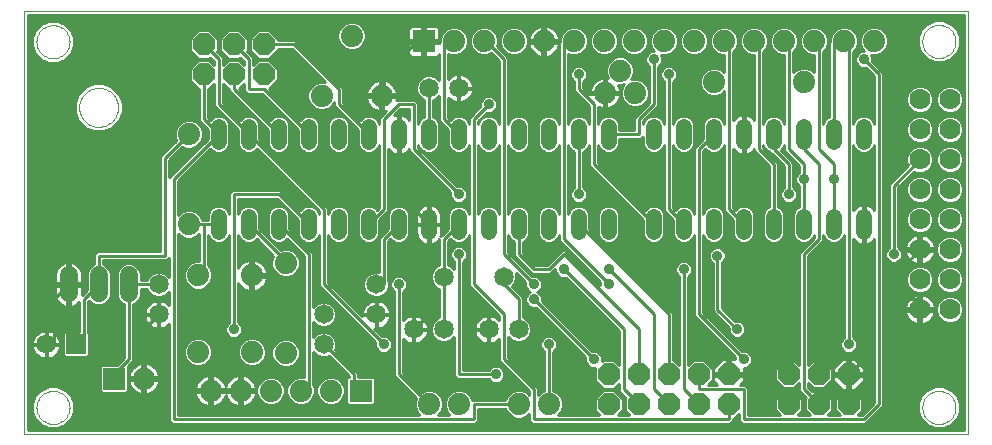
<source format=gtl>
G75*
%MOIN*%
%OFA0B0*%
%FSLAX24Y24*%
%IPPOS*%
%LPD*%
%AMOC8*
5,1,8,0,0,1.08239X$1,22.5*
%
%ADD10C,0.0000*%
%ADD11C,0.0520*%
%ADD12R,0.0740X0.0740*%
%ADD13C,0.0740*%
%ADD14C,0.0650*%
%ADD15C,0.0700*%
%ADD16R,0.0650X0.0650*%
%ADD17OC8,0.0720*%
%ADD18C,0.0600*%
%ADD19OC8,0.0740*%
%ADD20C,0.0100*%
%ADD21C,0.0360*%
%ADD22C,0.0356*%
D10*
X001150Y000844D02*
X001150Y014964D01*
X032642Y014964D01*
X032642Y000844D01*
X001150Y000844D01*
X001579Y001744D02*
X001581Y001791D01*
X001587Y001837D01*
X001597Y001883D01*
X001610Y001928D01*
X001628Y001971D01*
X001649Y002013D01*
X001673Y002053D01*
X001701Y002090D01*
X001732Y002125D01*
X001766Y002158D01*
X001802Y002187D01*
X001841Y002213D01*
X001882Y002236D01*
X001925Y002255D01*
X001969Y002271D01*
X002014Y002283D01*
X002060Y002291D01*
X002107Y002295D01*
X002153Y002295D01*
X002200Y002291D01*
X002246Y002283D01*
X002291Y002271D01*
X002335Y002255D01*
X002378Y002236D01*
X002419Y002213D01*
X002458Y002187D01*
X002494Y002158D01*
X002528Y002125D01*
X002559Y002090D01*
X002587Y002053D01*
X002611Y002013D01*
X002632Y001971D01*
X002650Y001928D01*
X002663Y001883D01*
X002673Y001837D01*
X002679Y001791D01*
X002681Y001744D01*
X002679Y001697D01*
X002673Y001651D01*
X002663Y001605D01*
X002650Y001560D01*
X002632Y001517D01*
X002611Y001475D01*
X002587Y001435D01*
X002559Y001398D01*
X002528Y001363D01*
X002494Y001330D01*
X002458Y001301D01*
X002419Y001275D01*
X002378Y001252D01*
X002335Y001233D01*
X002291Y001217D01*
X002246Y001205D01*
X002200Y001197D01*
X002153Y001193D01*
X002107Y001193D01*
X002060Y001197D01*
X002014Y001205D01*
X001969Y001217D01*
X001925Y001233D01*
X001882Y001252D01*
X001841Y001275D01*
X001802Y001301D01*
X001766Y001330D01*
X001732Y001363D01*
X001701Y001398D01*
X001673Y001435D01*
X001649Y001475D01*
X001628Y001517D01*
X001610Y001560D01*
X001597Y001605D01*
X001587Y001651D01*
X001581Y001697D01*
X001579Y001744D01*
X003000Y011744D02*
X003002Y011794D01*
X003008Y011844D01*
X003018Y011894D01*
X003031Y011942D01*
X003048Y011990D01*
X003069Y012036D01*
X003093Y012080D01*
X003121Y012122D01*
X003152Y012162D01*
X003186Y012199D01*
X003223Y012234D01*
X003262Y012265D01*
X003303Y012294D01*
X003347Y012319D01*
X003393Y012341D01*
X003440Y012359D01*
X003488Y012373D01*
X003537Y012384D01*
X003587Y012391D01*
X003637Y012394D01*
X003688Y012393D01*
X003738Y012388D01*
X003788Y012379D01*
X003836Y012367D01*
X003884Y012350D01*
X003930Y012330D01*
X003975Y012307D01*
X004018Y012280D01*
X004058Y012250D01*
X004096Y012217D01*
X004131Y012181D01*
X004164Y012142D01*
X004193Y012101D01*
X004219Y012058D01*
X004242Y012013D01*
X004261Y011966D01*
X004276Y011918D01*
X004288Y011869D01*
X004296Y011819D01*
X004300Y011769D01*
X004300Y011719D01*
X004296Y011669D01*
X004288Y011619D01*
X004276Y011570D01*
X004261Y011522D01*
X004242Y011475D01*
X004219Y011430D01*
X004193Y011387D01*
X004164Y011346D01*
X004131Y011307D01*
X004096Y011271D01*
X004058Y011238D01*
X004018Y011208D01*
X003975Y011181D01*
X003930Y011158D01*
X003884Y011138D01*
X003836Y011121D01*
X003788Y011109D01*
X003738Y011100D01*
X003688Y011095D01*
X003637Y011094D01*
X003587Y011097D01*
X003537Y011104D01*
X003488Y011115D01*
X003440Y011129D01*
X003393Y011147D01*
X003347Y011169D01*
X003303Y011194D01*
X003262Y011223D01*
X003223Y011254D01*
X003186Y011289D01*
X003152Y011326D01*
X003121Y011366D01*
X003093Y011408D01*
X003069Y011452D01*
X003048Y011498D01*
X003031Y011546D01*
X003018Y011594D01*
X003008Y011644D01*
X003002Y011694D01*
X003000Y011744D01*
X001579Y013934D02*
X001581Y013981D01*
X001587Y014027D01*
X001597Y014073D01*
X001610Y014118D01*
X001628Y014161D01*
X001649Y014203D01*
X001673Y014243D01*
X001701Y014280D01*
X001732Y014315D01*
X001766Y014348D01*
X001802Y014377D01*
X001841Y014403D01*
X001882Y014426D01*
X001925Y014445D01*
X001969Y014461D01*
X002014Y014473D01*
X002060Y014481D01*
X002107Y014485D01*
X002153Y014485D01*
X002200Y014481D01*
X002246Y014473D01*
X002291Y014461D01*
X002335Y014445D01*
X002378Y014426D01*
X002419Y014403D01*
X002458Y014377D01*
X002494Y014348D01*
X002528Y014315D01*
X002559Y014280D01*
X002587Y014243D01*
X002611Y014203D01*
X002632Y014161D01*
X002650Y014118D01*
X002663Y014073D01*
X002673Y014027D01*
X002679Y013981D01*
X002681Y013934D01*
X002679Y013887D01*
X002673Y013841D01*
X002663Y013795D01*
X002650Y013750D01*
X002632Y013707D01*
X002611Y013665D01*
X002587Y013625D01*
X002559Y013588D01*
X002528Y013553D01*
X002494Y013520D01*
X002458Y013491D01*
X002419Y013465D01*
X002378Y013442D01*
X002335Y013423D01*
X002291Y013407D01*
X002246Y013395D01*
X002200Y013387D01*
X002153Y013383D01*
X002107Y013383D01*
X002060Y013387D01*
X002014Y013395D01*
X001969Y013407D01*
X001925Y013423D01*
X001882Y013442D01*
X001841Y013465D01*
X001802Y013491D01*
X001766Y013520D01*
X001732Y013553D01*
X001701Y013588D01*
X001673Y013625D01*
X001649Y013665D01*
X001628Y013707D01*
X001610Y013750D01*
X001597Y013795D01*
X001587Y013841D01*
X001581Y013887D01*
X001579Y013934D01*
X031109Y013944D02*
X031111Y013991D01*
X031117Y014037D01*
X031127Y014083D01*
X031140Y014128D01*
X031158Y014171D01*
X031179Y014213D01*
X031203Y014253D01*
X031231Y014290D01*
X031262Y014325D01*
X031296Y014358D01*
X031332Y014387D01*
X031371Y014413D01*
X031412Y014436D01*
X031455Y014455D01*
X031499Y014471D01*
X031544Y014483D01*
X031590Y014491D01*
X031637Y014495D01*
X031683Y014495D01*
X031730Y014491D01*
X031776Y014483D01*
X031821Y014471D01*
X031865Y014455D01*
X031908Y014436D01*
X031949Y014413D01*
X031988Y014387D01*
X032024Y014358D01*
X032058Y014325D01*
X032089Y014290D01*
X032117Y014253D01*
X032141Y014213D01*
X032162Y014171D01*
X032180Y014128D01*
X032193Y014083D01*
X032203Y014037D01*
X032209Y013991D01*
X032211Y013944D01*
X032209Y013897D01*
X032203Y013851D01*
X032193Y013805D01*
X032180Y013760D01*
X032162Y013717D01*
X032141Y013675D01*
X032117Y013635D01*
X032089Y013598D01*
X032058Y013563D01*
X032024Y013530D01*
X031988Y013501D01*
X031949Y013475D01*
X031908Y013452D01*
X031865Y013433D01*
X031821Y013417D01*
X031776Y013405D01*
X031730Y013397D01*
X031683Y013393D01*
X031637Y013393D01*
X031590Y013397D01*
X031544Y013405D01*
X031499Y013417D01*
X031455Y013433D01*
X031412Y013452D01*
X031371Y013475D01*
X031332Y013501D01*
X031296Y013530D01*
X031262Y013563D01*
X031231Y013598D01*
X031203Y013635D01*
X031179Y013675D01*
X031158Y013717D01*
X031140Y013760D01*
X031127Y013805D01*
X031117Y013851D01*
X031111Y013897D01*
X031109Y013944D01*
X031109Y001744D02*
X031111Y001791D01*
X031117Y001837D01*
X031127Y001883D01*
X031140Y001928D01*
X031158Y001971D01*
X031179Y002013D01*
X031203Y002053D01*
X031231Y002090D01*
X031262Y002125D01*
X031296Y002158D01*
X031332Y002187D01*
X031371Y002213D01*
X031412Y002236D01*
X031455Y002255D01*
X031499Y002271D01*
X031544Y002283D01*
X031590Y002291D01*
X031637Y002295D01*
X031683Y002295D01*
X031730Y002291D01*
X031776Y002283D01*
X031821Y002271D01*
X031865Y002255D01*
X031908Y002236D01*
X031949Y002213D01*
X031988Y002187D01*
X032024Y002158D01*
X032058Y002125D01*
X032089Y002090D01*
X032117Y002053D01*
X032141Y002013D01*
X032162Y001971D01*
X032180Y001928D01*
X032193Y001883D01*
X032203Y001837D01*
X032209Y001791D01*
X032211Y001744D01*
X032209Y001697D01*
X032203Y001651D01*
X032193Y001605D01*
X032180Y001560D01*
X032162Y001517D01*
X032141Y001475D01*
X032117Y001435D01*
X032089Y001398D01*
X032058Y001363D01*
X032024Y001330D01*
X031988Y001301D01*
X031949Y001275D01*
X031908Y001252D01*
X031865Y001233D01*
X031821Y001217D01*
X031776Y001205D01*
X031730Y001197D01*
X031683Y001193D01*
X031637Y001193D01*
X031590Y001197D01*
X031544Y001205D01*
X031499Y001217D01*
X031455Y001233D01*
X031412Y001252D01*
X031371Y001275D01*
X031332Y001301D01*
X031296Y001330D01*
X031262Y001363D01*
X031231Y001398D01*
X031203Y001435D01*
X031179Y001475D01*
X031158Y001517D01*
X031140Y001560D01*
X031127Y001605D01*
X031117Y001651D01*
X031111Y001697D01*
X031109Y001744D01*
D11*
X029150Y007584D02*
X029150Y008104D01*
X028150Y008104D02*
X028150Y007584D01*
X027150Y007584D02*
X027150Y008104D01*
X026150Y008104D02*
X026150Y007584D01*
X025150Y007584D02*
X025150Y008104D01*
X024150Y008104D02*
X024150Y007584D01*
X023150Y007584D02*
X023150Y008104D01*
X022150Y008104D02*
X022150Y007584D01*
X020650Y007584D02*
X020650Y008104D01*
X019650Y008104D02*
X019650Y007584D01*
X018650Y007584D02*
X018650Y008104D01*
X017650Y008104D02*
X017650Y007584D01*
X016650Y007584D02*
X016650Y008104D01*
X015650Y008104D02*
X015650Y007584D01*
X014650Y007584D02*
X014650Y008104D01*
X013650Y008104D02*
X013650Y007584D01*
X012650Y007584D02*
X012650Y008104D01*
X011650Y008104D02*
X011650Y007584D01*
X010650Y007584D02*
X010650Y008104D01*
X009650Y008104D02*
X009650Y007584D01*
X008650Y007584D02*
X008650Y008104D01*
X007650Y008104D02*
X007650Y007584D01*
X007650Y010584D02*
X007650Y011104D01*
X008650Y011104D02*
X008650Y010584D01*
X009650Y010584D02*
X009650Y011104D01*
X010650Y011104D02*
X010650Y010584D01*
X011650Y010584D02*
X011650Y011104D01*
X012650Y011104D02*
X012650Y010584D01*
X013650Y010584D02*
X013650Y011104D01*
X014650Y011104D02*
X014650Y010584D01*
X015650Y010584D02*
X015650Y011104D01*
X016650Y011104D02*
X016650Y010584D01*
X017650Y010584D02*
X017650Y011104D01*
X018650Y011104D02*
X018650Y010584D01*
X019650Y010584D02*
X019650Y011104D01*
X020650Y011104D02*
X020650Y010584D01*
X022150Y010584D02*
X022150Y011104D01*
X023150Y011104D02*
X023150Y010584D01*
X024150Y010584D02*
X024150Y011104D01*
X025150Y011104D02*
X025150Y010584D01*
X026150Y010584D02*
X026150Y011104D01*
X027150Y011104D02*
X027150Y010584D01*
X028150Y010584D02*
X028150Y011104D01*
X029150Y011104D02*
X029150Y010584D01*
D12*
X014492Y013946D03*
X004160Y002704D03*
X012380Y002304D03*
D13*
X011380Y002304D03*
X010380Y002304D03*
X009380Y002304D03*
X008380Y002304D03*
X007380Y002304D03*
X005160Y002704D03*
X006970Y003584D03*
X008750Y003584D03*
X009880Y003554D03*
X014650Y001844D03*
X015650Y001844D03*
X017650Y001844D03*
X018650Y001844D03*
X008750Y006144D03*
X009880Y006554D03*
X006970Y006144D03*
X006650Y007844D03*
X006650Y010844D03*
X011080Y012134D03*
X013080Y012134D03*
X015492Y013946D03*
X016492Y013946D03*
X017492Y013946D03*
X018492Y013946D03*
X019492Y013946D03*
X020492Y013946D03*
X021492Y013946D03*
X022492Y013946D03*
X023492Y013946D03*
X024492Y013946D03*
X025492Y013946D03*
X026492Y013946D03*
X027492Y013946D03*
X028492Y013946D03*
X029492Y013946D03*
X027150Y012594D03*
X024150Y012594D03*
X021530Y012224D03*
X020530Y012224D03*
X021030Y012974D03*
X012080Y014134D03*
D14*
X014660Y012384D03*
X015660Y012384D03*
X015150Y006094D03*
X017150Y006094D03*
X012900Y005844D03*
X012900Y004844D03*
X014150Y004344D03*
X015150Y004344D03*
X016650Y004344D03*
X017650Y004344D03*
X011150Y003844D03*
X011150Y004844D03*
X005650Y004844D03*
X005650Y005844D03*
X001900Y003844D03*
D15*
X031026Y005014D03*
X032026Y005014D03*
X032026Y006014D03*
X031026Y006014D03*
X031026Y007014D03*
X032026Y007014D03*
X032026Y008014D03*
X031026Y008014D03*
X031026Y009014D03*
X032026Y009014D03*
X032026Y010014D03*
X031026Y010014D03*
X031026Y011014D03*
X032026Y011014D03*
X032026Y012014D03*
X031026Y012014D03*
D16*
X002900Y003844D03*
D17*
X026650Y002844D03*
X027650Y002844D03*
X028650Y002844D03*
X028650Y001844D03*
X027650Y001844D03*
X026650Y001844D03*
D18*
X004650Y005544D02*
X004650Y006144D01*
X003650Y006144D02*
X003650Y005544D01*
X002650Y005544D02*
X002650Y006144D01*
D19*
X007150Y012844D03*
X008150Y012844D03*
X009150Y012844D03*
X009150Y013844D03*
X008150Y013844D03*
X007150Y013844D03*
X020650Y002844D03*
X021650Y002844D03*
X022650Y002844D03*
X023650Y002844D03*
X024650Y002844D03*
X024650Y001844D03*
X023650Y001844D03*
X022650Y001844D03*
X021650Y001844D03*
X020650Y001844D03*
D20*
X021120Y001829D02*
X021180Y001829D01*
X021180Y001731D02*
X021120Y001731D01*
X021120Y001649D02*
X020965Y001494D01*
X021335Y001494D01*
X021180Y001649D01*
X021180Y002039D01*
X021212Y002070D01*
X021000Y002282D01*
X021000Y002529D01*
X020845Y002374D01*
X020455Y002374D01*
X020180Y002649D01*
X020180Y003039D01*
X020205Y003064D01*
X020094Y003064D01*
X019991Y003107D01*
X019913Y003185D01*
X019870Y003288D01*
X019870Y003400D01*
X019874Y003408D01*
X018214Y005068D01*
X018206Y005064D01*
X018094Y005064D01*
X017991Y005107D01*
X017913Y005185D01*
X017870Y005288D01*
X017870Y005400D01*
X017913Y005503D01*
X017991Y005581D01*
X018022Y005594D01*
X017991Y005607D01*
X017913Y005685D01*
X017870Y005788D01*
X017870Y005900D01*
X017874Y005908D01*
X017555Y006227D01*
X017575Y006179D01*
X017575Y006009D01*
X017510Y005853D01*
X017432Y005775D01*
X017800Y005406D01*
X017800Y004742D01*
X017891Y004704D01*
X018010Y004585D01*
X018075Y004429D01*
X018075Y004259D01*
X018010Y004103D01*
X017891Y003984D01*
X017735Y003919D01*
X017565Y003919D01*
X017409Y003984D01*
X017300Y004093D01*
X017300Y003406D01*
X018212Y002494D01*
X018300Y002406D01*
X018300Y002159D01*
X018384Y002242D01*
X018500Y002291D01*
X018500Y003603D01*
X018491Y003607D01*
X018413Y003685D01*
X018370Y003788D01*
X018370Y003900D01*
X018413Y004003D01*
X018491Y004081D01*
X018594Y004124D01*
X018706Y004124D01*
X018809Y004081D01*
X018887Y004003D01*
X018930Y003900D01*
X018930Y003788D01*
X018887Y003685D01*
X018809Y003607D01*
X018800Y003603D01*
X018800Y002291D01*
X018916Y002242D01*
X019048Y002110D01*
X019120Y001938D01*
X019120Y001751D01*
X019048Y001578D01*
X018965Y001494D01*
X020335Y001494D01*
X020180Y001649D01*
X020180Y002039D01*
X020455Y002314D01*
X020845Y002314D01*
X021120Y002039D01*
X021120Y001649D01*
X021103Y001632D02*
X021197Y001632D01*
X021296Y001534D02*
X021004Y001534D01*
X020296Y001534D02*
X019004Y001534D01*
X019071Y001632D02*
X020197Y001632D01*
X020180Y001731D02*
X019112Y001731D01*
X019120Y001829D02*
X020180Y001829D01*
X020180Y001928D02*
X019120Y001928D01*
X019083Y002026D02*
X020180Y002026D01*
X020266Y002125D02*
X019034Y002125D01*
X018936Y002223D02*
X020364Y002223D01*
X020936Y002223D02*
X021059Y002223D01*
X021034Y002125D02*
X021157Y002125D01*
X021180Y002026D02*
X021120Y002026D01*
X021120Y001928D02*
X021180Y001928D01*
X021150Y002344D02*
X021650Y001844D01*
X022150Y002344D02*
X022650Y001844D01*
X022150Y002344D02*
X022150Y004844D01*
X020650Y006344D01*
X021149Y006557D02*
X022967Y006557D01*
X022991Y006581D02*
X022913Y006503D01*
X022870Y006400D01*
X022870Y006288D01*
X022913Y006185D01*
X022991Y006107D01*
X023000Y006103D01*
X023000Y003159D01*
X022845Y003314D01*
X022800Y003314D01*
X022800Y004906D01*
X022712Y004994D01*
X020010Y007696D01*
X020010Y008176D01*
X019955Y008308D01*
X019854Y008409D01*
X019722Y008464D01*
X019578Y008464D01*
X019446Y008409D01*
X019345Y008308D01*
X019300Y008200D01*
X019300Y010488D01*
X019345Y010380D01*
X019446Y010279D01*
X019500Y010256D01*
X019500Y009085D01*
X019491Y009081D01*
X019413Y009003D01*
X019370Y008900D01*
X019370Y008788D01*
X019413Y008685D01*
X019491Y008607D01*
X019594Y008564D01*
X019706Y008564D01*
X019809Y008607D01*
X019887Y008685D01*
X019930Y008788D01*
X019930Y008900D01*
X019887Y009003D01*
X019809Y009081D01*
X019800Y009085D01*
X019800Y010256D01*
X019854Y010279D01*
X019955Y010380D01*
X020000Y010488D01*
X020000Y009782D01*
X020088Y009694D01*
X021790Y007992D01*
X021790Y007512D01*
X021845Y007380D01*
X021946Y007279D01*
X022078Y007224D01*
X022222Y007224D01*
X022354Y007279D01*
X022455Y007380D01*
X022510Y007512D01*
X022510Y008176D01*
X022455Y008308D01*
X022354Y008409D01*
X022222Y008464D01*
X022078Y008464D01*
X021946Y008409D01*
X021872Y008335D01*
X020300Y009906D01*
X022500Y009906D01*
X022500Y009808D02*
X020399Y009808D01*
X020497Y009709D02*
X022500Y009709D01*
X022500Y009611D02*
X020596Y009611D01*
X020694Y009512D02*
X022500Y009512D01*
X022500Y009414D02*
X020793Y009414D01*
X020891Y009315D02*
X022500Y009315D01*
X022500Y009217D02*
X020990Y009217D01*
X021088Y009118D02*
X022500Y009118D01*
X022500Y009020D02*
X021187Y009020D01*
X021285Y008921D02*
X022500Y008921D01*
X022500Y008823D02*
X021384Y008823D01*
X021482Y008724D02*
X022500Y008724D01*
X022500Y008626D02*
X021581Y008626D01*
X021679Y008527D02*
X022500Y008527D01*
X022500Y008429D02*
X022307Y008429D01*
X022433Y008330D02*
X022500Y008330D01*
X022500Y008282D02*
X022588Y008194D01*
X022790Y007992D01*
X022790Y007512D01*
X022845Y007380D01*
X022946Y007279D01*
X023078Y007224D01*
X023222Y007224D01*
X023354Y007279D01*
X023455Y007380D01*
X023500Y007488D01*
X023500Y004782D01*
X023588Y004694D01*
X024874Y003408D01*
X024870Y003400D01*
X024870Y003359D01*
X024865Y003364D01*
X024700Y003364D01*
X024700Y002894D01*
X025170Y002894D01*
X025170Y003059D01*
X025165Y003064D01*
X025206Y003064D01*
X025309Y003107D01*
X025387Y003185D01*
X025430Y003288D01*
X025430Y003400D01*
X025387Y003503D01*
X025309Y003581D01*
X025206Y003624D01*
X025094Y003624D01*
X025086Y003620D01*
X023800Y004906D01*
X023800Y007488D01*
X023845Y007380D01*
X023946Y007279D01*
X024078Y007224D01*
X024222Y007224D01*
X024354Y007279D01*
X024455Y007380D01*
X024510Y007512D01*
X024510Y008176D01*
X024455Y008308D01*
X024354Y008409D01*
X024222Y008464D01*
X024078Y008464D01*
X023946Y008409D01*
X023845Y008308D01*
X023800Y008200D01*
X023800Y010282D01*
X023872Y010353D01*
X023946Y010279D01*
X024078Y010224D01*
X024222Y010224D01*
X024354Y010279D01*
X024455Y010380D01*
X024500Y010488D01*
X024500Y008282D01*
X024588Y008194D01*
X024790Y007992D01*
X024790Y007512D01*
X024845Y007380D01*
X024946Y007279D01*
X025078Y007224D01*
X025222Y007224D01*
X025354Y007279D01*
X025455Y007380D01*
X025510Y007512D01*
X025510Y008176D01*
X025455Y008308D01*
X025354Y008409D01*
X025222Y008464D01*
X025078Y008464D01*
X024946Y008409D01*
X024872Y008335D01*
X024800Y008406D01*
X024800Y010368D01*
X024837Y010317D01*
X024883Y010271D01*
X024935Y010233D01*
X024993Y010204D01*
X025054Y010184D01*
X025118Y010174D01*
X025120Y010174D01*
X025120Y010814D01*
X025180Y010814D01*
X025180Y010174D01*
X025182Y010174D01*
X025246Y010184D01*
X025307Y010204D01*
X025365Y010233D01*
X025417Y010271D01*
X025463Y010317D01*
X025500Y010368D01*
X025500Y010282D01*
X025588Y010194D01*
X026000Y009782D01*
X026000Y008432D01*
X025946Y008409D01*
X025845Y008308D01*
X025790Y008176D01*
X025790Y007512D01*
X025845Y007380D01*
X025946Y007279D01*
X026078Y007224D01*
X026222Y007224D01*
X026354Y007279D01*
X026455Y007380D01*
X026510Y007512D01*
X026510Y008176D01*
X026455Y008308D01*
X026354Y008409D01*
X026300Y008432D01*
X026300Y009906D01*
X026376Y009906D01*
X026300Y009906D02*
X025800Y010406D01*
X025800Y010488D01*
X025845Y010380D01*
X025946Y010279D01*
X026043Y010239D01*
X026088Y010194D01*
X026500Y009782D01*
X026500Y009085D01*
X026491Y009081D01*
X026413Y009003D01*
X026370Y008900D01*
X026370Y008788D01*
X026413Y008685D01*
X026491Y008607D01*
X026594Y008564D01*
X026706Y008564D01*
X026809Y008607D01*
X026887Y008685D01*
X026930Y008788D01*
X026930Y008900D01*
X026887Y009003D01*
X026809Y009081D01*
X026800Y009085D01*
X026800Y009906D01*
X026876Y009906D01*
X026800Y009906D02*
X026391Y010316D01*
X026455Y010380D01*
X026500Y010488D01*
X026500Y010282D01*
X027000Y009782D01*
X027000Y009583D01*
X026992Y009580D01*
X026914Y009502D01*
X026872Y009399D01*
X026872Y009289D01*
X026914Y009186D01*
X026992Y009108D01*
X027000Y009105D01*
X027000Y008432D01*
X026946Y008409D01*
X026845Y008308D01*
X026790Y008176D01*
X026790Y007512D01*
X026845Y007380D01*
X026946Y007279D01*
X027078Y007224D01*
X027222Y007224D01*
X027354Y007279D01*
X027455Y007380D01*
X027500Y007488D01*
X027500Y007406D01*
X027000Y006906D01*
X027000Y003145D01*
X026841Y003304D01*
X026459Y003304D01*
X026190Y003035D01*
X026190Y002653D01*
X026459Y002384D01*
X026841Y002384D01*
X027000Y002543D01*
X027000Y002282D01*
X027088Y002194D01*
X027219Y002063D01*
X027190Y002035D01*
X027190Y001653D01*
X027349Y001494D01*
X026951Y001494D01*
X027110Y001653D01*
X027110Y002035D01*
X026841Y002304D01*
X026459Y002304D01*
X026190Y002035D01*
X026190Y001653D01*
X026349Y001494D01*
X025300Y001494D01*
X025300Y002406D01*
X025212Y002494D01*
X025035Y002494D01*
X025170Y002629D01*
X025170Y002794D01*
X024700Y002794D01*
X024700Y002894D01*
X024600Y002894D01*
X024600Y002794D01*
X024130Y002794D01*
X024130Y002629D01*
X024265Y002494D01*
X023965Y002494D01*
X024120Y002649D01*
X024120Y003039D01*
X023845Y003314D01*
X023455Y003314D01*
X023300Y003159D01*
X023300Y006103D01*
X023309Y006107D01*
X023387Y006185D01*
X023430Y006288D01*
X023430Y006400D01*
X023387Y006503D01*
X023309Y006581D01*
X023206Y006624D01*
X023094Y006624D01*
X022991Y006581D01*
X022894Y006459D02*
X021248Y006459D01*
X021346Y006360D02*
X022870Y006360D01*
X022881Y006262D02*
X021445Y006262D01*
X021543Y006163D02*
X022935Y006163D01*
X023000Y006065D02*
X021642Y006065D01*
X021740Y005966D02*
X023000Y005966D01*
X023000Y005868D02*
X021839Y005868D01*
X021937Y005769D02*
X023000Y005769D01*
X023000Y005671D02*
X022036Y005671D01*
X022134Y005572D02*
X023000Y005572D01*
X023000Y005474D02*
X022233Y005474D01*
X022331Y005375D02*
X023000Y005375D01*
X023000Y005277D02*
X022430Y005277D01*
X022528Y005178D02*
X023000Y005178D01*
X023000Y005080D02*
X022627Y005080D01*
X022725Y004981D02*
X023000Y004981D01*
X023000Y004883D02*
X022800Y004883D01*
X022800Y004784D02*
X023000Y004784D01*
X023000Y004686D02*
X022800Y004686D01*
X022800Y004587D02*
X023000Y004587D01*
X023000Y004489D02*
X022800Y004489D01*
X022800Y004390D02*
X023000Y004390D01*
X023000Y004292D02*
X022800Y004292D01*
X022800Y004193D02*
X023000Y004193D01*
X023000Y004095D02*
X022800Y004095D01*
X022800Y003996D02*
X023000Y003996D01*
X023000Y003898D02*
X022800Y003898D01*
X022800Y003799D02*
X023000Y003799D01*
X023000Y003701D02*
X022800Y003701D01*
X022800Y003602D02*
X023000Y003602D01*
X023000Y003504D02*
X022800Y003504D01*
X022800Y003405D02*
X023000Y003405D01*
X023000Y003307D02*
X022852Y003307D01*
X022951Y003208D02*
X023000Y003208D01*
X023300Y003208D02*
X023349Y003208D01*
X023300Y003307D02*
X023448Y003307D01*
X023300Y003405D02*
X024872Y003405D01*
X024778Y003504D02*
X023300Y003504D01*
X023300Y003602D02*
X024680Y003602D01*
X024581Y003701D02*
X023300Y003701D01*
X023300Y003799D02*
X024483Y003799D01*
X024384Y003898D02*
X023300Y003898D01*
X023300Y003996D02*
X024286Y003996D01*
X024187Y004095D02*
X023300Y004095D01*
X023300Y004193D02*
X024089Y004193D01*
X023990Y004292D02*
X023300Y004292D01*
X023300Y004390D02*
X023892Y004390D01*
X023793Y004489D02*
X023300Y004489D01*
X023300Y004587D02*
X023695Y004587D01*
X023596Y004686D02*
X023300Y004686D01*
X023300Y004784D02*
X023500Y004784D01*
X023500Y004883D02*
X023300Y004883D01*
X023300Y004981D02*
X023500Y004981D01*
X023500Y005080D02*
X023300Y005080D01*
X023300Y005178D02*
X023500Y005178D01*
X023500Y005277D02*
X023300Y005277D01*
X023300Y005375D02*
X023500Y005375D01*
X023500Y005474D02*
X023300Y005474D01*
X023300Y005572D02*
X023500Y005572D01*
X023500Y005671D02*
X023300Y005671D01*
X023300Y005769D02*
X023500Y005769D01*
X023500Y005868D02*
X023300Y005868D01*
X023300Y005966D02*
X023500Y005966D01*
X023500Y006065D02*
X023300Y006065D01*
X023365Y006163D02*
X023500Y006163D01*
X023500Y006262D02*
X023419Y006262D01*
X023430Y006360D02*
X023500Y006360D01*
X023500Y006459D02*
X023406Y006459D01*
X023333Y006557D02*
X023500Y006557D01*
X023500Y006656D02*
X021051Y006656D01*
X020952Y006754D02*
X023500Y006754D01*
X023500Y006853D02*
X020854Y006853D01*
X020755Y006951D02*
X023500Y006951D01*
X023500Y007050D02*
X020657Y007050D01*
X020558Y007148D02*
X023500Y007148D01*
X023500Y007247D02*
X023276Y007247D01*
X023420Y007345D02*
X023500Y007345D01*
X023500Y007444D02*
X023481Y007444D01*
X023800Y007444D02*
X023819Y007444D01*
X023800Y007345D02*
X023880Y007345D01*
X023800Y007247D02*
X024024Y007247D01*
X024112Y007040D02*
X024215Y007082D01*
X024325Y007082D01*
X024428Y007040D01*
X024506Y006962D01*
X024548Y006859D01*
X024548Y006749D01*
X024506Y006646D01*
X024428Y006568D01*
X024420Y006565D01*
X024420Y005066D01*
X024867Y004619D01*
X024875Y004622D01*
X024985Y004622D01*
X025088Y004580D01*
X025166Y004502D01*
X025208Y004399D01*
X025208Y004289D01*
X025166Y004186D01*
X025088Y004108D01*
X024985Y004066D01*
X024875Y004066D01*
X024772Y004108D01*
X024694Y004186D01*
X024652Y004289D01*
X024652Y004399D01*
X024655Y004407D01*
X024120Y004942D01*
X024120Y006565D01*
X024112Y006568D01*
X024034Y006646D01*
X023992Y006749D01*
X023992Y006859D01*
X024034Y006962D01*
X024112Y007040D01*
X024136Y007050D02*
X023800Y007050D01*
X023800Y007148D02*
X027242Y007148D01*
X027276Y007247D02*
X027340Y007247D01*
X027420Y007345D02*
X027439Y007345D01*
X027481Y007444D02*
X027500Y007444D01*
X027650Y007344D02*
X027650Y009844D01*
X027150Y010344D01*
X027150Y010844D01*
X027800Y011200D02*
X027800Y013590D01*
X027890Y013680D01*
X027962Y013853D01*
X027962Y014040D01*
X027890Y014213D01*
X027758Y014345D01*
X027585Y014416D01*
X027398Y014416D01*
X027225Y014345D01*
X027093Y014213D01*
X027022Y014040D01*
X027022Y013853D01*
X027093Y013680D01*
X027225Y013548D01*
X027398Y013476D01*
X027500Y013476D01*
X027500Y012909D01*
X027416Y012992D01*
X027243Y013064D01*
X027057Y013064D01*
X026884Y012992D01*
X026800Y012909D01*
X026800Y013590D01*
X026890Y013680D01*
X026962Y013853D01*
X026962Y014040D01*
X026890Y014213D01*
X026758Y014345D01*
X026585Y014416D01*
X026398Y014416D01*
X026225Y014345D01*
X026093Y014213D01*
X026022Y014040D01*
X026022Y013853D01*
X026093Y013680D01*
X026225Y013548D01*
X026398Y013476D01*
X026500Y013476D01*
X026500Y011200D01*
X026455Y011308D01*
X026354Y011409D01*
X026222Y011464D01*
X026078Y011464D01*
X025946Y011409D01*
X025845Y011308D01*
X025800Y011200D01*
X025800Y013590D01*
X025890Y013680D01*
X025962Y013853D01*
X025962Y014040D01*
X025890Y014213D01*
X025758Y014345D01*
X025585Y014416D01*
X025398Y014416D01*
X025225Y014345D01*
X025093Y014213D01*
X025022Y014040D01*
X025022Y013853D01*
X025093Y013680D01*
X025225Y013548D01*
X025398Y013476D01*
X025500Y013476D01*
X025500Y011320D01*
X025463Y011371D01*
X025417Y011417D01*
X025365Y011455D01*
X025307Y011484D01*
X025246Y011504D01*
X025182Y011514D01*
X025180Y011514D01*
X025180Y010874D01*
X025120Y010874D01*
X025120Y011514D01*
X025118Y011514D01*
X025054Y011504D01*
X024993Y011484D01*
X024935Y011455D01*
X024883Y011417D01*
X024837Y011371D01*
X024800Y011320D01*
X024800Y013590D01*
X024890Y013680D01*
X024962Y013853D01*
X024962Y014040D01*
X024890Y014213D01*
X024758Y014345D01*
X024585Y014416D01*
X024398Y014416D01*
X024225Y014345D01*
X024093Y014213D01*
X024022Y014040D01*
X024022Y013853D01*
X024093Y013680D01*
X024225Y013548D01*
X024398Y013476D01*
X024500Y013476D01*
X024500Y012909D01*
X024416Y012992D01*
X024243Y013064D01*
X024057Y013064D01*
X023884Y012992D01*
X023752Y012860D01*
X023680Y012688D01*
X023680Y012501D01*
X023752Y012328D01*
X023884Y012196D01*
X024057Y012124D01*
X024243Y012124D01*
X024416Y012196D01*
X024500Y012279D01*
X024500Y011200D01*
X024455Y011308D01*
X024354Y011409D01*
X024222Y011464D01*
X024078Y011464D01*
X023946Y011409D01*
X023845Y011308D01*
X023790Y011176D01*
X023790Y010696D01*
X023500Y010406D01*
X023500Y008200D01*
X023455Y008308D01*
X023354Y008409D01*
X023222Y008464D01*
X023078Y008464D01*
X022946Y008409D01*
X022872Y008335D01*
X022800Y008406D01*
X022800Y010488D01*
X022845Y010380D01*
X022946Y010279D01*
X023078Y010224D01*
X023222Y010224D01*
X023354Y010279D01*
X023455Y010380D01*
X023510Y010512D01*
X023510Y011176D01*
X023455Y011308D01*
X023354Y011409D01*
X023222Y011464D01*
X023078Y011464D01*
X022946Y011409D01*
X022845Y011308D01*
X022800Y011200D01*
X022800Y012603D01*
X022809Y012607D01*
X022887Y012685D01*
X022930Y012788D01*
X022930Y012900D01*
X022887Y013003D01*
X022809Y013081D01*
X022706Y013124D01*
X022594Y013124D01*
X022491Y013081D01*
X022413Y013003D01*
X022370Y012900D01*
X022370Y012788D01*
X022413Y012685D01*
X022491Y012607D01*
X022500Y012603D01*
X022500Y011200D01*
X022455Y011308D01*
X022354Y011409D01*
X022222Y011464D01*
X022078Y011464D01*
X021946Y011409D01*
X021845Y011308D01*
X021800Y011200D01*
X021800Y011282D01*
X022212Y011694D01*
X022300Y011782D01*
X022300Y013103D01*
X022309Y013107D01*
X022387Y013185D01*
X022430Y013288D01*
X022430Y013400D01*
X022398Y013476D01*
X022585Y013476D01*
X022758Y013548D01*
X022890Y013680D01*
X022962Y013853D01*
X022962Y014040D01*
X022890Y014213D01*
X022758Y014345D01*
X022585Y014416D01*
X022398Y014416D01*
X022225Y014345D01*
X022093Y014213D01*
X022022Y014040D01*
X022022Y013853D01*
X022093Y013680D01*
X022149Y013624D01*
X022094Y013624D01*
X021991Y013581D01*
X021913Y013503D01*
X021870Y013400D01*
X021870Y013288D01*
X021913Y013185D01*
X021991Y013107D01*
X022000Y013103D01*
X022000Y011906D01*
X021500Y011406D01*
X021500Y010994D01*
X021010Y010994D01*
X021010Y011176D01*
X020955Y011308D01*
X020854Y011409D01*
X020722Y011464D01*
X020578Y011464D01*
X020446Y011409D01*
X020345Y011308D01*
X020300Y011200D01*
X020300Y011758D01*
X020330Y011742D01*
X020408Y011717D01*
X020489Y011704D01*
X020500Y011704D01*
X020500Y012194D01*
X020560Y012194D01*
X020560Y011704D01*
X020571Y011704D01*
X020652Y011717D01*
X020730Y011742D01*
X020803Y011779D01*
X020869Y011827D01*
X020927Y011885D01*
X020975Y011951D01*
X021012Y012024D01*
X021037Y012102D01*
X021050Y012183D01*
X021050Y012194D01*
X020560Y012194D01*
X020560Y012254D01*
X021050Y012254D01*
X021050Y012265D01*
X021037Y012346D01*
X021012Y012424D01*
X020975Y012497D01*
X020969Y012504D01*
X021123Y012504D01*
X021161Y012519D01*
X021132Y012490D01*
X021060Y012318D01*
X021060Y012131D01*
X021132Y011958D01*
X021264Y011826D01*
X021437Y011754D01*
X021623Y011754D01*
X021796Y011826D01*
X021928Y011958D01*
X022000Y012131D01*
X022000Y012318D01*
X021928Y012490D01*
X021796Y012622D01*
X021623Y012694D01*
X021437Y012694D01*
X021399Y012679D01*
X021428Y012708D01*
X021500Y012881D01*
X021500Y013068D01*
X021428Y013240D01*
X021296Y013372D01*
X021123Y013444D01*
X020937Y013444D01*
X020764Y013372D01*
X020632Y013240D01*
X020560Y013068D01*
X020560Y012881D01*
X020620Y012736D01*
X020571Y012744D01*
X020560Y012744D01*
X020560Y012254D01*
X020500Y012254D01*
X020500Y012194D01*
X020012Y012194D01*
X019800Y012406D01*
X019800Y012603D01*
X019809Y012607D01*
X019887Y012685D01*
X019930Y012788D01*
X019930Y012900D01*
X019887Y013003D01*
X019809Y013081D01*
X019706Y013124D01*
X019594Y013124D01*
X019491Y013081D01*
X019413Y013003D01*
X019370Y012900D01*
X019370Y012788D01*
X019413Y012685D01*
X019491Y012607D01*
X019500Y012603D01*
X019500Y012282D01*
X019588Y012194D01*
X020000Y011782D01*
X020000Y011200D01*
X019955Y011308D01*
X019854Y011409D01*
X019722Y011464D01*
X019578Y011464D01*
X019446Y011409D01*
X019345Y011308D01*
X019300Y011200D01*
X019300Y013517D01*
X019398Y013476D01*
X019585Y013476D01*
X019758Y013548D01*
X019890Y013680D01*
X019962Y013853D01*
X019962Y014040D01*
X019890Y014213D01*
X019758Y014345D01*
X019585Y014416D01*
X019398Y014416D01*
X019225Y014345D01*
X019093Y014213D01*
X019022Y014040D01*
X019022Y013928D01*
X019000Y013906D01*
X019000Y013896D01*
X018542Y013896D01*
X018542Y013996D01*
X019010Y013996D01*
X018999Y014068D01*
X018973Y014146D01*
X018936Y014219D01*
X018888Y014285D01*
X018830Y014343D01*
X018764Y014391D01*
X018691Y014428D01*
X018613Y014454D01*
X018542Y014465D01*
X018542Y013996D01*
X018442Y013996D01*
X018442Y013896D01*
X018542Y013896D01*
X018542Y013428D01*
X018613Y013439D01*
X018691Y013464D01*
X018764Y013502D01*
X018830Y013550D01*
X018888Y013608D01*
X018936Y013674D01*
X018973Y013747D01*
X018999Y013825D01*
X018999Y013826D01*
X019000Y013822D01*
X019000Y011200D01*
X018955Y011308D01*
X018854Y011409D01*
X018722Y011464D01*
X018578Y011464D01*
X018446Y011409D01*
X018345Y011308D01*
X018290Y011176D01*
X018290Y010512D01*
X018345Y010380D01*
X018446Y010279D01*
X018578Y010224D01*
X018722Y010224D01*
X018854Y010279D01*
X018955Y010380D01*
X019000Y010488D01*
X019000Y008200D01*
X018955Y008308D01*
X018854Y008409D01*
X018722Y008464D01*
X018578Y008464D01*
X018446Y008409D01*
X018345Y008308D01*
X018290Y008176D01*
X018290Y007512D01*
X018345Y007380D01*
X018446Y007279D01*
X018578Y007224D01*
X018722Y007224D01*
X018854Y007279D01*
X018955Y007380D01*
X019000Y007488D01*
X019000Y007282D01*
X019088Y007194D01*
X020374Y005908D01*
X020370Y005900D01*
X020370Y005836D01*
X019212Y006994D01*
X019088Y006994D01*
X019000Y006906D01*
X018588Y006494D01*
X018212Y006494D01*
X017800Y006906D01*
X017800Y007256D01*
X017854Y007279D01*
X017955Y007380D01*
X018010Y007512D01*
X018010Y008176D01*
X017955Y008308D01*
X017854Y008409D01*
X017722Y008464D01*
X017578Y008464D01*
X017446Y008409D01*
X017345Y008308D01*
X017300Y008200D01*
X017300Y010488D01*
X017345Y010380D01*
X017446Y010279D01*
X017578Y010224D01*
X017722Y010224D01*
X017854Y010279D01*
X017955Y010380D01*
X018010Y010512D01*
X018010Y011176D01*
X017955Y011308D01*
X017854Y011409D01*
X017722Y011464D01*
X017578Y011464D01*
X017446Y011409D01*
X017345Y011308D01*
X017300Y011200D01*
X017300Y013406D01*
X016930Y013776D01*
X016962Y013853D01*
X016962Y014040D01*
X016890Y014213D01*
X016758Y014345D01*
X016585Y014416D01*
X016398Y014416D01*
X016225Y014345D01*
X016093Y014213D01*
X016022Y014040D01*
X016022Y013853D01*
X016093Y013680D01*
X016225Y013548D01*
X016398Y013476D01*
X016585Y013476D01*
X016741Y013541D01*
X017000Y013282D01*
X017000Y011200D01*
X016955Y011308D01*
X016854Y011409D01*
X016722Y011464D01*
X016578Y011464D01*
X016446Y011409D01*
X016345Y011308D01*
X016300Y011200D01*
X016300Y011282D01*
X016586Y011568D01*
X016594Y011564D01*
X016706Y011564D01*
X016809Y011607D01*
X016887Y011685D01*
X016930Y011788D01*
X016930Y011900D01*
X016887Y012003D01*
X016809Y012081D01*
X016706Y012124D01*
X016594Y012124D01*
X016491Y012081D01*
X016413Y012003D01*
X016370Y011900D01*
X016370Y011788D01*
X016374Y011780D01*
X016088Y011494D01*
X016000Y011406D01*
X016000Y011200D01*
X015955Y011308D01*
X015854Y011409D01*
X015722Y011464D01*
X015578Y011464D01*
X015446Y011409D01*
X015372Y011335D01*
X015300Y011406D01*
X015300Y012072D01*
X015351Y012022D01*
X015411Y011978D01*
X015478Y011944D01*
X015549Y011921D01*
X015623Y011909D01*
X015641Y011909D01*
X015641Y012365D01*
X015679Y012365D01*
X015679Y012403D01*
X015641Y012403D01*
X015641Y012859D01*
X015623Y012859D01*
X015549Y012847D01*
X015478Y012824D01*
X015411Y012790D01*
X015351Y012746D01*
X015300Y012696D01*
X015300Y013517D01*
X015398Y013476D01*
X015585Y013476D01*
X015758Y013548D01*
X015890Y013680D01*
X015962Y013853D01*
X015962Y014040D01*
X015890Y014213D01*
X015758Y014345D01*
X015585Y014416D01*
X015398Y014416D01*
X015225Y014345D01*
X015093Y014213D01*
X015022Y014040D01*
X015022Y013928D01*
X015000Y013906D01*
X015000Y013896D01*
X014542Y013896D01*
X014542Y013996D01*
X015012Y013996D01*
X015012Y014336D01*
X015001Y014374D01*
X014982Y014408D01*
X014954Y014436D01*
X014919Y014456D01*
X014881Y014466D01*
X014542Y014466D01*
X014542Y013996D01*
X014442Y013996D01*
X014442Y013896D01*
X014542Y013896D01*
X014542Y013426D01*
X014881Y013426D01*
X014919Y013437D01*
X014954Y013456D01*
X014982Y013484D01*
X015000Y013516D01*
X015000Y012645D01*
X014901Y012744D01*
X014745Y012809D01*
X014575Y012809D01*
X014419Y012744D01*
X014300Y012625D01*
X014235Y012469D01*
X014235Y012299D01*
X014300Y012143D01*
X014419Y012024D01*
X014500Y011990D01*
X014500Y011432D01*
X014446Y011409D01*
X014345Y011308D01*
X014300Y011200D01*
X014300Y011906D01*
X014212Y011994D01*
X013588Y011994D01*
X013578Y011984D01*
X013587Y012012D01*
X013599Y012086D01*
X013128Y012086D01*
X013128Y011615D01*
X013202Y011627D01*
X013230Y011636D01*
X013000Y011406D01*
X013000Y011200D01*
X012955Y011308D01*
X012854Y011409D01*
X012722Y011464D01*
X012578Y011464D01*
X012446Y011409D01*
X012372Y011335D01*
X011800Y011906D01*
X011800Y012406D01*
X010300Y013906D01*
X010212Y013994D01*
X009620Y013994D01*
X009620Y014039D01*
X009345Y014314D01*
X008955Y014314D01*
X008680Y014039D01*
X008680Y013649D01*
X008620Y013649D01*
X008620Y014039D01*
X008345Y014314D01*
X007955Y014314D01*
X007680Y014039D01*
X007680Y013649D01*
X007620Y013649D01*
X007620Y014039D01*
X007345Y014314D01*
X006955Y014314D01*
X006680Y014039D01*
X006680Y013649D01*
X002771Y013649D01*
X002730Y013551D02*
X006779Y013551D01*
X006877Y013452D02*
X002640Y013452D01*
X002724Y013537D02*
X002831Y013795D01*
X002831Y014073D01*
X002724Y014331D01*
X002527Y014528D01*
X002269Y014635D01*
X001991Y014635D01*
X001733Y014528D01*
X001536Y014331D01*
X001429Y014073D01*
X001429Y013795D01*
X001536Y013537D01*
X001733Y013340D01*
X001991Y013233D01*
X002269Y013233D01*
X002527Y013340D01*
X002724Y013537D01*
X002812Y013748D02*
X006680Y013748D01*
X006680Y013846D02*
X002831Y013846D01*
X002831Y013945D02*
X006680Y013945D01*
X006684Y014043D02*
X002831Y014043D01*
X002803Y014142D02*
X006783Y014142D01*
X006881Y014240D02*
X002762Y014240D01*
X002717Y014339D02*
X011656Y014339D01*
X011682Y014400D02*
X011610Y014228D01*
X011610Y014041D01*
X011682Y013868D01*
X011814Y013736D01*
X011987Y013664D01*
X012173Y013664D01*
X012346Y013736D01*
X012478Y013868D01*
X012550Y014041D01*
X012550Y014228D01*
X012478Y014400D01*
X012346Y014532D01*
X012173Y014604D01*
X011987Y014604D01*
X011814Y014532D01*
X011682Y014400D01*
X011718Y014437D02*
X002619Y014437D01*
X002510Y014536D02*
X011821Y014536D01*
X012339Y014536D02*
X031260Y014536D01*
X031263Y014538D02*
X031066Y014341D01*
X030959Y014083D01*
X030959Y013805D01*
X031066Y013547D01*
X031263Y013350D01*
X031521Y013243D01*
X031799Y013243D01*
X032057Y013350D01*
X032254Y013547D01*
X032361Y013805D01*
X032361Y014083D01*
X032254Y014341D01*
X032057Y014538D01*
X031799Y014645D01*
X031521Y014645D01*
X031263Y014538D01*
X031161Y014437D02*
X018664Y014437D01*
X018542Y014437D02*
X018442Y014437D01*
X018442Y014465D02*
X018370Y014454D01*
X018292Y014428D01*
X018219Y014391D01*
X018153Y014343D01*
X018095Y014285D01*
X018047Y014219D01*
X018010Y014146D01*
X017984Y014068D01*
X017973Y013996D01*
X018442Y013996D01*
X018442Y014465D01*
X018319Y014437D02*
X014953Y014437D01*
X015011Y014339D02*
X015219Y014339D01*
X015121Y014240D02*
X015012Y014240D01*
X015012Y014142D02*
X015064Y014142D01*
X015023Y014043D02*
X015012Y014043D01*
X015022Y013945D02*
X014542Y013945D01*
X014492Y013946D02*
X014150Y013844D01*
X013150Y012844D01*
X013150Y012344D01*
X013080Y012134D01*
X013128Y012172D02*
X014288Y012172D01*
X014247Y012270D02*
X013583Y012270D01*
X013587Y012256D02*
X013562Y012334D01*
X013525Y012407D01*
X013477Y012473D01*
X013419Y012531D01*
X013353Y012579D01*
X013280Y012616D01*
X013202Y012641D01*
X013128Y012653D01*
X013128Y012182D01*
X013032Y012182D01*
X013032Y012086D01*
X013128Y012086D01*
X013128Y012182D01*
X013599Y012182D01*
X013587Y012256D01*
X013544Y012369D02*
X014235Y012369D01*
X014235Y012467D02*
X013481Y012467D01*
X013371Y012566D02*
X014275Y012566D01*
X014339Y012664D02*
X011542Y012664D01*
X011444Y012763D02*
X014463Y012763D01*
X014857Y012763D02*
X015000Y012763D01*
X015000Y012861D02*
X011345Y012861D01*
X011247Y012960D02*
X015000Y012960D01*
X015000Y013058D02*
X011148Y013058D01*
X011050Y013157D02*
X015000Y013157D01*
X015000Y013255D02*
X010951Y013255D01*
X010853Y013354D02*
X015000Y013354D01*
X015000Y013452D02*
X014946Y013452D01*
X015300Y013452D02*
X016830Y013452D01*
X016928Y013354D02*
X015300Y013354D01*
X015300Y013255D02*
X017000Y013255D01*
X017000Y013157D02*
X015300Y013157D01*
X015300Y013058D02*
X017000Y013058D01*
X017000Y012960D02*
X015300Y012960D01*
X015300Y012861D02*
X017000Y012861D01*
X017000Y012763D02*
X015947Y012763D01*
X015969Y012746D02*
X015909Y012790D01*
X015842Y012824D01*
X015771Y012847D01*
X015697Y012859D01*
X015679Y012859D01*
X015679Y012403D01*
X016135Y012403D01*
X016135Y012421D01*
X016123Y012495D01*
X016100Y012566D01*
X016066Y012633D01*
X016022Y012693D01*
X015969Y012746D01*
X016044Y012664D02*
X017000Y012664D01*
X017000Y012566D02*
X016100Y012566D01*
X016128Y012467D02*
X017000Y012467D01*
X017000Y012369D02*
X015679Y012369D01*
X015679Y012365D02*
X016135Y012365D01*
X016135Y012347D01*
X016123Y012273D01*
X016100Y012202D01*
X016066Y012135D01*
X016022Y012075D01*
X015969Y012022D01*
X015909Y011978D01*
X015842Y011944D01*
X015771Y011921D01*
X015697Y011909D01*
X015679Y011909D01*
X015679Y012365D01*
X015679Y012270D02*
X015641Y012270D01*
X015641Y012172D02*
X015679Y012172D01*
X015679Y012073D02*
X015641Y012073D01*
X015641Y011975D02*
X015679Y011975D01*
X015903Y011975D02*
X016401Y011975D01*
X016370Y011876D02*
X015300Y011876D01*
X015300Y011778D02*
X016371Y011778D01*
X016273Y011679D02*
X015300Y011679D01*
X015300Y011581D02*
X016174Y011581D01*
X016076Y011482D02*
X015300Y011482D01*
X015323Y011384D02*
X015420Y011384D01*
X015150Y011344D02*
X015150Y013844D01*
X015492Y013946D01*
X015962Y013945D02*
X016022Y013945D01*
X016023Y014043D02*
X015960Y014043D01*
X015919Y014142D02*
X016064Y014142D01*
X016121Y014240D02*
X015863Y014240D01*
X015764Y014339D02*
X016219Y014339D01*
X016492Y013946D02*
X016650Y013844D01*
X017150Y013344D01*
X017150Y006844D01*
X018150Y005844D01*
X018403Y005966D02*
X019316Y005966D01*
X019414Y005868D02*
X018430Y005868D01*
X018430Y005900D02*
X018387Y006003D01*
X018309Y006081D01*
X018206Y006124D01*
X018094Y006124D01*
X018086Y006120D01*
X017300Y006906D01*
X017300Y007488D01*
X017345Y007380D01*
X017446Y007279D01*
X017500Y007256D01*
X017500Y006782D01*
X017588Y006694D01*
X018000Y006282D01*
X018000Y006282D01*
X018088Y006194D01*
X018712Y006194D01*
X018870Y006352D01*
X018870Y006288D01*
X018913Y006185D01*
X018991Y006107D01*
X019094Y006064D01*
X019206Y006064D01*
X019214Y006068D01*
X021000Y004282D01*
X021000Y003159D01*
X020845Y003314D01*
X020455Y003314D01*
X020430Y003289D01*
X020430Y003400D01*
X020387Y003503D01*
X020309Y003581D01*
X020206Y003624D01*
X020094Y003624D01*
X020086Y003620D01*
X018426Y005280D01*
X018430Y005288D01*
X018430Y005400D01*
X018387Y005503D01*
X018309Y005581D01*
X018278Y005594D01*
X018309Y005607D01*
X018387Y005685D01*
X018430Y005788D01*
X018430Y005900D01*
X018422Y005769D02*
X019513Y005769D01*
X019611Y005671D02*
X018372Y005671D01*
X018318Y005572D02*
X019710Y005572D01*
X019808Y005474D02*
X018399Y005474D01*
X018430Y005375D02*
X019907Y005375D01*
X020005Y005277D02*
X018430Y005277D01*
X018528Y005178D02*
X020104Y005178D01*
X020202Y005080D02*
X018627Y005080D01*
X018725Y004981D02*
X020301Y004981D01*
X020399Y004883D02*
X018824Y004883D01*
X018922Y004784D02*
X020498Y004784D01*
X020596Y004686D02*
X019021Y004686D01*
X019119Y004587D02*
X020695Y004587D01*
X020793Y004489D02*
X019218Y004489D01*
X019316Y004390D02*
X020892Y004390D01*
X020990Y004292D02*
X019415Y004292D01*
X019513Y004193D02*
X021000Y004193D01*
X021000Y004095D02*
X019612Y004095D01*
X019710Y003996D02*
X021000Y003996D01*
X021000Y003898D02*
X019809Y003898D01*
X019907Y003799D02*
X021000Y003799D01*
X021000Y003701D02*
X020006Y003701D01*
X020259Y003602D02*
X021000Y003602D01*
X021000Y003504D02*
X020386Y003504D01*
X020428Y003405D02*
X021000Y003405D01*
X021000Y003307D02*
X020852Y003307D01*
X020951Y003208D02*
X021000Y003208D01*
X020448Y003307D02*
X020430Y003307D01*
X020150Y003344D02*
X018150Y005344D01*
X017901Y005474D02*
X017733Y005474D01*
X017800Y005375D02*
X017870Y005375D01*
X017875Y005277D02*
X017800Y005277D01*
X017800Y005178D02*
X017920Y005178D01*
X017800Y005080D02*
X018057Y005080D01*
X018301Y004981D02*
X017800Y004981D01*
X017800Y004883D02*
X018399Y004883D01*
X018498Y004784D02*
X017800Y004784D01*
X017910Y004686D02*
X018596Y004686D01*
X018695Y004587D02*
X018008Y004587D01*
X018050Y004489D02*
X018793Y004489D01*
X018892Y004390D02*
X018075Y004390D01*
X018075Y004292D02*
X018990Y004292D01*
X019089Y004193D02*
X018047Y004193D01*
X018002Y004095D02*
X018523Y004095D01*
X018410Y003996D02*
X017903Y003996D01*
X018370Y003898D02*
X017300Y003898D01*
X017300Y003996D02*
X017397Y003996D01*
X017300Y003799D02*
X018370Y003799D01*
X018406Y003701D02*
X017300Y003701D01*
X017300Y003602D02*
X018500Y003602D01*
X018500Y003504D02*
X017300Y003504D01*
X017301Y003405D02*
X018500Y003405D01*
X018500Y003307D02*
X017400Y003307D01*
X017498Y003208D02*
X018500Y003208D01*
X018500Y003110D02*
X017597Y003110D01*
X017695Y003011D02*
X018500Y003011D01*
X018500Y002913D02*
X017794Y002913D01*
X017892Y002814D02*
X018500Y002814D01*
X018500Y002716D02*
X017991Y002716D01*
X018089Y002617D02*
X018500Y002617D01*
X018500Y002519D02*
X018188Y002519D01*
X018286Y002420D02*
X018500Y002420D01*
X018500Y002322D02*
X018300Y002322D01*
X018300Y002223D02*
X018364Y002223D01*
X018150Y002344D02*
X018150Y001344D01*
X024650Y001344D01*
X024650Y001844D01*
X025300Y001829D02*
X026190Y001829D01*
X026190Y001731D02*
X025300Y001731D01*
X025300Y001632D02*
X026211Y001632D01*
X026310Y001534D02*
X025300Y001534D01*
X025150Y001344D02*
X025150Y002344D01*
X023650Y002344D01*
X023650Y002844D01*
X024120Y002814D02*
X024600Y002814D01*
X024650Y002844D02*
X025150Y002844D01*
X025650Y003344D01*
X025080Y004954D01*
X025650Y008344D01*
X025150Y008844D01*
X025150Y010844D01*
X025120Y010891D02*
X025180Y010891D01*
X025180Y010793D02*
X025120Y010793D01*
X025120Y010694D02*
X025180Y010694D01*
X025180Y010596D02*
X025120Y010596D01*
X025120Y010497D02*
X025180Y010497D01*
X025180Y010399D02*
X025120Y010399D01*
X025120Y010300D02*
X025180Y010300D01*
X025180Y010202D02*
X025120Y010202D01*
X025000Y010202D02*
X024800Y010202D01*
X024800Y010300D02*
X024854Y010300D01*
X024800Y010103D02*
X025679Y010103D01*
X025777Y010005D02*
X024800Y010005D01*
X024800Y009906D02*
X025876Y009906D01*
X025974Y009808D02*
X024800Y009808D01*
X024800Y009709D02*
X026000Y009709D01*
X026000Y009611D02*
X024800Y009611D01*
X024800Y009512D02*
X026000Y009512D01*
X026000Y009414D02*
X024800Y009414D01*
X024800Y009315D02*
X026000Y009315D01*
X026000Y009217D02*
X024800Y009217D01*
X024800Y009118D02*
X026000Y009118D01*
X026000Y009020D02*
X024800Y009020D01*
X024800Y008921D02*
X026000Y008921D01*
X026000Y008823D02*
X024800Y008823D01*
X024800Y008724D02*
X026000Y008724D01*
X026000Y008626D02*
X024800Y008626D01*
X024800Y008527D02*
X026000Y008527D01*
X025993Y008429D02*
X025307Y008429D01*
X025433Y008330D02*
X025867Y008330D01*
X025813Y008232D02*
X025487Y008232D01*
X025510Y008133D02*
X025790Y008133D01*
X025790Y008035D02*
X025510Y008035D01*
X025510Y007936D02*
X025790Y007936D01*
X025790Y007838D02*
X025510Y007838D01*
X025510Y007739D02*
X025790Y007739D01*
X025790Y007641D02*
X025510Y007641D01*
X025510Y007542D02*
X025790Y007542D01*
X025819Y007444D02*
X025481Y007444D01*
X025420Y007345D02*
X025880Y007345D01*
X026024Y007247D02*
X025276Y007247D01*
X025024Y007247D02*
X024276Y007247D01*
X024420Y007345D02*
X024880Y007345D01*
X024819Y007444D02*
X024481Y007444D01*
X024510Y007542D02*
X024790Y007542D01*
X024790Y007641D02*
X024510Y007641D01*
X024510Y007739D02*
X024790Y007739D01*
X024790Y007838D02*
X024510Y007838D01*
X024510Y007936D02*
X024790Y007936D01*
X024747Y008035D02*
X024510Y008035D01*
X024510Y008133D02*
X024649Y008133D01*
X024550Y008232D02*
X024487Y008232D01*
X024500Y008330D02*
X024433Y008330D01*
X024500Y008429D02*
X024307Y008429D01*
X024500Y008527D02*
X023800Y008527D01*
X023800Y008429D02*
X023993Y008429D01*
X023867Y008330D02*
X023800Y008330D01*
X023800Y008232D02*
X023813Y008232D01*
X023500Y008232D02*
X023487Y008232D01*
X023500Y008330D02*
X023433Y008330D01*
X023500Y008429D02*
X023307Y008429D01*
X023500Y008527D02*
X022800Y008527D01*
X022800Y008429D02*
X022993Y008429D01*
X022800Y008626D02*
X023500Y008626D01*
X023500Y008724D02*
X022800Y008724D01*
X022800Y008823D02*
X023500Y008823D01*
X023500Y008921D02*
X022800Y008921D01*
X022800Y009020D02*
X023500Y009020D01*
X023500Y009118D02*
X022800Y009118D01*
X022800Y009217D02*
X023500Y009217D01*
X023500Y009315D02*
X022800Y009315D01*
X022800Y009414D02*
X023500Y009414D01*
X023500Y009512D02*
X022800Y009512D01*
X022800Y009611D02*
X023500Y009611D01*
X023500Y009709D02*
X022800Y009709D01*
X022800Y009808D02*
X023500Y009808D01*
X023500Y009906D02*
X022800Y009906D01*
X022800Y010005D02*
X023500Y010005D01*
X023500Y010103D02*
X022800Y010103D01*
X022800Y010202D02*
X023500Y010202D01*
X023500Y010300D02*
X023375Y010300D01*
X023463Y010399D02*
X023500Y010399D01*
X023504Y010497D02*
X023591Y010497D01*
X023510Y010596D02*
X023689Y010596D01*
X023788Y010694D02*
X023510Y010694D01*
X023510Y010793D02*
X023790Y010793D01*
X023790Y010891D02*
X023510Y010891D01*
X023510Y010990D02*
X023790Y010990D01*
X023790Y011088D02*
X023510Y011088D01*
X023505Y011187D02*
X023795Y011187D01*
X023835Y011285D02*
X023465Y011285D01*
X023380Y011384D02*
X023920Y011384D01*
X024380Y011384D02*
X024500Y011384D01*
X024500Y011482D02*
X022800Y011482D01*
X022800Y011384D02*
X022920Y011384D01*
X022835Y011285D02*
X022800Y011285D01*
X022500Y011285D02*
X022465Y011285D01*
X022500Y011384D02*
X022380Y011384D01*
X022500Y011482D02*
X022000Y011482D01*
X021920Y011384D02*
X021902Y011384D01*
X021835Y011285D02*
X021803Y011285D01*
X021650Y011344D02*
X022150Y011844D01*
X022150Y013344D01*
X021892Y013452D02*
X019300Y013452D01*
X019300Y013354D02*
X020745Y013354D01*
X020646Y013255D02*
X019300Y013255D01*
X019300Y013157D02*
X020597Y013157D01*
X020560Y013058D02*
X019832Y013058D01*
X019905Y012960D02*
X020560Y012960D01*
X020568Y012861D02*
X019930Y012861D01*
X019919Y012763D02*
X020609Y012763D01*
X020560Y012664D02*
X020500Y012664D01*
X020500Y012744D02*
X020489Y012744D01*
X020408Y012731D01*
X020330Y012706D01*
X020257Y012669D01*
X020191Y012621D01*
X020133Y012563D01*
X020085Y012497D01*
X020048Y012424D01*
X020023Y012346D01*
X020010Y012265D01*
X020010Y012254D01*
X020500Y012254D01*
X020500Y012744D01*
X020500Y012566D02*
X020560Y012566D01*
X020560Y012467D02*
X020500Y012467D01*
X020500Y012369D02*
X020560Y012369D01*
X020560Y012270D02*
X020500Y012270D01*
X020500Y012172D02*
X020560Y012172D01*
X020560Y012073D02*
X020500Y012073D01*
X020500Y011975D02*
X020560Y011975D01*
X020560Y011876D02*
X020500Y011876D01*
X020500Y011778D02*
X020560Y011778D01*
X020799Y011778D02*
X021380Y011778D01*
X021213Y011876D02*
X020917Y011876D01*
X020986Y011975D02*
X021125Y011975D01*
X021084Y012073D02*
X021028Y012073D01*
X021048Y012172D02*
X021060Y012172D01*
X021049Y012270D02*
X021060Y012270D01*
X021081Y012369D02*
X021030Y012369D01*
X020990Y012467D02*
X021122Y012467D01*
X021853Y012566D02*
X022000Y012566D01*
X022000Y012664D02*
X021696Y012664D01*
X021451Y012763D02*
X022000Y012763D01*
X022000Y012861D02*
X021492Y012861D01*
X021500Y012960D02*
X022000Y012960D01*
X022000Y013058D02*
X021500Y013058D01*
X021463Y013157D02*
X021941Y013157D01*
X021884Y013255D02*
X021414Y013255D01*
X021315Y013354D02*
X021870Y013354D01*
X021961Y013551D02*
X021760Y013551D01*
X021758Y013548D02*
X021890Y013680D01*
X021962Y013853D01*
X021962Y014040D01*
X021890Y014213D01*
X021758Y014345D01*
X021585Y014416D01*
X021398Y014416D01*
X021225Y014345D01*
X021093Y014213D01*
X021022Y014040D01*
X021022Y013853D01*
X021093Y013680D01*
X021225Y013548D01*
X021398Y013476D01*
X021585Y013476D01*
X021758Y013548D01*
X021859Y013649D02*
X022124Y013649D01*
X022065Y013748D02*
X021918Y013748D01*
X021959Y013846D02*
X022024Y013846D01*
X022022Y013945D02*
X021962Y013945D01*
X021960Y014043D02*
X022023Y014043D01*
X022064Y014142D02*
X021919Y014142D01*
X021863Y014240D02*
X022121Y014240D01*
X022219Y014339D02*
X021764Y014339D01*
X021219Y014339D02*
X020764Y014339D01*
X020758Y014345D02*
X020585Y014416D01*
X020398Y014416D01*
X020225Y014345D01*
X020093Y014213D01*
X020022Y014040D01*
X020022Y013853D01*
X020093Y013680D01*
X020225Y013548D01*
X020398Y013476D01*
X020585Y013476D01*
X020758Y013548D01*
X020890Y013680D01*
X020962Y013853D01*
X020962Y014040D01*
X020890Y014213D01*
X020758Y014345D01*
X020863Y014240D02*
X021121Y014240D01*
X021064Y014142D02*
X020919Y014142D01*
X020960Y014043D02*
X021023Y014043D01*
X021022Y013945D02*
X020962Y013945D01*
X020959Y013846D02*
X021024Y013846D01*
X021065Y013748D02*
X020918Y013748D01*
X020859Y013649D02*
X021124Y013649D01*
X021223Y013551D02*
X020760Y013551D01*
X020223Y013551D02*
X019760Y013551D01*
X019859Y013649D02*
X020124Y013649D01*
X020065Y013748D02*
X019918Y013748D01*
X019959Y013846D02*
X020024Y013846D01*
X020022Y013945D02*
X019962Y013945D01*
X019960Y014043D02*
X020023Y014043D01*
X020064Y014142D02*
X019919Y014142D01*
X019863Y014240D02*
X020121Y014240D01*
X020219Y014339D02*
X019764Y014339D01*
X019219Y014339D02*
X018835Y014339D01*
X018921Y014240D02*
X019121Y014240D01*
X019064Y014142D02*
X018975Y014142D01*
X019003Y014043D02*
X019023Y014043D01*
X019022Y013945D02*
X018542Y013945D01*
X018542Y014043D02*
X018442Y014043D01*
X018442Y013945D02*
X017962Y013945D01*
X017973Y013896D02*
X017984Y013825D01*
X018010Y013747D01*
X018047Y013674D01*
X018095Y013608D01*
X018153Y013550D01*
X018219Y013502D01*
X018292Y013464D01*
X018370Y013439D01*
X018442Y013428D01*
X018442Y013896D01*
X017973Y013896D01*
X017962Y013853D02*
X017890Y013680D01*
X017758Y013548D01*
X017585Y013476D01*
X017398Y013476D01*
X017225Y013548D01*
X017093Y013680D01*
X017022Y013853D01*
X017022Y014040D01*
X017093Y014213D01*
X017225Y014345D01*
X017398Y014416D01*
X017585Y014416D01*
X017758Y014345D01*
X017890Y014213D01*
X017962Y014040D01*
X017962Y013853D01*
X017959Y013846D02*
X017981Y013846D01*
X018009Y013748D02*
X017918Y013748D01*
X017859Y013649D02*
X018065Y013649D01*
X018152Y013551D02*
X017760Y013551D01*
X017300Y013354D02*
X019000Y013354D01*
X019000Y013452D02*
X018653Y013452D01*
X018542Y013452D02*
X018442Y013452D01*
X018442Y013551D02*
X018542Y013551D01*
X018542Y013649D02*
X018442Y013649D01*
X018442Y013748D02*
X018542Y013748D01*
X018542Y013846D02*
X018442Y013846D01*
X017980Y014043D02*
X017960Y014043D01*
X017919Y014142D02*
X018008Y014142D01*
X018062Y014240D02*
X017863Y014240D01*
X017764Y014339D02*
X018148Y014339D01*
X018442Y014339D02*
X018542Y014339D01*
X018542Y014240D02*
X018442Y014240D01*
X018442Y014142D02*
X018542Y014142D01*
X019150Y013844D02*
X019492Y013946D01*
X019150Y013844D02*
X019150Y007344D01*
X020650Y005844D01*
X020370Y005868D02*
X020339Y005868D01*
X020316Y005966D02*
X020240Y005966D01*
X020217Y006065D02*
X020142Y006065D01*
X020119Y006163D02*
X020043Y006163D01*
X020020Y006262D02*
X019945Y006262D01*
X019922Y006360D02*
X019846Y006360D01*
X019823Y006459D02*
X019748Y006459D01*
X019725Y006557D02*
X019649Y006557D01*
X019626Y006656D02*
X019551Y006656D01*
X019528Y006754D02*
X019452Y006754D01*
X019429Y006853D02*
X019354Y006853D01*
X019331Y006951D02*
X019255Y006951D01*
X019232Y007050D02*
X017800Y007050D01*
X017800Y007148D02*
X019134Y007148D01*
X019088Y007194D02*
X019088Y007194D01*
X019035Y007247D02*
X018776Y007247D01*
X018920Y007345D02*
X019000Y007345D01*
X019000Y007444D02*
X018981Y007444D01*
X018524Y007247D02*
X017800Y007247D01*
X017920Y007345D02*
X018380Y007345D01*
X018319Y007444D02*
X017981Y007444D01*
X018010Y007542D02*
X018290Y007542D01*
X018290Y007641D02*
X018010Y007641D01*
X018010Y007739D02*
X018290Y007739D01*
X018290Y007838D02*
X018010Y007838D01*
X018010Y007936D02*
X018290Y007936D01*
X018290Y008035D02*
X018010Y008035D01*
X018010Y008133D02*
X018290Y008133D01*
X018313Y008232D02*
X017987Y008232D01*
X017933Y008330D02*
X018367Y008330D01*
X018493Y008429D02*
X017807Y008429D01*
X017493Y008429D02*
X017300Y008429D01*
X017300Y008527D02*
X019000Y008527D01*
X019000Y008429D02*
X018807Y008429D01*
X018933Y008330D02*
X019000Y008330D01*
X018987Y008232D02*
X019000Y008232D01*
X019300Y008232D02*
X019313Y008232D01*
X019300Y008330D02*
X019367Y008330D01*
X019300Y008429D02*
X019493Y008429D01*
X019473Y008626D02*
X019300Y008626D01*
X019300Y008724D02*
X019397Y008724D01*
X019370Y008823D02*
X019300Y008823D01*
X019300Y008921D02*
X019379Y008921D01*
X019430Y009020D02*
X019300Y009020D01*
X019300Y009118D02*
X019500Y009118D01*
X019500Y009217D02*
X019300Y009217D01*
X019300Y009315D02*
X019500Y009315D01*
X019500Y009414D02*
X019300Y009414D01*
X019300Y009512D02*
X019500Y009512D01*
X019500Y009611D02*
X019300Y009611D01*
X019300Y009709D02*
X019500Y009709D01*
X019500Y009808D02*
X019300Y009808D01*
X019300Y009906D02*
X019500Y009906D01*
X019500Y010005D02*
X019300Y010005D01*
X019300Y010103D02*
X019500Y010103D01*
X019500Y010202D02*
X019300Y010202D01*
X019300Y010300D02*
X019425Y010300D01*
X019337Y010399D02*
X019300Y010399D01*
X019000Y010399D02*
X018963Y010399D01*
X019000Y010300D02*
X018875Y010300D01*
X019000Y010202D02*
X017300Y010202D01*
X017300Y010300D02*
X017425Y010300D01*
X017337Y010399D02*
X017300Y010399D01*
X017300Y010103D02*
X019000Y010103D01*
X019000Y010005D02*
X017300Y010005D01*
X017300Y009906D02*
X019000Y009906D01*
X019000Y009808D02*
X017300Y009808D01*
X017300Y009709D02*
X019000Y009709D01*
X019000Y009611D02*
X017300Y009611D01*
X017300Y009512D02*
X019000Y009512D01*
X019000Y009414D02*
X017300Y009414D01*
X017300Y009315D02*
X019000Y009315D01*
X019000Y009217D02*
X017300Y009217D01*
X017300Y009118D02*
X019000Y009118D01*
X019000Y009020D02*
X017300Y009020D01*
X017300Y008921D02*
X019000Y008921D01*
X019000Y008823D02*
X017300Y008823D01*
X017300Y008724D02*
X019000Y008724D01*
X019000Y008626D02*
X017300Y008626D01*
X017000Y008626D02*
X016300Y008626D01*
X016300Y008724D02*
X017000Y008724D01*
X017000Y008823D02*
X016300Y008823D01*
X016300Y008921D02*
X017000Y008921D01*
X017000Y009020D02*
X016300Y009020D01*
X016300Y009118D02*
X017000Y009118D01*
X017000Y009217D02*
X016300Y009217D01*
X016300Y009315D02*
X017000Y009315D01*
X017000Y009414D02*
X016300Y009414D01*
X016300Y009512D02*
X017000Y009512D01*
X017000Y009611D02*
X016300Y009611D01*
X016300Y009709D02*
X017000Y009709D01*
X017000Y009808D02*
X016300Y009808D01*
X016300Y009906D02*
X017000Y009906D01*
X017000Y010005D02*
X016300Y010005D01*
X016300Y010103D02*
X017000Y010103D01*
X017000Y010202D02*
X016300Y010202D01*
X016300Y010300D02*
X016425Y010300D01*
X016446Y010279D02*
X016578Y010224D01*
X016722Y010224D01*
X016854Y010279D01*
X016955Y010380D01*
X017000Y010488D01*
X017000Y008200D01*
X016955Y008308D01*
X016854Y008409D01*
X016722Y008464D01*
X016578Y008464D01*
X016446Y008409D01*
X016345Y008308D01*
X016300Y008200D01*
X016300Y010488D01*
X016345Y010380D01*
X016446Y010279D01*
X016337Y010399D02*
X016300Y010399D01*
X016000Y010399D02*
X015963Y010399D01*
X015955Y010380D02*
X016000Y010488D01*
X016000Y008200D01*
X015955Y008308D01*
X015854Y008409D01*
X015722Y008464D01*
X015578Y008464D01*
X015446Y008409D01*
X015345Y008308D01*
X015290Y008176D01*
X015290Y007696D01*
X015088Y007494D01*
X015035Y007441D01*
X015050Y007488D01*
X015060Y007552D01*
X015060Y007814D01*
X014680Y007814D01*
X014680Y007174D01*
X014682Y007174D01*
X014746Y007184D01*
X014807Y007204D01*
X014865Y007233D01*
X014917Y007271D01*
X014963Y007317D01*
X015000Y007368D01*
X015000Y006492D01*
X014909Y006454D01*
X014790Y006335D01*
X014725Y006179D01*
X014725Y006009D01*
X014790Y005853D01*
X014909Y005734D01*
X015000Y005696D01*
X015000Y004742D01*
X014909Y004704D01*
X014790Y004585D01*
X014725Y004429D01*
X014725Y004259D01*
X014790Y004103D01*
X014909Y003984D01*
X015065Y003919D01*
X015235Y003919D01*
X015391Y003984D01*
X015500Y004093D01*
X015500Y002782D01*
X015588Y002694D01*
X016649Y002694D01*
X016653Y002685D01*
X016731Y002607D01*
X016834Y002564D01*
X016946Y002564D01*
X017049Y002607D01*
X017127Y002685D01*
X017170Y002788D01*
X017170Y002900D01*
X017127Y003003D01*
X017049Y003081D01*
X016946Y003124D01*
X016834Y003124D01*
X016731Y003081D01*
X016653Y003003D01*
X016649Y002994D01*
X015800Y002994D01*
X015800Y006603D01*
X015809Y006607D01*
X015887Y006685D01*
X015930Y006788D01*
X015930Y006900D01*
X015887Y007003D01*
X015809Y007081D01*
X015706Y007124D01*
X015594Y007124D01*
X015491Y007081D01*
X015413Y007003D01*
X015370Y006900D01*
X015370Y006788D01*
X015413Y006685D01*
X015491Y006607D01*
X015500Y006603D01*
X015500Y006345D01*
X015391Y006454D01*
X015300Y006492D01*
X015300Y007282D01*
X015372Y007353D01*
X015446Y007279D01*
X015578Y007224D01*
X015722Y007224D01*
X015854Y007279D01*
X015955Y007380D01*
X016000Y007488D01*
X016000Y005782D01*
X017000Y004782D01*
X017000Y004666D01*
X016959Y004706D01*
X016899Y004750D01*
X016832Y004784D01*
X016761Y004807D01*
X016687Y004819D01*
X016669Y004819D01*
X016669Y004363D01*
X016631Y004363D01*
X016631Y004325D01*
X016669Y004325D01*
X016669Y003869D01*
X016687Y003869D01*
X016761Y003881D01*
X016832Y003904D01*
X016899Y003938D01*
X016959Y003982D01*
X017000Y004022D01*
X017000Y003282D01*
X018000Y002282D01*
X018000Y002159D01*
X017916Y002242D01*
X017743Y002314D01*
X017557Y002314D01*
X017384Y002242D01*
X017252Y002110D01*
X017203Y001994D01*
X016097Y001994D01*
X016048Y002110D01*
X015916Y002242D01*
X015743Y002314D01*
X015557Y002314D01*
X015384Y002242D01*
X015252Y002110D01*
X015180Y001938D01*
X015180Y001751D01*
X015252Y001578D01*
X015335Y001494D01*
X014965Y001494D01*
X015048Y001578D01*
X015120Y001751D01*
X015120Y001938D01*
X015048Y002110D01*
X014916Y002242D01*
X014743Y002314D01*
X014557Y002314D01*
X014440Y002266D01*
X013800Y002906D01*
X013800Y004022D01*
X013841Y003982D01*
X013901Y003938D01*
X013968Y003904D01*
X014039Y003881D01*
X014113Y003869D01*
X014131Y003869D01*
X014131Y004325D01*
X014169Y004325D01*
X014169Y004363D01*
X014131Y004363D01*
X014131Y004819D01*
X014113Y004819D01*
X014039Y004807D01*
X013968Y004784D01*
X013901Y004750D01*
X013841Y004706D01*
X013800Y004666D01*
X013800Y005603D01*
X013809Y005607D01*
X013887Y005685D01*
X013930Y005788D01*
X013930Y005900D01*
X013887Y006003D01*
X013809Y006081D01*
X013706Y006124D01*
X013594Y006124D01*
X013491Y006081D01*
X013413Y006003D01*
X013370Y005900D01*
X013370Y005788D01*
X013413Y005685D01*
X013491Y005607D01*
X013500Y005603D01*
X013500Y002782D01*
X013588Y002694D01*
X014228Y002054D01*
X014180Y001938D01*
X014180Y001751D01*
X014252Y001578D01*
X014335Y001494D01*
X006300Y001494D01*
X006300Y007529D01*
X006384Y007446D01*
X006557Y007374D01*
X006743Y007374D01*
X006916Y007446D01*
X007000Y007529D01*
X007000Y006614D01*
X006877Y006614D01*
X006704Y006542D01*
X006572Y006410D01*
X006500Y006238D01*
X006500Y006051D01*
X006572Y005878D01*
X006704Y005746D01*
X006877Y005674D01*
X007063Y005674D01*
X007236Y005746D01*
X007368Y005878D01*
X007440Y006051D01*
X007440Y006238D01*
X007368Y006410D01*
X007300Y006479D01*
X007300Y007488D01*
X007345Y007380D01*
X007446Y007279D01*
X007578Y007224D01*
X007722Y007224D01*
X007854Y007279D01*
X007955Y007380D01*
X008000Y007488D01*
X008000Y004585D01*
X007991Y004581D01*
X007913Y004503D01*
X007870Y004400D01*
X007870Y004288D01*
X007913Y004185D01*
X007991Y004107D01*
X008094Y004064D01*
X008206Y004064D01*
X008309Y004107D01*
X008387Y004185D01*
X008430Y004288D01*
X008430Y004400D01*
X008387Y004503D01*
X008309Y004581D01*
X008300Y004585D01*
X008300Y005882D01*
X008305Y005871D01*
X008353Y005805D01*
X008411Y005747D01*
X008477Y005699D01*
X008550Y005662D01*
X008628Y005637D01*
X008700Y005625D01*
X008700Y006094D01*
X008800Y006094D01*
X008800Y005625D01*
X008872Y005637D01*
X008950Y005662D01*
X009023Y005699D01*
X009089Y005747D01*
X009147Y005805D01*
X009195Y005871D01*
X009232Y005944D01*
X009257Y006022D01*
X009269Y006094D01*
X008800Y006094D01*
X008800Y006194D01*
X009269Y006194D01*
X009257Y006266D01*
X009232Y006344D01*
X009195Y006417D01*
X009147Y006483D01*
X009089Y006541D01*
X009023Y006589D01*
X008950Y006626D01*
X008872Y006651D01*
X008800Y006663D01*
X008800Y006194D01*
X008700Y006194D01*
X008700Y006663D01*
X008628Y006651D01*
X008550Y006626D01*
X008477Y006589D01*
X008411Y006541D01*
X008353Y006483D01*
X008305Y006417D01*
X008300Y006406D01*
X008300Y007488D01*
X008345Y007380D01*
X008446Y007279D01*
X008578Y007224D01*
X008722Y007224D01*
X008854Y007279D01*
X008928Y007353D01*
X009476Y006806D01*
X009410Y006648D01*
X009410Y006461D01*
X009482Y006288D01*
X009614Y006156D01*
X009787Y006084D01*
X009973Y006084D01*
X010146Y006156D01*
X010278Y006288D01*
X010350Y006461D01*
X010350Y006648D01*
X010278Y006820D01*
X010146Y006952D01*
X009973Y007024D01*
X009787Y007024D01*
X009713Y006993D01*
X009010Y007696D01*
X009010Y008176D01*
X008955Y008308D01*
X008854Y008409D01*
X008722Y008464D01*
X008578Y008464D01*
X008446Y008409D01*
X008345Y008308D01*
X008300Y008200D01*
X008300Y008694D01*
X009588Y008694D01*
X010290Y007992D01*
X010290Y007512D01*
X010345Y007380D01*
X010446Y007279D01*
X010578Y007224D01*
X010722Y007224D01*
X010854Y007279D01*
X010955Y007380D01*
X011000Y007488D01*
X011000Y005782D01*
X011088Y005694D01*
X012874Y003908D01*
X012870Y003900D01*
X012870Y003788D01*
X012913Y003685D01*
X012991Y003607D01*
X013094Y003564D01*
X013206Y003564D01*
X013309Y003607D01*
X013387Y003685D01*
X013430Y003788D01*
X013430Y003900D01*
X013387Y004003D01*
X013309Y004081D01*
X013206Y004124D01*
X013094Y004124D01*
X013086Y004120D01*
X012832Y004374D01*
X012863Y004369D01*
X012881Y004369D01*
X012881Y004825D01*
X012425Y004825D01*
X012425Y004807D01*
X012430Y004776D01*
X011300Y005906D01*
X011300Y007488D01*
X011345Y007380D01*
X011446Y007279D01*
X011578Y007224D01*
X011722Y007224D01*
X011854Y007279D01*
X011955Y007380D01*
X012010Y007512D01*
X012010Y008176D01*
X011955Y008308D01*
X011854Y008409D01*
X011722Y008464D01*
X011578Y008464D01*
X011446Y008409D01*
X011345Y008308D01*
X011300Y008200D01*
X011300Y008406D01*
X009010Y010696D01*
X009010Y011176D01*
X008955Y011308D01*
X008854Y011409D01*
X008722Y011464D01*
X008578Y011464D01*
X008446Y011409D01*
X008372Y011335D01*
X007800Y011906D01*
X007800Y012529D01*
X007955Y012374D01*
X008000Y012374D01*
X008000Y012282D01*
X008088Y012194D01*
X009290Y010992D01*
X009290Y010512D01*
X009345Y010380D01*
X009446Y010279D01*
X009578Y010224D01*
X009722Y010224D01*
X009854Y010279D01*
X009955Y010380D01*
X010010Y010512D01*
X010010Y011176D01*
X009955Y011308D01*
X009854Y011409D01*
X009722Y011464D01*
X009578Y011464D01*
X009446Y011409D01*
X009372Y011335D01*
X008332Y012374D01*
X008345Y012374D01*
X008500Y012529D01*
X008500Y012282D01*
X008588Y012194D01*
X009088Y012194D01*
X010290Y010992D01*
X010290Y010512D01*
X010345Y010380D01*
X010446Y010279D01*
X010578Y010224D01*
X010722Y010224D01*
X010854Y010279D01*
X010955Y010380D01*
X011010Y010512D01*
X011010Y011176D01*
X010955Y011308D01*
X010854Y011409D01*
X010722Y011464D01*
X010578Y011464D01*
X010446Y011409D01*
X010372Y011335D01*
X009332Y012374D01*
X009345Y012374D01*
X009620Y012649D01*
X009620Y013039D01*
X009345Y013314D01*
X008955Y013314D01*
X008800Y013159D01*
X008800Y013406D01*
X008588Y013618D01*
X008620Y013649D01*
X008680Y013649D02*
X008955Y013374D01*
X009345Y013374D01*
X009620Y013649D01*
X010133Y013649D01*
X010088Y013694D02*
X011181Y012601D01*
X011173Y012604D01*
X010987Y012604D01*
X010814Y012532D01*
X010682Y012400D01*
X010610Y012228D01*
X010610Y012041D01*
X010682Y011868D01*
X010814Y011736D01*
X010987Y011664D01*
X011173Y011664D01*
X011346Y011736D01*
X011478Y011868D01*
X011500Y011920D01*
X011500Y011782D01*
X011588Y011694D01*
X012290Y010992D01*
X012290Y010512D01*
X012345Y010380D01*
X012446Y010279D01*
X012578Y010224D01*
X012722Y010224D01*
X012854Y010279D01*
X012955Y010380D01*
X013000Y010488D01*
X013000Y008406D01*
X012928Y008335D01*
X012854Y008409D01*
X012722Y008464D01*
X012578Y008464D01*
X012446Y008409D01*
X012345Y008308D01*
X012290Y008176D01*
X012290Y007512D01*
X012345Y007380D01*
X012446Y007279D01*
X012578Y007224D01*
X012722Y007224D01*
X012854Y007279D01*
X012955Y007380D01*
X013010Y007512D01*
X013010Y007992D01*
X013212Y008194D01*
X013300Y008282D01*
X013300Y010368D01*
X013337Y010317D01*
X013383Y010271D01*
X013435Y010233D01*
X013493Y010204D01*
X013554Y010184D01*
X013618Y010174D01*
X013620Y010174D01*
X013620Y010814D01*
X013680Y010814D01*
X013680Y010174D01*
X013682Y010174D01*
X013746Y010184D01*
X013807Y010204D01*
X013865Y010233D01*
X013917Y010271D01*
X013963Y010317D01*
X014000Y010368D01*
X014000Y010282D01*
X015374Y008908D01*
X015370Y008900D01*
X015370Y008788D01*
X015413Y008685D01*
X015491Y008607D01*
X015594Y008564D01*
X015706Y008564D01*
X015809Y008607D01*
X015887Y008685D01*
X015930Y008788D01*
X015930Y008900D01*
X015887Y009003D01*
X015809Y009081D01*
X015706Y009124D01*
X015594Y009124D01*
X015586Y009120D01*
X014300Y010406D01*
X014300Y010488D01*
X014345Y010380D01*
X014446Y010279D01*
X014578Y010224D01*
X014722Y010224D01*
X014854Y010279D01*
X014955Y010380D01*
X015010Y010512D01*
X015010Y011176D01*
X014955Y011308D01*
X014854Y011409D01*
X014800Y011432D01*
X014800Y011982D01*
X014901Y012024D01*
X015000Y012123D01*
X015000Y011282D01*
X015088Y011194D01*
X015290Y010992D01*
X015290Y010512D01*
X015345Y010380D01*
X015446Y010279D01*
X015578Y010224D01*
X015722Y010224D01*
X015854Y010279D01*
X015955Y010380D01*
X016000Y010300D02*
X015875Y010300D01*
X016000Y010202D02*
X014505Y010202D01*
X014425Y010300D02*
X014406Y010300D01*
X014337Y010399D02*
X014308Y010399D01*
X014150Y010344D02*
X015650Y008844D01*
X015903Y008724D02*
X016000Y008724D01*
X016000Y008626D02*
X015827Y008626D01*
X015807Y008429D02*
X016000Y008429D01*
X016000Y008527D02*
X013300Y008527D01*
X013300Y008429D02*
X013493Y008429D01*
X013446Y008409D02*
X013345Y008308D01*
X013290Y008176D01*
X013290Y007696D01*
X013088Y007494D01*
X013000Y007406D01*
X013000Y006263D01*
X012985Y006269D01*
X012815Y006269D01*
X012659Y006204D01*
X012540Y006085D01*
X012475Y005929D01*
X012475Y005759D01*
X012540Y005603D01*
X012659Y005484D01*
X012815Y005419D01*
X012985Y005419D01*
X013141Y005484D01*
X013260Y005603D01*
X013325Y005759D01*
X013325Y005929D01*
X013300Y005989D01*
X013300Y007282D01*
X013372Y007353D01*
X013446Y007279D01*
X013578Y007224D01*
X013722Y007224D01*
X013854Y007279D01*
X013955Y007380D01*
X014010Y007512D01*
X014010Y008176D01*
X013955Y008308D01*
X013854Y008409D01*
X013722Y008464D01*
X013578Y008464D01*
X013446Y008409D01*
X013367Y008330D02*
X013300Y008330D01*
X013313Y008232D02*
X013250Y008232D01*
X013290Y008133D02*
X013151Y008133D01*
X013053Y008035D02*
X013290Y008035D01*
X013290Y007936D02*
X013010Y007936D01*
X013010Y007838D02*
X013290Y007838D01*
X013290Y007739D02*
X013010Y007739D01*
X013010Y007641D02*
X013234Y007641D01*
X013136Y007542D02*
X013010Y007542D01*
X013037Y007444D02*
X012981Y007444D01*
X013000Y007345D02*
X012920Y007345D01*
X013000Y007247D02*
X012776Y007247D01*
X013000Y007148D02*
X011300Y007148D01*
X011300Y007050D02*
X013000Y007050D01*
X013000Y006951D02*
X011300Y006951D01*
X011300Y006853D02*
X013000Y006853D01*
X013000Y006754D02*
X011300Y006754D01*
X011300Y006656D02*
X013000Y006656D01*
X013000Y006557D02*
X011300Y006557D01*
X011300Y006459D02*
X013000Y006459D01*
X013000Y006360D02*
X011300Y006360D01*
X011300Y006262D02*
X012797Y006262D01*
X012618Y006163D02*
X011300Y006163D01*
X011300Y006065D02*
X012531Y006065D01*
X012491Y005966D02*
X011300Y005966D01*
X011339Y005868D02*
X012475Y005868D01*
X012475Y005769D02*
X011437Y005769D01*
X011536Y005671D02*
X012512Y005671D01*
X012571Y005572D02*
X011634Y005572D01*
X011733Y005474D02*
X012684Y005474D01*
X012718Y005284D02*
X012789Y005307D01*
X012863Y005319D01*
X012881Y005319D01*
X012881Y004863D01*
X012881Y004825D01*
X012919Y004825D01*
X012919Y004863D01*
X012881Y004863D01*
X012425Y004863D01*
X012425Y004881D01*
X012437Y004955D01*
X012460Y005026D01*
X012494Y005093D01*
X012538Y005153D01*
X012591Y005206D01*
X012651Y005250D01*
X012718Y005284D01*
X012703Y005277D02*
X011930Y005277D01*
X011831Y005375D02*
X013500Y005375D01*
X013500Y005277D02*
X013097Y005277D01*
X013082Y005284D02*
X013011Y005307D01*
X012937Y005319D01*
X012919Y005319D01*
X012919Y004863D01*
X013375Y004863D01*
X013375Y004881D01*
X013363Y004955D01*
X013340Y005026D01*
X013306Y005093D01*
X013262Y005153D01*
X013209Y005206D01*
X013149Y005250D01*
X013082Y005284D01*
X012919Y005277D02*
X012881Y005277D01*
X012881Y005178D02*
X012919Y005178D01*
X012919Y005080D02*
X012881Y005080D01*
X012881Y004981D02*
X012919Y004981D01*
X012919Y004883D02*
X012881Y004883D01*
X012919Y004825D02*
X013375Y004825D01*
X013375Y004807D01*
X013363Y004733D01*
X013340Y004662D01*
X013306Y004595D01*
X013262Y004535D01*
X013209Y004482D01*
X013149Y004438D01*
X013082Y004404D01*
X013011Y004381D01*
X012937Y004369D01*
X012919Y004369D01*
X012919Y004825D01*
X012919Y004784D02*
X012881Y004784D01*
X012881Y004686D02*
X012919Y004686D01*
X012919Y004587D02*
X012881Y004587D01*
X012881Y004489D02*
X012919Y004489D01*
X012919Y004390D02*
X012881Y004390D01*
X012915Y004292D02*
X013500Y004292D01*
X013500Y004390D02*
X013040Y004390D01*
X013013Y004193D02*
X013500Y004193D01*
X013500Y004095D02*
X013277Y004095D01*
X013390Y003996D02*
X013500Y003996D01*
X013500Y003898D02*
X013430Y003898D01*
X013430Y003799D02*
X013500Y003799D01*
X013500Y003701D02*
X013394Y003701D01*
X013297Y003602D02*
X013500Y003602D01*
X013500Y003504D02*
X011703Y003504D01*
X011604Y003602D02*
X013003Y003602D01*
X012906Y003701D02*
X011551Y003701D01*
X011537Y003669D02*
X011575Y003759D01*
X011575Y003929D01*
X011510Y004085D01*
X011391Y004204D01*
X011235Y004269D01*
X011065Y004269D01*
X010909Y004204D01*
X010800Y004095D01*
X010800Y004593D01*
X010909Y004484D01*
X011065Y004419D01*
X011235Y004419D01*
X011391Y004484D01*
X011510Y004603D01*
X011575Y004759D01*
X011575Y004929D01*
X011510Y005085D01*
X011391Y005204D01*
X011235Y005269D01*
X011065Y005269D01*
X010909Y005204D01*
X010800Y005095D01*
X010800Y006906D01*
X010712Y006994D01*
X010010Y007696D01*
X010010Y008176D01*
X009955Y008308D01*
X009854Y008409D01*
X009722Y008464D01*
X009578Y008464D01*
X009446Y008409D01*
X009345Y008308D01*
X009290Y008176D01*
X009290Y007512D01*
X009345Y007380D01*
X009446Y007279D01*
X009578Y007224D01*
X009722Y007224D01*
X009854Y007279D01*
X009928Y007353D01*
X010500Y006782D01*
X010500Y002763D01*
X010473Y002774D01*
X010287Y002774D01*
X010114Y002702D01*
X009982Y002570D01*
X009910Y002398D01*
X009910Y002211D01*
X009982Y002038D01*
X010114Y001906D01*
X010287Y001834D01*
X010473Y001834D01*
X010646Y001906D01*
X010778Y002038D01*
X010850Y002211D01*
X010850Y002398D01*
X010800Y002518D01*
X010800Y003593D01*
X010909Y003484D01*
X011065Y003419D01*
X011235Y003419D01*
X011325Y003457D01*
X012000Y002782D01*
X012000Y002774D01*
X011969Y002774D01*
X011910Y002715D01*
X011910Y001893D01*
X011969Y001834D01*
X012791Y001834D01*
X012850Y001893D01*
X012850Y002715D01*
X012791Y002774D01*
X012300Y002774D01*
X012300Y002906D01*
X012212Y002994D01*
X011537Y003669D01*
X011575Y003799D02*
X012870Y003799D01*
X012870Y003898D02*
X011575Y003898D01*
X011547Y003996D02*
X012786Y003996D01*
X012687Y004095D02*
X011501Y004095D01*
X011402Y004193D02*
X012589Y004193D01*
X012490Y004292D02*
X010800Y004292D01*
X010800Y004390D02*
X012392Y004390D01*
X012293Y004489D02*
X011396Y004489D01*
X011494Y004587D02*
X012195Y004587D01*
X012096Y004686D02*
X011544Y004686D01*
X011575Y004784D02*
X011998Y004784D01*
X011899Y004883D02*
X011575Y004883D01*
X011553Y004981D02*
X011801Y004981D01*
X011702Y005080D02*
X011512Y005080D01*
X011604Y005178D02*
X011417Y005178D01*
X011505Y005277D02*
X010800Y005277D01*
X010800Y005375D02*
X011407Y005375D01*
X011308Y005474D02*
X010800Y005474D01*
X010800Y005572D02*
X011210Y005572D01*
X011111Y005671D02*
X010800Y005671D01*
X010800Y005769D02*
X011013Y005769D01*
X011000Y005868D02*
X010800Y005868D01*
X010800Y005966D02*
X011000Y005966D01*
X011000Y006065D02*
X010800Y006065D01*
X010800Y006163D02*
X011000Y006163D01*
X011000Y006262D02*
X010800Y006262D01*
X010800Y006360D02*
X011000Y006360D01*
X011000Y006459D02*
X010800Y006459D01*
X010800Y006557D02*
X011000Y006557D01*
X011000Y006656D02*
X010800Y006656D01*
X010800Y006754D02*
X011000Y006754D01*
X011000Y006853D02*
X010800Y006853D01*
X010755Y006951D02*
X011000Y006951D01*
X011000Y007050D02*
X010657Y007050D01*
X010558Y007148D02*
X011000Y007148D01*
X011000Y007247D02*
X010776Y007247D01*
X010920Y007345D02*
X011000Y007345D01*
X011000Y007444D02*
X010981Y007444D01*
X011300Y007444D02*
X011319Y007444D01*
X011300Y007345D02*
X011380Y007345D01*
X011300Y007247D02*
X011524Y007247D01*
X011776Y007247D02*
X012524Y007247D01*
X012380Y007345D02*
X011920Y007345D01*
X011981Y007444D02*
X012319Y007444D01*
X012290Y007542D02*
X012010Y007542D01*
X012010Y007641D02*
X012290Y007641D01*
X012290Y007739D02*
X012010Y007739D01*
X012010Y007838D02*
X012290Y007838D01*
X012290Y007936D02*
X012010Y007936D01*
X012010Y008035D02*
X012290Y008035D01*
X012290Y008133D02*
X012010Y008133D01*
X011987Y008232D02*
X012313Y008232D01*
X012367Y008330D02*
X011933Y008330D01*
X011807Y008429D02*
X012493Y008429D01*
X012807Y008429D02*
X013000Y008429D01*
X013000Y008527D02*
X011179Y008527D01*
X011081Y008626D02*
X013000Y008626D01*
X013000Y008724D02*
X010982Y008724D01*
X010884Y008823D02*
X013000Y008823D01*
X013000Y008921D02*
X010785Y008921D01*
X010687Y009020D02*
X013000Y009020D01*
X013000Y009118D02*
X010588Y009118D01*
X010490Y009217D02*
X013000Y009217D01*
X013000Y009315D02*
X010391Y009315D01*
X010293Y009414D02*
X013000Y009414D01*
X013000Y009512D02*
X010194Y009512D01*
X010096Y009611D02*
X013000Y009611D01*
X013000Y009709D02*
X009997Y009709D01*
X009899Y009808D02*
X013000Y009808D01*
X013000Y009906D02*
X009800Y009906D01*
X009702Y010005D02*
X013000Y010005D01*
X013000Y010103D02*
X009603Y010103D01*
X009505Y010202D02*
X013000Y010202D01*
X013000Y010300D02*
X012875Y010300D01*
X012963Y010399D02*
X013000Y010399D01*
X013300Y010300D02*
X013354Y010300D01*
X013300Y010202D02*
X013500Y010202D01*
X013620Y010202D02*
X013680Y010202D01*
X013680Y010300D02*
X013620Y010300D01*
X013620Y010399D02*
X013680Y010399D01*
X013680Y010497D02*
X013620Y010497D01*
X013620Y010596D02*
X013680Y010596D01*
X013680Y010694D02*
X013620Y010694D01*
X013620Y010793D02*
X013680Y010793D01*
X013650Y010844D02*
X013650Y008844D01*
X014650Y007844D01*
X014650Y004844D01*
X014150Y004344D01*
X014169Y004325D02*
X014625Y004325D01*
X014625Y004307D01*
X014613Y004233D01*
X014590Y004162D01*
X014556Y004095D01*
X014512Y004035D01*
X014459Y003982D01*
X014399Y003938D01*
X014332Y003904D01*
X014261Y003881D01*
X014187Y003869D01*
X014169Y003869D01*
X014169Y004325D01*
X014169Y004292D02*
X014131Y004292D01*
X014169Y004363D02*
X014625Y004363D01*
X014625Y004381D01*
X014613Y004455D01*
X014590Y004526D01*
X014556Y004593D01*
X014512Y004653D01*
X014459Y004706D01*
X014399Y004750D01*
X014332Y004784D01*
X014261Y004807D01*
X014187Y004819D01*
X014169Y004819D01*
X014169Y004363D01*
X014169Y004390D02*
X014131Y004390D01*
X014131Y004489D02*
X014169Y004489D01*
X014169Y004587D02*
X014131Y004587D01*
X014131Y004686D02*
X014169Y004686D01*
X014169Y004784D02*
X014131Y004784D01*
X013967Y004784D02*
X013800Y004784D01*
X013800Y004686D02*
X013820Y004686D01*
X013800Y004883D02*
X015000Y004883D01*
X015000Y004981D02*
X013800Y004981D01*
X013800Y005080D02*
X015000Y005080D01*
X015000Y005178D02*
X013800Y005178D01*
X013800Y005277D02*
X015000Y005277D01*
X015000Y005375D02*
X013800Y005375D01*
X013800Y005474D02*
X015000Y005474D01*
X015000Y005572D02*
X013800Y005572D01*
X013872Y005671D02*
X015000Y005671D01*
X014874Y005769D02*
X013922Y005769D01*
X013930Y005868D02*
X014784Y005868D01*
X014743Y005966D02*
X013903Y005966D01*
X013825Y006065D02*
X014725Y006065D01*
X014725Y006163D02*
X013300Y006163D01*
X013300Y006065D02*
X013475Y006065D01*
X013397Y005966D02*
X013309Y005966D01*
X013325Y005868D02*
X013370Y005868D01*
X013378Y005769D02*
X013325Y005769D01*
X013288Y005671D02*
X013428Y005671D01*
X013500Y005572D02*
X013229Y005572D01*
X013116Y005474D02*
X013500Y005474D01*
X013500Y005178D02*
X013238Y005178D01*
X013313Y005080D02*
X013500Y005080D01*
X013500Y004981D02*
X013355Y004981D01*
X013375Y004883D02*
X013500Y004883D01*
X013500Y004784D02*
X013371Y004784D01*
X013348Y004686D02*
X013500Y004686D01*
X013500Y004587D02*
X013300Y004587D01*
X013216Y004489D02*
X013500Y004489D01*
X014131Y004193D02*
X014169Y004193D01*
X014169Y004095D02*
X014131Y004095D01*
X014131Y003996D02*
X014169Y003996D01*
X014169Y003898D02*
X014131Y003898D01*
X013987Y003898D02*
X013800Y003898D01*
X013800Y003996D02*
X013826Y003996D01*
X013800Y003799D02*
X015500Y003799D01*
X015500Y003701D02*
X013800Y003701D01*
X013800Y003602D02*
X015500Y003602D01*
X015500Y003504D02*
X013800Y003504D01*
X013800Y003405D02*
X015500Y003405D01*
X015500Y003307D02*
X013800Y003307D01*
X013800Y003208D02*
X015500Y003208D01*
X015500Y003110D02*
X013800Y003110D01*
X013800Y003011D02*
X015500Y003011D01*
X015500Y002913D02*
X013800Y002913D01*
X013892Y002814D02*
X015500Y002814D01*
X015566Y002716D02*
X013991Y002716D01*
X014089Y002617D02*
X016721Y002617D01*
X016890Y002844D02*
X015650Y002844D01*
X015650Y006844D01*
X015391Y006951D02*
X015300Y006951D01*
X015300Y006853D02*
X015370Y006853D01*
X015384Y006754D02*
X015300Y006754D01*
X015300Y006656D02*
X015443Y006656D01*
X015500Y006557D02*
X015300Y006557D01*
X015381Y006459D02*
X015500Y006459D01*
X015500Y006360D02*
X015485Y006360D01*
X015800Y006360D02*
X016000Y006360D01*
X016000Y006262D02*
X015800Y006262D01*
X015800Y006163D02*
X016000Y006163D01*
X016000Y006065D02*
X015800Y006065D01*
X015800Y005966D02*
X016000Y005966D01*
X016000Y005868D02*
X015800Y005868D01*
X015800Y005769D02*
X016013Y005769D01*
X016111Y005671D02*
X015800Y005671D01*
X015800Y005572D02*
X016210Y005572D01*
X016308Y005474D02*
X015800Y005474D01*
X015800Y005375D02*
X016407Y005375D01*
X016505Y005277D02*
X015800Y005277D01*
X015800Y005178D02*
X016604Y005178D01*
X016702Y005080D02*
X015800Y005080D01*
X015800Y004981D02*
X016801Y004981D01*
X016899Y004883D02*
X015800Y004883D01*
X015800Y004784D02*
X016467Y004784D01*
X016468Y004784D02*
X016401Y004750D01*
X016341Y004706D01*
X016288Y004653D01*
X016244Y004593D01*
X016210Y004526D01*
X016187Y004455D01*
X016175Y004381D01*
X016175Y004363D01*
X016631Y004363D01*
X016631Y004819D01*
X016613Y004819D01*
X016539Y004807D01*
X016468Y004784D01*
X016631Y004784D02*
X016669Y004784D01*
X016669Y004686D02*
X016631Y004686D01*
X016631Y004587D02*
X016669Y004587D01*
X016669Y004489D02*
X016631Y004489D01*
X016631Y004390D02*
X016669Y004390D01*
X016631Y004325D02*
X016175Y004325D01*
X016175Y004307D01*
X016187Y004233D01*
X016210Y004162D01*
X016244Y004095D01*
X016288Y004035D01*
X016341Y003982D01*
X016401Y003938D01*
X016468Y003904D01*
X016539Y003881D01*
X016613Y003869D01*
X016631Y003869D01*
X016631Y004325D01*
X016631Y004292D02*
X016669Y004292D01*
X016669Y004193D02*
X016631Y004193D01*
X016631Y004095D02*
X016669Y004095D01*
X016669Y003996D02*
X016631Y003996D01*
X016631Y003898D02*
X016669Y003898D01*
X016813Y003898D02*
X017000Y003898D01*
X017000Y003996D02*
X016974Y003996D01*
X017000Y003799D02*
X015800Y003799D01*
X015800Y003701D02*
X017000Y003701D01*
X017000Y003602D02*
X015800Y003602D01*
X015800Y003504D02*
X017000Y003504D01*
X017000Y003405D02*
X015800Y003405D01*
X015800Y003307D02*
X017000Y003307D01*
X017074Y003208D02*
X015800Y003208D01*
X015800Y003110D02*
X016799Y003110D01*
X016661Y003011D02*
X015800Y003011D01*
X016981Y003110D02*
X017172Y003110D01*
X017119Y003011D02*
X017271Y003011D01*
X017369Y002913D02*
X017165Y002913D01*
X017170Y002814D02*
X017468Y002814D01*
X017566Y002716D02*
X017140Y002716D01*
X017059Y002617D02*
X017665Y002617D01*
X017763Y002519D02*
X014188Y002519D01*
X014286Y002420D02*
X017862Y002420D01*
X017960Y002322D02*
X014385Y002322D01*
X014157Y002125D02*
X012850Y002125D01*
X012850Y002223D02*
X014059Y002223D01*
X013960Y002322D02*
X012850Y002322D01*
X012850Y002420D02*
X013862Y002420D01*
X013763Y002519D02*
X012850Y002519D01*
X012850Y002617D02*
X013665Y002617D01*
X013566Y002716D02*
X012850Y002716D01*
X012300Y002814D02*
X013500Y002814D01*
X013500Y002913D02*
X012294Y002913D01*
X012195Y003011D02*
X013500Y003011D01*
X013500Y003110D02*
X012097Y003110D01*
X011998Y003208D02*
X013500Y003208D01*
X013500Y003307D02*
X011900Y003307D01*
X011801Y003405D02*
X013500Y003405D01*
X013150Y003844D02*
X011150Y005844D01*
X011150Y008344D01*
X008650Y010844D01*
X007650Y011844D01*
X007650Y013344D01*
X007150Y013844D01*
X007620Y013846D02*
X007680Y013846D01*
X007680Y013748D02*
X007620Y013748D01*
X007620Y013649D02*
X007588Y013618D01*
X007800Y013406D01*
X007800Y013159D01*
X007955Y013314D01*
X008345Y013314D01*
X008500Y013159D01*
X008500Y013282D01*
X008376Y013406D01*
X008345Y013374D01*
X007955Y013374D01*
X007680Y013649D01*
X007656Y013551D02*
X007779Y013551D01*
X007754Y013452D02*
X007877Y013452D01*
X007800Y013354D02*
X008428Y013354D01*
X008404Y013255D02*
X008500Y013255D01*
X008650Y013344D02*
X008150Y013844D01*
X007680Y013945D02*
X007620Y013945D01*
X007616Y014043D02*
X007684Y014043D01*
X007783Y014142D02*
X007517Y014142D01*
X007419Y014240D02*
X007881Y014240D01*
X008419Y014240D02*
X008881Y014240D01*
X008783Y014142D02*
X008517Y014142D01*
X008616Y014043D02*
X008684Y014043D01*
X008680Y013945D02*
X008620Y013945D01*
X008620Y013846D02*
X008680Y013846D01*
X008680Y013748D02*
X008620Y013748D01*
X008656Y013551D02*
X008779Y013551D01*
X008754Y013452D02*
X008877Y013452D01*
X008800Y013354D02*
X010428Y013354D01*
X010330Y013452D02*
X009423Y013452D01*
X009521Y013551D02*
X010231Y013551D01*
X010088Y013694D02*
X009620Y013694D01*
X009620Y013649D01*
X009150Y013844D02*
X010150Y013844D01*
X011650Y012344D01*
X011650Y011844D01*
X012650Y010844D01*
X012290Y010891D02*
X012010Y010891D01*
X012010Y010793D02*
X012290Y010793D01*
X012290Y010694D02*
X012010Y010694D01*
X012010Y010596D02*
X012290Y010596D01*
X012296Y010497D02*
X012004Y010497D01*
X012010Y010512D02*
X012010Y011176D01*
X011955Y011308D01*
X011854Y011409D01*
X011722Y011464D01*
X011578Y011464D01*
X011446Y011409D01*
X011345Y011308D01*
X011290Y011176D01*
X011290Y010512D01*
X011345Y010380D01*
X011446Y010279D01*
X011578Y010224D01*
X011722Y010224D01*
X011854Y010279D01*
X011955Y010380D01*
X012010Y010512D01*
X011963Y010399D02*
X012337Y010399D01*
X012425Y010300D02*
X011875Y010300D01*
X011425Y010300D02*
X010875Y010300D01*
X010963Y010399D02*
X011337Y010399D01*
X011296Y010497D02*
X011004Y010497D01*
X011010Y010596D02*
X011290Y010596D01*
X011290Y010694D02*
X011010Y010694D01*
X011010Y010793D02*
X011290Y010793D01*
X011290Y010891D02*
X011010Y010891D01*
X011010Y010990D02*
X011290Y010990D01*
X011290Y011088D02*
X011010Y011088D01*
X011005Y011187D02*
X011295Y011187D01*
X011335Y011285D02*
X010965Y011285D01*
X010880Y011384D02*
X011420Y011384D01*
X011701Y011581D02*
X010126Y011581D01*
X010027Y011679D02*
X010950Y011679D01*
X010772Y011778D02*
X009929Y011778D01*
X009830Y011876D02*
X010678Y011876D01*
X010637Y011975D02*
X009732Y011975D01*
X009633Y012073D02*
X010610Y012073D01*
X010610Y012172D02*
X009535Y012172D01*
X009436Y012270D02*
X010628Y012270D01*
X010668Y012369D02*
X009338Y012369D01*
X009438Y012467D02*
X010748Y012467D01*
X010894Y012566D02*
X009536Y012566D01*
X009620Y012664D02*
X011118Y012664D01*
X011019Y012763D02*
X009620Y012763D01*
X009620Y012861D02*
X010921Y012861D01*
X010822Y012960D02*
X009620Y012960D01*
X009601Y013058D02*
X010724Y013058D01*
X010625Y013157D02*
X009502Y013157D01*
X009404Y013255D02*
X010527Y013255D01*
X010754Y013452D02*
X014037Y013452D01*
X014029Y013456D02*
X014064Y013437D01*
X014102Y013426D01*
X014442Y013426D01*
X014442Y013896D01*
X013972Y013896D01*
X013972Y013557D01*
X013982Y013518D01*
X014002Y013484D01*
X014029Y013456D01*
X013973Y013551D02*
X010656Y013551D01*
X010557Y013649D02*
X013972Y013649D01*
X013972Y013748D02*
X012358Y013748D01*
X012457Y013846D02*
X013972Y013846D01*
X013972Y013996D02*
X014442Y013996D01*
X014442Y014466D01*
X014102Y014466D01*
X014064Y014456D01*
X014029Y014436D01*
X014002Y014408D01*
X013982Y014374D01*
X013972Y014336D01*
X013972Y013996D01*
X013972Y014043D02*
X012550Y014043D01*
X012550Y014142D02*
X013972Y014142D01*
X013972Y014240D02*
X012545Y014240D01*
X012504Y014339D02*
X013972Y014339D01*
X014031Y014437D02*
X012442Y014437D01*
X011615Y014240D02*
X009419Y014240D01*
X009517Y014142D02*
X011610Y014142D01*
X011610Y014043D02*
X009616Y014043D01*
X010262Y013945D02*
X011650Y013945D01*
X011703Y013846D02*
X010360Y013846D01*
X010459Y013748D02*
X011802Y013748D01*
X012510Y013945D02*
X014442Y013945D01*
X014442Y014043D02*
X014542Y014043D01*
X014542Y014142D02*
X014442Y014142D01*
X014442Y014240D02*
X014542Y014240D01*
X014542Y014339D02*
X014442Y014339D01*
X014442Y014437D02*
X014542Y014437D01*
X014542Y013846D02*
X014442Y013846D01*
X014442Y013748D02*
X014542Y013748D01*
X014542Y013649D02*
X014442Y013649D01*
X014442Y013551D02*
X014542Y013551D01*
X014542Y013452D02*
X014442Y013452D01*
X015760Y013551D02*
X016223Y013551D01*
X016124Y013649D02*
X015859Y013649D01*
X015918Y013748D02*
X016065Y013748D01*
X016024Y013846D02*
X015959Y013846D01*
X016863Y014240D02*
X017121Y014240D01*
X017064Y014142D02*
X016919Y014142D01*
X016960Y014043D02*
X017023Y014043D01*
X017022Y013945D02*
X016962Y013945D01*
X016959Y013846D02*
X017024Y013846D01*
X017065Y013748D02*
X016959Y013748D01*
X017057Y013649D02*
X017124Y013649D01*
X017156Y013551D02*
X017223Y013551D01*
X017254Y013452D02*
X018330Y013452D01*
X018831Y013551D02*
X019000Y013551D01*
X019000Y013649D02*
X018918Y013649D01*
X018974Y013748D02*
X019000Y013748D01*
X019000Y013255D02*
X017300Y013255D01*
X017300Y013157D02*
X019000Y013157D01*
X019000Y013058D02*
X017300Y013058D01*
X017300Y012960D02*
X019000Y012960D01*
X019000Y012861D02*
X017300Y012861D01*
X017300Y012763D02*
X019000Y012763D01*
X019000Y012664D02*
X017300Y012664D01*
X017300Y012566D02*
X019000Y012566D01*
X019000Y012467D02*
X017300Y012467D01*
X017300Y012369D02*
X019000Y012369D01*
X019000Y012270D02*
X017300Y012270D01*
X017300Y012172D02*
X019000Y012172D01*
X019000Y012073D02*
X017300Y012073D01*
X017300Y011975D02*
X019000Y011975D01*
X019000Y011876D02*
X017300Y011876D01*
X017300Y011778D02*
X019000Y011778D01*
X019000Y011679D02*
X017300Y011679D01*
X017300Y011581D02*
X019000Y011581D01*
X019000Y011482D02*
X017300Y011482D01*
X017300Y011384D02*
X017420Y011384D01*
X017335Y011285D02*
X017300Y011285D01*
X017000Y011285D02*
X016965Y011285D01*
X017000Y011384D02*
X016880Y011384D01*
X017000Y011482D02*
X016500Y011482D01*
X016420Y011384D02*
X016402Y011384D01*
X016335Y011285D02*
X016303Y011285D01*
X016150Y011344D02*
X016150Y005844D01*
X017150Y004844D01*
X017150Y003344D01*
X018150Y002344D01*
X018000Y002223D02*
X017936Y002223D01*
X017364Y002223D02*
X015936Y002223D01*
X016034Y002125D02*
X017266Y002125D01*
X017217Y002026D02*
X016083Y002026D01*
X016150Y001844D02*
X016150Y001344D01*
X006150Y001344D01*
X006150Y009344D01*
X007650Y010844D01*
X007150Y011344D01*
X007150Y012844D01*
X006680Y012861D02*
X001300Y012861D01*
X001300Y012763D02*
X006680Y012763D01*
X006680Y012664D02*
X001300Y012664D01*
X001300Y012566D02*
X006764Y012566D01*
X006680Y012649D02*
X006955Y012374D01*
X007000Y012374D01*
X007000Y011282D01*
X007088Y011194D01*
X007290Y010992D01*
X007290Y010696D01*
X006010Y009416D01*
X006010Y009992D01*
X006440Y010422D01*
X006557Y010374D01*
X006743Y010374D01*
X006916Y010446D01*
X007048Y010578D01*
X007120Y010751D01*
X007120Y010938D01*
X007048Y011110D01*
X006916Y011242D01*
X006743Y011314D01*
X006557Y011314D01*
X006384Y011242D01*
X006252Y011110D01*
X006180Y010938D01*
X006180Y010751D01*
X006228Y010634D01*
X005710Y010116D01*
X005710Y006944D01*
X003588Y006944D01*
X003500Y006856D01*
X003500Y006515D01*
X003423Y006483D01*
X003311Y006371D01*
X003250Y006224D01*
X003250Y005656D01*
X003100Y005506D01*
X003100Y005509D01*
X003100Y005794D01*
X002700Y005794D01*
X002700Y005096D01*
X002755Y005105D01*
X002823Y005127D01*
X002886Y005159D01*
X002943Y005201D01*
X002993Y005251D01*
X003000Y005260D01*
X003000Y004269D01*
X002534Y004269D01*
X002475Y004210D01*
X002475Y003478D01*
X002534Y003419D01*
X003266Y003419D01*
X003325Y003478D01*
X003325Y004210D01*
X003300Y004235D01*
X003300Y005282D01*
X003323Y005305D01*
X003423Y005205D01*
X003570Y005144D01*
X003730Y005144D01*
X003877Y005205D01*
X003989Y005317D01*
X004050Y005464D01*
X004050Y006224D01*
X003989Y006371D01*
X003877Y006483D01*
X003800Y006515D01*
X003800Y006644D01*
X005922Y006644D01*
X006000Y006722D01*
X006000Y006095D01*
X005891Y006204D01*
X005735Y006269D01*
X005565Y006269D01*
X005409Y006204D01*
X005290Y006085D01*
X005252Y005994D01*
X005050Y005994D01*
X005050Y006224D01*
X004989Y006371D01*
X004877Y006483D01*
X004730Y006544D01*
X004570Y006544D01*
X004423Y006483D01*
X004311Y006371D01*
X004250Y006224D01*
X004250Y005464D01*
X004311Y005317D01*
X004423Y005205D01*
X004500Y005173D01*
X004500Y003406D01*
X004268Y003174D01*
X003749Y003174D01*
X003690Y003115D01*
X003690Y002293D01*
X003749Y002234D01*
X004571Y002234D01*
X004630Y002293D01*
X004630Y003112D01*
X004712Y003194D01*
X004800Y003282D01*
X004800Y005173D01*
X004877Y005205D01*
X004989Y005317D01*
X005050Y005464D01*
X005050Y005694D01*
X005252Y005694D01*
X005290Y005603D01*
X005409Y005484D01*
X005565Y005419D01*
X005735Y005419D01*
X005891Y005484D01*
X006000Y005593D01*
X006000Y005166D01*
X005959Y005206D01*
X005899Y005250D01*
X005832Y005284D01*
X005761Y005307D01*
X005687Y005319D01*
X005669Y005319D01*
X005669Y004863D01*
X005631Y004863D01*
X005631Y004825D01*
X005669Y004825D01*
X005669Y004369D01*
X005687Y004369D01*
X005761Y004381D01*
X005832Y004404D01*
X005899Y004438D01*
X005959Y004482D01*
X006000Y004522D01*
X006000Y001282D01*
X006088Y001194D01*
X016212Y001194D01*
X016300Y001282D01*
X016300Y001694D01*
X017203Y001694D01*
X017252Y001578D01*
X017384Y001446D01*
X017557Y001374D01*
X017743Y001374D01*
X017916Y001446D01*
X018000Y001529D01*
X018000Y001282D01*
X018088Y001194D01*
X024712Y001194D01*
X024800Y001282D01*
X024800Y001374D01*
X024845Y001374D01*
X025000Y001529D01*
X025000Y001282D01*
X025088Y001194D01*
X029212Y001194D01*
X029300Y001282D01*
X029800Y001782D01*
X029800Y012906D01*
X029712Y012994D01*
X029426Y013280D01*
X029430Y013288D01*
X029430Y013400D01*
X029398Y013476D01*
X029585Y013476D01*
X029758Y013548D01*
X029890Y013680D01*
X029962Y013853D01*
X029962Y014040D01*
X029890Y014213D01*
X029758Y014345D01*
X029585Y014416D01*
X029398Y014416D01*
X029225Y014345D01*
X029093Y014213D01*
X029022Y014040D01*
X029022Y013853D01*
X029093Y013680D01*
X029149Y013624D01*
X029094Y013624D01*
X028991Y013581D01*
X028913Y013503D01*
X028870Y013400D01*
X028870Y013288D01*
X028913Y013185D01*
X028991Y013107D01*
X029094Y013064D01*
X029206Y013064D01*
X029214Y013068D01*
X029500Y012782D01*
X029500Y011200D01*
X029455Y011308D01*
X029354Y011409D01*
X029222Y011464D01*
X029078Y011464D01*
X028946Y011409D01*
X028845Y011308D01*
X028800Y011200D01*
X028800Y013590D01*
X028890Y013680D01*
X028962Y013853D01*
X028962Y014040D01*
X028890Y014213D01*
X028758Y014345D01*
X028585Y014416D01*
X028398Y014416D01*
X028225Y014345D01*
X028093Y014213D01*
X028022Y014040D01*
X028022Y013928D01*
X028000Y013906D01*
X028000Y013882D01*
X027988Y013860D01*
X028000Y013822D01*
X028000Y011432D01*
X027946Y011409D01*
X027845Y011308D01*
X027800Y011200D01*
X027800Y011285D02*
X027835Y011285D01*
X027800Y011384D02*
X027920Y011384D01*
X028000Y011482D02*
X027800Y011482D01*
X027800Y011581D02*
X028000Y011581D01*
X028000Y011679D02*
X027800Y011679D01*
X027800Y011778D02*
X028000Y011778D01*
X028000Y011876D02*
X027800Y011876D01*
X027800Y011975D02*
X028000Y011975D01*
X028000Y012073D02*
X027800Y012073D01*
X027800Y012172D02*
X028000Y012172D01*
X028000Y012270D02*
X027800Y012270D01*
X027800Y012369D02*
X028000Y012369D01*
X028000Y012467D02*
X027800Y012467D01*
X027800Y012566D02*
X028000Y012566D01*
X028000Y012664D02*
X027800Y012664D01*
X027800Y012763D02*
X028000Y012763D01*
X028000Y012861D02*
X027800Y012861D01*
X027800Y012960D02*
X028000Y012960D01*
X028000Y013058D02*
X027800Y013058D01*
X027800Y013157D02*
X028000Y013157D01*
X028000Y013255D02*
X027800Y013255D01*
X027800Y013354D02*
X028000Y013354D01*
X028000Y013452D02*
X027800Y013452D01*
X027800Y013551D02*
X028000Y013551D01*
X028000Y013649D02*
X027859Y013649D01*
X027918Y013748D02*
X028000Y013748D01*
X027993Y013846D02*
X027959Y013846D01*
X027962Y013945D02*
X028022Y013945D01*
X028023Y014043D02*
X027960Y014043D01*
X027919Y014142D02*
X028064Y014142D01*
X028121Y014240D02*
X027863Y014240D01*
X027764Y014339D02*
X028219Y014339D01*
X028764Y014339D02*
X029219Y014339D01*
X029121Y014240D02*
X028863Y014240D01*
X028919Y014142D02*
X029064Y014142D01*
X029023Y014043D02*
X028960Y014043D01*
X028962Y013945D02*
X029022Y013945D01*
X029024Y013846D02*
X028959Y013846D01*
X028918Y013748D02*
X029065Y013748D01*
X029124Y013649D02*
X028859Y013649D01*
X028800Y013551D02*
X028961Y013551D01*
X028892Y013452D02*
X028800Y013452D01*
X028800Y013354D02*
X028870Y013354D01*
X028884Y013255D02*
X028800Y013255D01*
X028800Y013157D02*
X028941Y013157D01*
X028800Y013058D02*
X029224Y013058D01*
X029322Y012960D02*
X028800Y012960D01*
X028800Y012861D02*
X029421Y012861D01*
X029500Y012763D02*
X028800Y012763D01*
X028800Y012664D02*
X029500Y012664D01*
X029500Y012566D02*
X028800Y012566D01*
X028800Y012467D02*
X029500Y012467D01*
X029500Y012369D02*
X028800Y012369D01*
X028800Y012270D02*
X029500Y012270D01*
X029500Y012172D02*
X028800Y012172D01*
X028800Y012073D02*
X029500Y012073D01*
X029500Y011975D02*
X028800Y011975D01*
X028800Y011876D02*
X029500Y011876D01*
X029500Y011778D02*
X028800Y011778D01*
X028800Y011679D02*
X029500Y011679D01*
X029500Y011581D02*
X028800Y011581D01*
X028800Y011482D02*
X029500Y011482D01*
X029500Y011384D02*
X029380Y011384D01*
X029465Y011285D02*
X029500Y011285D01*
X029800Y011285D02*
X030660Y011285D01*
X030644Y011269D02*
X030576Y011104D01*
X030576Y010925D01*
X030644Y010759D01*
X030771Y010633D01*
X030936Y010564D01*
X031115Y010564D01*
X031280Y010633D01*
X031407Y010759D01*
X031476Y010925D01*
X031476Y011104D01*
X031407Y011269D01*
X031280Y011396D01*
X031115Y011464D01*
X030936Y011464D01*
X030771Y011396D01*
X030644Y011269D01*
X030610Y011187D02*
X029800Y011187D01*
X029800Y011088D02*
X030576Y011088D01*
X030576Y010990D02*
X029800Y010990D01*
X029800Y010891D02*
X030589Y010891D01*
X030630Y010793D02*
X029800Y010793D01*
X029800Y010694D02*
X030709Y010694D01*
X030860Y010596D02*
X029800Y010596D01*
X029800Y010497D02*
X032492Y010497D01*
X032492Y010399D02*
X032273Y010399D01*
X032280Y010396D02*
X032115Y010464D01*
X031936Y010464D01*
X031771Y010396D01*
X031644Y010269D01*
X031576Y010104D01*
X031576Y009925D01*
X031644Y009759D01*
X031771Y009633D01*
X031936Y009564D01*
X032115Y009564D01*
X032280Y009633D01*
X032407Y009759D01*
X032476Y009925D01*
X032476Y010104D01*
X032407Y010269D01*
X032280Y010396D01*
X032376Y010300D02*
X032492Y010300D01*
X032492Y010202D02*
X032435Y010202D01*
X032476Y010103D02*
X032492Y010103D01*
X032492Y010005D02*
X032476Y010005D01*
X032468Y009906D02*
X032492Y009906D01*
X032492Y009808D02*
X032427Y009808D01*
X032492Y009709D02*
X032357Y009709D01*
X032227Y009611D02*
X032492Y009611D01*
X032492Y009512D02*
X030736Y009512D01*
X030771Y009396D02*
X030936Y009464D01*
X031115Y009464D01*
X031280Y009396D01*
X031407Y009269D01*
X031476Y009104D01*
X031476Y008925D01*
X031407Y008759D01*
X031280Y008633D01*
X031115Y008564D01*
X030936Y008564D01*
X030771Y008633D01*
X030644Y008759D01*
X030576Y008925D01*
X030576Y009104D01*
X030644Y009269D01*
X030771Y009396D01*
X030814Y009414D02*
X030637Y009414D01*
X030690Y009315D02*
X030539Y009315D01*
X030622Y009217D02*
X030440Y009217D01*
X030342Y009118D02*
X030582Y009118D01*
X030576Y009020D02*
X030300Y009020D01*
X030300Y009076D02*
X030831Y009607D01*
X030936Y009564D01*
X031115Y009564D01*
X031280Y009633D01*
X031407Y009759D01*
X031476Y009925D01*
X031476Y010104D01*
X031407Y010269D01*
X031280Y010396D01*
X031115Y010464D01*
X030936Y010464D01*
X030771Y010396D01*
X030644Y010269D01*
X030576Y010104D01*
X030576Y009925D01*
X030619Y009820D01*
X030000Y009201D01*
X030000Y007083D01*
X029992Y007080D01*
X029914Y007002D01*
X029872Y006899D01*
X029872Y006789D01*
X029914Y006686D01*
X029992Y006608D01*
X030095Y006566D01*
X030205Y006566D01*
X030308Y006608D01*
X030386Y006686D01*
X030428Y006789D01*
X030428Y006899D01*
X030386Y007002D01*
X030308Y007080D01*
X030300Y007083D01*
X030300Y009076D01*
X030300Y008921D02*
X030577Y008921D01*
X030618Y008823D02*
X030300Y008823D01*
X030300Y008724D02*
X030679Y008724D01*
X030787Y008626D02*
X030300Y008626D01*
X030300Y008527D02*
X032492Y008527D01*
X032492Y008429D02*
X032201Y008429D01*
X032280Y008396D02*
X032115Y008464D01*
X031936Y008464D01*
X031771Y008396D01*
X031644Y008269D01*
X031576Y008104D01*
X031576Y007925D01*
X031644Y007759D01*
X031771Y007633D01*
X031936Y007564D01*
X032115Y007564D01*
X032280Y007633D01*
X032407Y007759D01*
X032476Y007925D01*
X032476Y008104D01*
X032407Y008269D01*
X032280Y008396D01*
X032346Y008330D02*
X032492Y008330D01*
X032492Y008232D02*
X032422Y008232D01*
X032463Y008133D02*
X032492Y008133D01*
X032492Y008035D02*
X032476Y008035D01*
X032476Y007936D02*
X032492Y007936D01*
X032492Y007838D02*
X032439Y007838D01*
X032387Y007739D02*
X032492Y007739D01*
X032492Y007641D02*
X032288Y007641D01*
X032492Y007542D02*
X030300Y007542D01*
X030300Y007444D02*
X030767Y007444D01*
X030763Y007442D02*
X030700Y007395D01*
X030644Y007340D01*
X030598Y007276D01*
X030562Y007206D01*
X030538Y007131D01*
X030527Y007062D01*
X030977Y007062D01*
X030977Y006966D01*
X030527Y006966D01*
X030538Y006897D01*
X030562Y006822D01*
X030598Y006752D01*
X030644Y006688D01*
X030700Y006633D01*
X030763Y006586D01*
X030834Y006551D01*
X030908Y006526D01*
X030977Y006515D01*
X030977Y006966D01*
X031074Y006966D01*
X031074Y007062D01*
X031524Y007062D01*
X031513Y007131D01*
X031489Y007206D01*
X031453Y007276D01*
X031407Y007340D01*
X031351Y007395D01*
X031288Y007442D01*
X031217Y007477D01*
X031143Y007502D01*
X031074Y007513D01*
X031074Y007062D01*
X030977Y007062D01*
X030977Y007513D01*
X030908Y007502D01*
X030834Y007477D01*
X030763Y007442D01*
X030649Y007345D02*
X030300Y007345D01*
X030300Y007247D02*
X030583Y007247D01*
X030543Y007148D02*
X030300Y007148D01*
X030338Y007050D02*
X030977Y007050D01*
X031020Y007014D02*
X031026Y007014D01*
X031020Y007014D02*
X030320Y006264D01*
X030320Y005344D01*
X031020Y005344D01*
X031026Y005014D01*
X031074Y004981D02*
X031576Y004981D01*
X031524Y004966D02*
X031074Y004966D01*
X031074Y005062D01*
X031524Y005062D01*
X031513Y005131D01*
X031489Y005206D01*
X031453Y005276D01*
X031407Y005340D01*
X031351Y005395D01*
X031288Y005442D01*
X031217Y005477D01*
X031143Y005502D01*
X031074Y005513D01*
X031074Y005062D01*
X030977Y005062D01*
X030977Y004966D01*
X030527Y004966D01*
X030538Y004897D01*
X030562Y004822D01*
X030598Y004752D01*
X030644Y004688D01*
X030700Y004633D01*
X030763Y004586D01*
X030834Y004551D01*
X030908Y004526D01*
X030977Y004515D01*
X030977Y004966D01*
X031074Y004966D01*
X031074Y004515D01*
X031143Y004526D01*
X031217Y004551D01*
X031288Y004586D01*
X031351Y004633D01*
X031407Y004688D01*
X031453Y004752D01*
X031489Y004822D01*
X031513Y004897D01*
X031524Y004966D01*
X031576Y004925D02*
X031644Y004759D01*
X031771Y004633D01*
X031936Y004564D01*
X032115Y004564D01*
X032280Y004633D01*
X032407Y004759D01*
X032476Y004925D01*
X032476Y005104D01*
X032407Y005269D01*
X032280Y005396D01*
X032115Y005464D01*
X031936Y005464D01*
X031771Y005396D01*
X031644Y005269D01*
X031576Y005104D01*
X031576Y004925D01*
X031593Y004883D02*
X031509Y004883D01*
X031469Y004784D02*
X031634Y004784D01*
X031718Y004686D02*
X031404Y004686D01*
X031288Y004587D02*
X031880Y004587D01*
X032171Y004587D02*
X032492Y004587D01*
X032492Y004489D02*
X029800Y004489D01*
X029800Y004587D02*
X030763Y004587D01*
X030647Y004686D02*
X029800Y004686D01*
X029800Y004784D02*
X030582Y004784D01*
X030543Y004883D02*
X029800Y004883D01*
X029800Y004981D02*
X030977Y004981D01*
X030977Y005062D02*
X030527Y005062D01*
X030538Y005131D01*
X030562Y005206D01*
X030598Y005276D01*
X030644Y005340D01*
X030700Y005395D01*
X030763Y005442D01*
X030834Y005477D01*
X030908Y005502D01*
X030977Y005513D01*
X030977Y005062D01*
X030977Y005080D02*
X031074Y005080D01*
X031074Y005178D02*
X030977Y005178D01*
X030977Y005277D02*
X031074Y005277D01*
X031074Y005375D02*
X030977Y005375D01*
X030977Y005474D02*
X031074Y005474D01*
X031115Y005564D02*
X031280Y005633D01*
X031407Y005759D01*
X031476Y005925D01*
X031476Y006104D01*
X031407Y006269D01*
X031280Y006396D01*
X031115Y006464D01*
X030936Y006464D01*
X030771Y006396D01*
X030644Y006269D01*
X030576Y006104D01*
X030576Y005925D01*
X030644Y005759D01*
X030771Y005633D01*
X030936Y005564D01*
X031115Y005564D01*
X031134Y005572D02*
X031917Y005572D01*
X031936Y005564D02*
X032115Y005564D01*
X032280Y005633D01*
X032407Y005759D01*
X032476Y005925D01*
X032476Y006104D01*
X032407Y006269D01*
X032280Y006396D01*
X032115Y006464D01*
X031936Y006464D01*
X031771Y006396D01*
X031644Y006269D01*
X031576Y006104D01*
X031576Y005925D01*
X031644Y005759D01*
X031771Y005633D01*
X031936Y005564D01*
X032134Y005572D02*
X032492Y005572D01*
X032492Y005474D02*
X031225Y005474D01*
X031372Y005375D02*
X031750Y005375D01*
X031652Y005277D02*
X031453Y005277D01*
X031498Y005178D02*
X031606Y005178D01*
X031576Y005080D02*
X031521Y005080D01*
X031074Y004883D02*
X030977Y004883D01*
X030977Y004784D02*
X031074Y004784D01*
X031074Y004686D02*
X030977Y004686D01*
X030977Y004587D02*
X031074Y004587D01*
X030530Y005080D02*
X029800Y005080D01*
X029800Y005178D02*
X030553Y005178D01*
X030598Y005277D02*
X029800Y005277D01*
X029800Y005375D02*
X030679Y005375D01*
X030826Y005474D02*
X029800Y005474D01*
X029800Y005572D02*
X030917Y005572D01*
X030733Y005671D02*
X029800Y005671D01*
X029800Y005769D02*
X030640Y005769D01*
X030599Y005868D02*
X029800Y005868D01*
X029800Y005966D02*
X030576Y005966D01*
X030576Y006065D02*
X029800Y006065D01*
X029800Y006163D02*
X030600Y006163D01*
X030641Y006262D02*
X029800Y006262D01*
X029800Y006360D02*
X030735Y006360D01*
X030923Y006459D02*
X029800Y006459D01*
X029800Y006557D02*
X030821Y006557D01*
X030977Y006557D02*
X031074Y006557D01*
X031074Y006515D02*
X031143Y006526D01*
X031217Y006551D01*
X031288Y006586D01*
X031351Y006633D01*
X031407Y006688D01*
X031453Y006752D01*
X031489Y006822D01*
X031513Y006897D01*
X031524Y006966D01*
X031074Y006966D01*
X031074Y006515D01*
X031128Y006459D02*
X031923Y006459D01*
X031936Y006564D02*
X032115Y006564D01*
X032280Y006633D01*
X032407Y006759D01*
X032476Y006925D01*
X032476Y007104D01*
X032407Y007269D01*
X032280Y007396D01*
X032115Y007464D01*
X031936Y007464D01*
X031771Y007396D01*
X031644Y007269D01*
X031576Y007104D01*
X031576Y006925D01*
X031644Y006759D01*
X031771Y006633D01*
X031936Y006564D01*
X031748Y006656D02*
X031374Y006656D01*
X031454Y006754D02*
X031649Y006754D01*
X031605Y006853D02*
X031499Y006853D01*
X031522Y006951D02*
X031576Y006951D01*
X031576Y007050D02*
X031074Y007050D01*
X031074Y007148D02*
X030977Y007148D01*
X030977Y007247D02*
X031074Y007247D01*
X031074Y007345D02*
X030977Y007345D01*
X030977Y007444D02*
X031074Y007444D01*
X031115Y007564D02*
X030936Y007564D01*
X030771Y007633D01*
X030644Y007759D01*
X030576Y007925D01*
X030576Y008104D01*
X030644Y008269D01*
X030771Y008396D01*
X030936Y008464D01*
X031115Y008464D01*
X031280Y008396D01*
X031407Y008269D01*
X031476Y008104D01*
X031476Y007925D01*
X031407Y007759D01*
X031280Y007633D01*
X031115Y007564D01*
X031288Y007641D02*
X031763Y007641D01*
X031664Y007739D02*
X031387Y007739D01*
X031439Y007838D02*
X031612Y007838D01*
X031576Y007936D02*
X031476Y007936D01*
X031476Y008035D02*
X031576Y008035D01*
X031588Y008133D02*
X031463Y008133D01*
X031422Y008232D02*
X031629Y008232D01*
X031705Y008330D02*
X031346Y008330D01*
X031201Y008429D02*
X031850Y008429D01*
X031936Y008564D02*
X031771Y008633D01*
X031644Y008759D01*
X031576Y008925D01*
X031576Y009104D01*
X031644Y009269D01*
X031771Y009396D01*
X031936Y009464D01*
X032115Y009464D01*
X032280Y009396D01*
X032407Y009269D01*
X032476Y009104D01*
X032476Y008925D01*
X032407Y008759D01*
X032280Y008633D01*
X032115Y008564D01*
X031936Y008564D01*
X031787Y008626D02*
X031264Y008626D01*
X031372Y008724D02*
X031679Y008724D01*
X031618Y008823D02*
X031433Y008823D01*
X031474Y008921D02*
X031577Y008921D01*
X031576Y009020D02*
X031476Y009020D01*
X031470Y009118D02*
X031582Y009118D01*
X031622Y009217D02*
X031429Y009217D01*
X031361Y009315D02*
X031690Y009315D01*
X031814Y009414D02*
X031237Y009414D01*
X031227Y009611D02*
X031824Y009611D01*
X031694Y009709D02*
X031357Y009709D01*
X031427Y009808D02*
X031624Y009808D01*
X031583Y009906D02*
X031468Y009906D01*
X031476Y010005D02*
X031576Y010005D01*
X031576Y010103D02*
X031476Y010103D01*
X031435Y010202D02*
X031616Y010202D01*
X031675Y010300D02*
X031376Y010300D01*
X031273Y010399D02*
X031778Y010399D01*
X031936Y010564D02*
X032115Y010564D01*
X032280Y010633D01*
X032407Y010759D01*
X032476Y010925D01*
X032476Y011104D01*
X032407Y011269D01*
X032280Y011396D01*
X032115Y011464D01*
X031936Y011464D01*
X031771Y011396D01*
X031644Y011269D01*
X031576Y011104D01*
X031576Y010925D01*
X031644Y010759D01*
X031771Y010633D01*
X031936Y010564D01*
X031860Y010596D02*
X031191Y010596D01*
X031342Y010694D02*
X031709Y010694D01*
X031630Y010793D02*
X031421Y010793D01*
X031462Y010891D02*
X031589Y010891D01*
X031576Y010990D02*
X031476Y010990D01*
X031476Y011088D02*
X031576Y011088D01*
X031610Y011187D02*
X031441Y011187D01*
X031391Y011285D02*
X031660Y011285D01*
X031759Y011384D02*
X031292Y011384D01*
X031155Y011581D02*
X031896Y011581D01*
X031936Y011564D02*
X032115Y011564D01*
X032280Y011633D01*
X032407Y011759D01*
X032476Y011925D01*
X032476Y012104D01*
X032407Y012269D01*
X032280Y012396D01*
X032115Y012464D01*
X031936Y012464D01*
X031771Y012396D01*
X031644Y012269D01*
X031576Y012104D01*
X031576Y011925D01*
X031644Y011759D01*
X031771Y011633D01*
X031936Y011564D01*
X032155Y011581D02*
X032492Y011581D01*
X032492Y011679D02*
X032327Y011679D01*
X032415Y011778D02*
X032492Y011778D01*
X032492Y011876D02*
X032455Y011876D01*
X032476Y011975D02*
X032492Y011975D01*
X032492Y012073D02*
X032476Y012073D01*
X032492Y012172D02*
X032447Y012172D01*
X032406Y012270D02*
X032492Y012270D01*
X032492Y012369D02*
X032307Y012369D01*
X032492Y012467D02*
X029800Y012467D01*
X029800Y012369D02*
X030744Y012369D01*
X030771Y012396D02*
X030644Y012269D01*
X030576Y012104D01*
X030576Y011925D01*
X030644Y011759D01*
X030771Y011633D01*
X030936Y011564D01*
X031115Y011564D01*
X031280Y011633D01*
X031407Y011759D01*
X031476Y011925D01*
X031476Y012104D01*
X031407Y012269D01*
X031280Y012396D01*
X031115Y012464D01*
X030936Y012464D01*
X030771Y012396D01*
X030645Y012270D02*
X029800Y012270D01*
X029800Y012172D02*
X030604Y012172D01*
X030576Y012073D02*
X029800Y012073D01*
X029800Y011975D02*
X030576Y011975D01*
X030596Y011876D02*
X029800Y011876D01*
X029800Y011778D02*
X030636Y011778D01*
X030724Y011679D02*
X029800Y011679D01*
X029800Y011581D02*
X030896Y011581D01*
X030759Y011384D02*
X029800Y011384D01*
X029800Y011482D02*
X032492Y011482D01*
X032492Y011384D02*
X032292Y011384D01*
X032391Y011285D02*
X032492Y011285D01*
X032492Y011187D02*
X032441Y011187D01*
X032476Y011088D02*
X032492Y011088D01*
X032492Y010990D02*
X032476Y010990D01*
X032462Y010891D02*
X032492Y010891D01*
X032492Y010793D02*
X032421Y010793D01*
X032492Y010694D02*
X032342Y010694D01*
X032492Y010596D02*
X032191Y010596D01*
X030778Y010399D02*
X029800Y010399D01*
X029800Y010300D02*
X030675Y010300D01*
X030616Y010202D02*
X029800Y010202D01*
X029800Y010103D02*
X030576Y010103D01*
X030576Y010005D02*
X029800Y010005D01*
X029800Y009906D02*
X030583Y009906D01*
X030607Y009808D02*
X029800Y009808D01*
X029800Y009709D02*
X030508Y009709D01*
X030410Y009611D02*
X029800Y009611D01*
X029800Y009512D02*
X030311Y009512D01*
X030213Y009414D02*
X029800Y009414D01*
X029800Y009315D02*
X030114Y009315D01*
X030016Y009217D02*
X029800Y009217D01*
X029800Y009118D02*
X030000Y009118D01*
X030000Y009020D02*
X029800Y009020D01*
X029800Y008921D02*
X030000Y008921D01*
X030000Y008823D02*
X029800Y008823D01*
X029800Y008724D02*
X030000Y008724D01*
X030000Y008626D02*
X029800Y008626D01*
X029800Y008527D02*
X030000Y008527D01*
X030000Y008429D02*
X029800Y008429D01*
X029800Y008330D02*
X030000Y008330D01*
X030000Y008232D02*
X029800Y008232D01*
X029800Y008133D02*
X030000Y008133D01*
X030000Y008035D02*
X029800Y008035D01*
X029800Y007936D02*
X030000Y007936D01*
X030000Y007838D02*
X029800Y007838D01*
X029800Y007739D02*
X030000Y007739D01*
X030000Y007641D02*
X029800Y007641D01*
X029800Y007542D02*
X030000Y007542D01*
X030000Y007444D02*
X029800Y007444D01*
X029800Y007345D02*
X030000Y007345D01*
X030000Y007247D02*
X029800Y007247D01*
X029800Y007148D02*
X030000Y007148D01*
X029962Y007050D02*
X029800Y007050D01*
X029800Y006951D02*
X029893Y006951D01*
X029872Y006853D02*
X029800Y006853D01*
X029800Y006754D02*
X029886Y006754D01*
X029945Y006656D02*
X029800Y006656D01*
X029500Y006656D02*
X028800Y006656D01*
X028800Y006754D02*
X029500Y006754D01*
X029500Y006853D02*
X028800Y006853D01*
X028800Y006951D02*
X029500Y006951D01*
X029500Y007050D02*
X028800Y007050D01*
X028800Y007148D02*
X029500Y007148D01*
X029500Y007247D02*
X029383Y007247D01*
X029365Y007233D02*
X029417Y007271D01*
X029463Y007317D01*
X029500Y007368D01*
X029500Y001906D01*
X029088Y001494D01*
X028951Y001494D01*
X029110Y001653D01*
X029110Y002035D01*
X028841Y002304D01*
X028459Y002304D01*
X028190Y002035D01*
X028190Y001653D01*
X028349Y001494D01*
X027951Y001494D01*
X028110Y001653D01*
X028110Y002035D01*
X027841Y002304D01*
X027459Y002304D01*
X027431Y002275D01*
X027300Y002406D01*
X027300Y002543D01*
X027459Y002384D01*
X027841Y002384D01*
X028110Y002653D01*
X028110Y003035D01*
X027841Y003304D01*
X027459Y003304D01*
X027300Y003145D01*
X027300Y006782D01*
X027712Y007194D01*
X027800Y007282D01*
X027800Y007488D01*
X027845Y007380D01*
X027946Y007279D01*
X028078Y007224D01*
X028222Y007224D01*
X028354Y007279D01*
X028455Y007380D01*
X028500Y007488D01*
X028500Y004085D01*
X028491Y004081D01*
X028413Y004003D01*
X028370Y003900D01*
X028370Y003788D01*
X028413Y003685D01*
X028491Y003607D01*
X028594Y003564D01*
X028706Y003564D01*
X028809Y003607D01*
X028887Y003685D01*
X028930Y003788D01*
X028930Y003900D01*
X028887Y004003D01*
X028809Y004081D01*
X028800Y004085D01*
X028800Y007368D01*
X028837Y007317D01*
X028883Y007271D01*
X028935Y007233D01*
X028993Y007204D01*
X029054Y007184D01*
X029118Y007174D01*
X029120Y007174D01*
X029120Y007814D01*
X029180Y007814D01*
X029180Y007174D01*
X029182Y007174D01*
X029246Y007184D01*
X029307Y007204D01*
X029365Y007233D01*
X029483Y007345D02*
X029500Y007345D01*
X029180Y007345D02*
X029120Y007345D01*
X029120Y007247D02*
X029180Y007247D01*
X029180Y007444D02*
X029120Y007444D01*
X029120Y007542D02*
X029180Y007542D01*
X029180Y007641D02*
X029120Y007641D01*
X029120Y007739D02*
X029180Y007739D01*
X029150Y007844D02*
X029150Y003344D01*
X028650Y002844D01*
X028700Y002814D02*
X029500Y002814D01*
X029500Y002716D02*
X029160Y002716D01*
X029160Y002794D02*
X029160Y002633D01*
X028861Y002334D01*
X028700Y002334D01*
X028700Y002794D01*
X028600Y002794D01*
X028600Y002334D01*
X028439Y002334D01*
X028140Y002633D01*
X028140Y002794D01*
X028600Y002794D01*
X028600Y002894D01*
X028140Y002894D01*
X028140Y003055D01*
X028439Y003354D01*
X028600Y003354D01*
X028600Y002894D01*
X028700Y002894D01*
X029160Y002894D01*
X029160Y003055D01*
X028861Y003354D01*
X028700Y003354D01*
X028700Y002894D01*
X028700Y002794D01*
X029160Y002794D01*
X029160Y002913D02*
X029500Y002913D01*
X029500Y003011D02*
X029160Y003011D01*
X029106Y003110D02*
X029500Y003110D01*
X029500Y003208D02*
X029007Y003208D01*
X028909Y003307D02*
X029500Y003307D01*
X029500Y003405D02*
X027300Y003405D01*
X027300Y003307D02*
X028391Y003307D01*
X028293Y003208D02*
X027937Y003208D01*
X028035Y003110D02*
X028194Y003110D01*
X028140Y003011D02*
X028110Y003011D01*
X028110Y002913D02*
X028140Y002913D01*
X028110Y002814D02*
X028600Y002814D01*
X028600Y002716D02*
X028700Y002716D01*
X028700Y002617D02*
X028600Y002617D01*
X028600Y002519D02*
X028700Y002519D01*
X028700Y002420D02*
X028600Y002420D01*
X028353Y002420D02*
X027877Y002420D01*
X027975Y002519D02*
X028254Y002519D01*
X028156Y002617D02*
X028074Y002617D01*
X028110Y002716D02*
X028140Y002716D01*
X028600Y002913D02*
X028700Y002913D01*
X028700Y003011D02*
X028600Y003011D01*
X028600Y003110D02*
X028700Y003110D01*
X028700Y003208D02*
X028600Y003208D01*
X028600Y003307D02*
X028700Y003307D01*
X028797Y003602D02*
X029500Y003602D01*
X029500Y003504D02*
X027300Y003504D01*
X027300Y003602D02*
X028503Y003602D01*
X028406Y003701D02*
X027300Y003701D01*
X027300Y003799D02*
X028370Y003799D01*
X028370Y003898D02*
X027300Y003898D01*
X027300Y003996D02*
X028410Y003996D01*
X028500Y004095D02*
X027300Y004095D01*
X027300Y004193D02*
X028500Y004193D01*
X028500Y004292D02*
X027300Y004292D01*
X027300Y004390D02*
X028500Y004390D01*
X028500Y004489D02*
X027300Y004489D01*
X027300Y004587D02*
X028500Y004587D01*
X028500Y004686D02*
X027300Y004686D01*
X027300Y004784D02*
X028500Y004784D01*
X028500Y004883D02*
X027300Y004883D01*
X027300Y004981D02*
X028500Y004981D01*
X028500Y005080D02*
X027300Y005080D01*
X027300Y005178D02*
X028500Y005178D01*
X028500Y005277D02*
X027300Y005277D01*
X027300Y005375D02*
X028500Y005375D01*
X028500Y005474D02*
X027300Y005474D01*
X027300Y005572D02*
X028500Y005572D01*
X028500Y005671D02*
X027300Y005671D01*
X027300Y005769D02*
X028500Y005769D01*
X028500Y005868D02*
X027300Y005868D01*
X027300Y005966D02*
X028500Y005966D01*
X028500Y006065D02*
X027300Y006065D01*
X027300Y006163D02*
X028500Y006163D01*
X028500Y006262D02*
X027300Y006262D01*
X027300Y006360D02*
X028500Y006360D01*
X028500Y006459D02*
X027300Y006459D01*
X027300Y006557D02*
X028500Y006557D01*
X028500Y006656D02*
X027300Y006656D01*
X027300Y006754D02*
X028500Y006754D01*
X028500Y006853D02*
X027371Y006853D01*
X027469Y006951D02*
X028500Y006951D01*
X028500Y007050D02*
X027568Y007050D01*
X027666Y007148D02*
X028500Y007148D01*
X028500Y007247D02*
X028276Y007247D01*
X028420Y007345D02*
X028500Y007345D01*
X028500Y007444D02*
X028481Y007444D01*
X028800Y007345D02*
X028817Y007345D01*
X028800Y007247D02*
X028917Y007247D01*
X028024Y007247D02*
X027765Y007247D01*
X027800Y007345D02*
X027880Y007345D01*
X027819Y007444D02*
X027800Y007444D01*
X027650Y007344D02*
X027150Y006844D01*
X027150Y002344D01*
X027650Y001844D01*
X028110Y001829D02*
X028190Y001829D01*
X028190Y001731D02*
X028110Y001731D01*
X028089Y001632D02*
X028211Y001632D01*
X028310Y001534D02*
X027990Y001534D01*
X027310Y001534D02*
X026990Y001534D01*
X027089Y001632D02*
X027211Y001632D01*
X027190Y001731D02*
X027110Y001731D01*
X027110Y001829D02*
X027190Y001829D01*
X027190Y001928D02*
X027110Y001928D01*
X027110Y002026D02*
X027190Y002026D01*
X027157Y002125D02*
X027020Y002125D01*
X027059Y002223D02*
X026922Y002223D01*
X027000Y002322D02*
X025300Y002322D01*
X025300Y002223D02*
X026378Y002223D01*
X026280Y002125D02*
X025300Y002125D01*
X025300Y002026D02*
X026190Y002026D01*
X026190Y001928D02*
X025300Y001928D01*
X025286Y002420D02*
X026423Y002420D01*
X026325Y002519D02*
X025060Y002519D01*
X025158Y002617D02*
X026226Y002617D01*
X026190Y002716D02*
X025170Y002716D01*
X024700Y002814D02*
X026190Y002814D01*
X026190Y002913D02*
X025170Y002913D01*
X025170Y003011D02*
X026190Y003011D01*
X026265Y003110D02*
X025311Y003110D01*
X025397Y003208D02*
X026363Y003208D01*
X026937Y003208D02*
X027000Y003208D01*
X027000Y003307D02*
X025430Y003307D01*
X025428Y003405D02*
X027000Y003405D01*
X027000Y003504D02*
X025386Y003504D01*
X025259Y003602D02*
X027000Y003602D01*
X027000Y003701D02*
X025006Y003701D01*
X024907Y003799D02*
X027000Y003799D01*
X027000Y003898D02*
X024809Y003898D01*
X024710Y003996D02*
X027000Y003996D01*
X027000Y004095D02*
X025054Y004095D01*
X025168Y004193D02*
X027000Y004193D01*
X027000Y004292D02*
X025208Y004292D01*
X025208Y004390D02*
X027000Y004390D01*
X027000Y004489D02*
X025171Y004489D01*
X025070Y004587D02*
X027000Y004587D01*
X027000Y004686D02*
X024801Y004686D01*
X024702Y004784D02*
X027000Y004784D01*
X027000Y004883D02*
X024604Y004883D01*
X024505Y004981D02*
X027000Y004981D01*
X027000Y005080D02*
X024420Y005080D01*
X024420Y005178D02*
X027000Y005178D01*
X027000Y005277D02*
X024420Y005277D01*
X024420Y005375D02*
X027000Y005375D01*
X027000Y005474D02*
X024420Y005474D01*
X024420Y005572D02*
X027000Y005572D01*
X027000Y005671D02*
X024420Y005671D01*
X024420Y005769D02*
X027000Y005769D01*
X027000Y005868D02*
X024420Y005868D01*
X024420Y005966D02*
X027000Y005966D01*
X027000Y006065D02*
X024420Y006065D01*
X024420Y006163D02*
X027000Y006163D01*
X027000Y006262D02*
X024420Y006262D01*
X024420Y006360D02*
X027000Y006360D01*
X027000Y006459D02*
X024420Y006459D01*
X024420Y006557D02*
X027000Y006557D01*
X027000Y006656D02*
X024510Y006656D01*
X024548Y006754D02*
X027000Y006754D01*
X027000Y006853D02*
X024548Y006853D01*
X024510Y006951D02*
X027045Y006951D01*
X027143Y007050D02*
X024404Y007050D01*
X024270Y006804D02*
X024270Y005004D01*
X024930Y004344D01*
X024652Y004390D02*
X024316Y004390D01*
X024218Y004489D02*
X024573Y004489D01*
X024475Y004587D02*
X024119Y004587D01*
X024021Y004686D02*
X024376Y004686D01*
X024278Y004784D02*
X023922Y004784D01*
X023824Y004883D02*
X024179Y004883D01*
X024120Y004981D02*
X023800Y004981D01*
X023800Y005080D02*
X024120Y005080D01*
X024120Y005178D02*
X023800Y005178D01*
X023800Y005277D02*
X024120Y005277D01*
X024120Y005375D02*
X023800Y005375D01*
X023800Y005474D02*
X024120Y005474D01*
X024120Y005572D02*
X023800Y005572D01*
X023800Y005671D02*
X024120Y005671D01*
X024120Y005769D02*
X023800Y005769D01*
X023800Y005868D02*
X024120Y005868D01*
X024120Y005966D02*
X023800Y005966D01*
X023800Y006065D02*
X024120Y006065D01*
X024120Y006163D02*
X023800Y006163D01*
X023800Y006262D02*
X024120Y006262D01*
X024120Y006360D02*
X023800Y006360D01*
X023800Y006459D02*
X024120Y006459D01*
X024120Y006557D02*
X023800Y006557D01*
X023800Y006656D02*
X024030Y006656D01*
X023992Y006754D02*
X023800Y006754D01*
X023800Y006853D02*
X023992Y006853D01*
X024030Y006951D02*
X023800Y006951D01*
X023024Y007247D02*
X022276Y007247D01*
X022420Y007345D02*
X022880Y007345D01*
X022819Y007444D02*
X022481Y007444D01*
X022510Y007542D02*
X022790Y007542D01*
X022790Y007641D02*
X022510Y007641D01*
X022510Y007739D02*
X022790Y007739D01*
X022790Y007838D02*
X022510Y007838D01*
X022510Y007936D02*
X022790Y007936D01*
X022747Y008035D02*
X022510Y008035D01*
X022510Y008133D02*
X022649Y008133D01*
X022550Y008232D02*
X022487Y008232D01*
X022500Y008282D02*
X022500Y010488D01*
X022455Y010380D01*
X022354Y010279D01*
X022222Y010224D01*
X022078Y010224D01*
X021946Y010279D01*
X021845Y010380D01*
X021790Y010512D01*
X021790Y010772D01*
X021712Y010694D01*
X021010Y010694D01*
X021010Y010512D01*
X020955Y010380D01*
X020854Y010279D01*
X020722Y010224D01*
X020578Y010224D01*
X020446Y010279D01*
X020345Y010380D01*
X020300Y010488D01*
X020300Y009906D01*
X020300Y010005D02*
X022500Y010005D01*
X022500Y010103D02*
X020300Y010103D01*
X020300Y010202D02*
X022500Y010202D01*
X022500Y010300D02*
X022375Y010300D01*
X022463Y010399D02*
X022500Y010399D01*
X022800Y010399D02*
X022837Y010399D01*
X022800Y010300D02*
X022925Y010300D01*
X023650Y010344D02*
X024150Y010844D01*
X025120Y010990D02*
X025180Y010990D01*
X025180Y011088D02*
X025120Y011088D01*
X025120Y011187D02*
X025180Y011187D01*
X025180Y011285D02*
X025120Y011285D01*
X025120Y011384D02*
X025180Y011384D01*
X025180Y011482D02*
X025120Y011482D01*
X024989Y011482D02*
X024800Y011482D01*
X024800Y011384D02*
X024850Y011384D01*
X024800Y011581D02*
X025500Y011581D01*
X025500Y011679D02*
X024800Y011679D01*
X024800Y011778D02*
X025500Y011778D01*
X025500Y011876D02*
X024800Y011876D01*
X024800Y011975D02*
X025500Y011975D01*
X025500Y012073D02*
X024800Y012073D01*
X024800Y012172D02*
X025500Y012172D01*
X025500Y012270D02*
X024800Y012270D01*
X024800Y012369D02*
X025500Y012369D01*
X025500Y012467D02*
X024800Y012467D01*
X024800Y012566D02*
X025500Y012566D01*
X025500Y012664D02*
X024800Y012664D01*
X024800Y012763D02*
X025500Y012763D01*
X025500Y012861D02*
X024800Y012861D01*
X024800Y012960D02*
X025500Y012960D01*
X025500Y013058D02*
X024800Y013058D01*
X024800Y013157D02*
X025500Y013157D01*
X025500Y013255D02*
X024800Y013255D01*
X024800Y013354D02*
X025500Y013354D01*
X025500Y013452D02*
X024800Y013452D01*
X024800Y013551D02*
X025223Y013551D01*
X025124Y013649D02*
X024859Y013649D01*
X024918Y013748D02*
X025065Y013748D01*
X025024Y013846D02*
X024959Y013846D01*
X024962Y013945D02*
X025022Y013945D01*
X025023Y014043D02*
X024960Y014043D01*
X024919Y014142D02*
X025064Y014142D01*
X025121Y014240D02*
X024863Y014240D01*
X024764Y014339D02*
X025219Y014339D01*
X025764Y014339D02*
X026219Y014339D01*
X026121Y014240D02*
X025863Y014240D01*
X025919Y014142D02*
X026064Y014142D01*
X026023Y014043D02*
X025960Y014043D01*
X025962Y013945D02*
X026022Y013945D01*
X026024Y013846D02*
X025959Y013846D01*
X025918Y013748D02*
X026065Y013748D01*
X026124Y013649D02*
X025859Y013649D01*
X025800Y013551D02*
X026223Y013551D01*
X026500Y013452D02*
X025800Y013452D01*
X025800Y013354D02*
X026500Y013354D01*
X026500Y013255D02*
X025800Y013255D01*
X025800Y013157D02*
X026500Y013157D01*
X026500Y013058D02*
X025800Y013058D01*
X025800Y012960D02*
X026500Y012960D01*
X026500Y012861D02*
X025800Y012861D01*
X025800Y012763D02*
X026500Y012763D01*
X026500Y012664D02*
X025800Y012664D01*
X025800Y012566D02*
X026500Y012566D01*
X026500Y012467D02*
X025800Y012467D01*
X025800Y012369D02*
X026500Y012369D01*
X026500Y012270D02*
X025800Y012270D01*
X025800Y012172D02*
X026500Y012172D01*
X026500Y012073D02*
X025800Y012073D01*
X025800Y011975D02*
X026500Y011975D01*
X026500Y011876D02*
X025800Y011876D01*
X025800Y011778D02*
X026500Y011778D01*
X026500Y011679D02*
X025800Y011679D01*
X025800Y011581D02*
X026500Y011581D01*
X026500Y011482D02*
X025800Y011482D01*
X025800Y011384D02*
X025920Y011384D01*
X025835Y011285D02*
X025800Y011285D01*
X025500Y011384D02*
X025450Y011384D01*
X025500Y011482D02*
X025311Y011482D01*
X024500Y011581D02*
X022800Y011581D01*
X022800Y011679D02*
X024500Y011679D01*
X024500Y011778D02*
X022800Y011778D01*
X022800Y011876D02*
X024500Y011876D01*
X024500Y011975D02*
X022800Y011975D01*
X022800Y012073D02*
X024500Y012073D01*
X024500Y012172D02*
X024358Y012172D01*
X024491Y012270D02*
X024500Y012270D01*
X023942Y012172D02*
X022800Y012172D01*
X022800Y012270D02*
X023809Y012270D01*
X023735Y012369D02*
X022800Y012369D01*
X022800Y012467D02*
X023694Y012467D01*
X023680Y012566D02*
X022800Y012566D01*
X022866Y012664D02*
X023680Y012664D01*
X023711Y012763D02*
X022919Y012763D01*
X022930Y012861D02*
X023752Y012861D01*
X023851Y012960D02*
X022905Y012960D01*
X022832Y013058D02*
X024042Y013058D01*
X024258Y013058D02*
X024500Y013058D01*
X024500Y012960D02*
X024449Y012960D01*
X024500Y013157D02*
X022359Y013157D01*
X022416Y013255D02*
X024500Y013255D01*
X024500Y013354D02*
X022430Y013354D01*
X022408Y013452D02*
X024500Y013452D01*
X024223Y013551D02*
X023760Y013551D01*
X023758Y013548D02*
X023890Y013680D01*
X023962Y013853D01*
X023962Y014040D01*
X023890Y014213D01*
X023758Y014345D01*
X023585Y014416D01*
X023398Y014416D01*
X023225Y014345D01*
X023093Y014213D01*
X023022Y014040D01*
X023022Y013853D01*
X023093Y013680D01*
X023225Y013548D01*
X023398Y013476D01*
X023585Y013476D01*
X023758Y013548D01*
X023859Y013649D02*
X024124Y013649D01*
X024065Y013748D02*
X023918Y013748D01*
X023959Y013846D02*
X024024Y013846D01*
X024022Y013945D02*
X023962Y013945D01*
X023960Y014043D02*
X024023Y014043D01*
X024064Y014142D02*
X023919Y014142D01*
X023863Y014240D02*
X024121Y014240D01*
X024219Y014339D02*
X023764Y014339D01*
X023219Y014339D02*
X022764Y014339D01*
X022863Y014240D02*
X023121Y014240D01*
X023064Y014142D02*
X022919Y014142D01*
X022960Y014043D02*
X023023Y014043D01*
X023022Y013945D02*
X022962Y013945D01*
X022959Y013846D02*
X023024Y013846D01*
X023065Y013748D02*
X022918Y013748D01*
X022859Y013649D02*
X023124Y013649D01*
X023223Y013551D02*
X022760Y013551D01*
X022468Y013058D02*
X022300Y013058D01*
X022300Y012960D02*
X022395Y012960D01*
X022370Y012861D02*
X022300Y012861D01*
X022300Y012763D02*
X022381Y012763D01*
X022434Y012664D02*
X022300Y012664D01*
X022300Y012566D02*
X022500Y012566D01*
X022500Y012467D02*
X022300Y012467D01*
X022300Y012369D02*
X022500Y012369D01*
X022500Y012270D02*
X022300Y012270D01*
X022300Y012172D02*
X022500Y012172D01*
X022500Y012073D02*
X022300Y012073D01*
X022300Y011975D02*
X022500Y011975D01*
X022500Y011876D02*
X022300Y011876D01*
X022296Y011778D02*
X022500Y011778D01*
X022500Y011679D02*
X022197Y011679D01*
X022099Y011581D02*
X022500Y011581D01*
X021970Y011876D02*
X021847Y011876D01*
X021871Y011778D02*
X021680Y011778D01*
X021773Y011679D02*
X020300Y011679D01*
X020300Y011581D02*
X021674Y011581D01*
X021576Y011482D02*
X020300Y011482D01*
X020300Y011384D02*
X020420Y011384D01*
X020335Y011285D02*
X020300Y011285D01*
X020000Y011285D02*
X019965Y011285D01*
X020000Y011384D02*
X019880Y011384D01*
X020000Y011482D02*
X019300Y011482D01*
X019300Y011384D02*
X019420Y011384D01*
X019335Y011285D02*
X019300Y011285D01*
X019000Y011285D02*
X018965Y011285D01*
X019000Y011384D02*
X018880Y011384D01*
X018420Y011384D02*
X017880Y011384D01*
X017965Y011285D02*
X018335Y011285D01*
X018295Y011187D02*
X018005Y011187D01*
X018010Y011088D02*
X018290Y011088D01*
X018290Y010990D02*
X018010Y010990D01*
X018010Y010891D02*
X018290Y010891D01*
X018290Y010793D02*
X018010Y010793D01*
X018010Y010694D02*
X018290Y010694D01*
X018290Y010596D02*
X018010Y010596D01*
X018004Y010497D02*
X018296Y010497D01*
X018337Y010399D02*
X017963Y010399D01*
X017875Y010300D02*
X018425Y010300D01*
X019650Y010844D02*
X019650Y008844D01*
X019903Y008724D02*
X021058Y008724D01*
X021156Y008626D02*
X019827Y008626D01*
X019807Y008429D02*
X020493Y008429D01*
X020446Y008409D02*
X020345Y008308D01*
X020290Y008176D01*
X020290Y007512D01*
X020345Y007380D01*
X020446Y007279D01*
X020578Y007224D01*
X020722Y007224D01*
X020854Y007279D01*
X020955Y007380D01*
X021010Y007512D01*
X021010Y008176D01*
X020955Y008308D01*
X020854Y008409D01*
X020722Y008464D01*
X020578Y008464D01*
X020446Y008409D01*
X020367Y008330D02*
X019933Y008330D01*
X019987Y008232D02*
X020313Y008232D01*
X020290Y008133D02*
X020010Y008133D01*
X020010Y008035D02*
X020290Y008035D01*
X020290Y007936D02*
X020010Y007936D01*
X020010Y007838D02*
X020290Y007838D01*
X020290Y007739D02*
X020010Y007739D01*
X020066Y007641D02*
X020290Y007641D01*
X020290Y007542D02*
X020164Y007542D01*
X020263Y007444D02*
X020319Y007444D01*
X020361Y007345D02*
X020380Y007345D01*
X020460Y007247D02*
X020524Y007247D01*
X020776Y007247D02*
X022024Y007247D01*
X021880Y007345D02*
X020920Y007345D01*
X020981Y007444D02*
X021819Y007444D01*
X021790Y007542D02*
X021010Y007542D01*
X021010Y007641D02*
X021790Y007641D01*
X021790Y007739D02*
X021010Y007739D01*
X021010Y007838D02*
X021790Y007838D01*
X021790Y007936D02*
X021010Y007936D01*
X021010Y008035D02*
X021747Y008035D01*
X021649Y008133D02*
X021010Y008133D01*
X020987Y008232D02*
X021550Y008232D01*
X021452Y008330D02*
X020933Y008330D01*
X020807Y008429D02*
X021353Y008429D01*
X021255Y008527D02*
X019300Y008527D01*
X019930Y008823D02*
X020959Y008823D01*
X020861Y008921D02*
X019921Y008921D01*
X019870Y009020D02*
X020762Y009020D01*
X020664Y009118D02*
X019800Y009118D01*
X019800Y009217D02*
X020565Y009217D01*
X020467Y009315D02*
X019800Y009315D01*
X019800Y009414D02*
X020368Y009414D01*
X020270Y009512D02*
X019800Y009512D01*
X019800Y009611D02*
X020171Y009611D01*
X020073Y009709D02*
X019800Y009709D01*
X019800Y009808D02*
X020000Y009808D01*
X020000Y009906D02*
X019800Y009906D01*
X019800Y010005D02*
X020000Y010005D01*
X020000Y010103D02*
X019800Y010103D01*
X019800Y010202D02*
X020000Y010202D01*
X020000Y010300D02*
X019875Y010300D01*
X019963Y010399D02*
X020000Y010399D01*
X020300Y010399D02*
X020337Y010399D01*
X020300Y010300D02*
X020425Y010300D01*
X020875Y010300D02*
X021925Y010300D01*
X021837Y010399D02*
X020963Y010399D01*
X021004Y010497D02*
X021796Y010497D01*
X021790Y010596D02*
X021010Y010596D01*
X020650Y010844D02*
X021650Y010844D01*
X021650Y011344D01*
X021500Y011384D02*
X020880Y011384D01*
X020965Y011285D02*
X021500Y011285D01*
X021500Y011187D02*
X021005Y011187D01*
X021010Y011088D02*
X021500Y011088D01*
X021712Y010694D02*
X021790Y010694D01*
X020150Y009844D02*
X020150Y011844D01*
X019650Y012344D01*
X019650Y012844D01*
X019395Y012960D02*
X019300Y012960D01*
X019300Y013058D02*
X019468Y013058D01*
X019370Y012861D02*
X019300Y012861D01*
X019300Y012763D02*
X019381Y012763D01*
X019434Y012664D02*
X019300Y012664D01*
X019300Y012566D02*
X019500Y012566D01*
X019500Y012467D02*
X019300Y012467D01*
X019300Y012369D02*
X019500Y012369D01*
X019512Y012270D02*
X019300Y012270D01*
X019300Y012172D02*
X019610Y012172D01*
X019709Y012073D02*
X019300Y012073D01*
X019300Y011975D02*
X019807Y011975D01*
X019906Y011876D02*
X019300Y011876D01*
X019300Y011778D02*
X020000Y011778D01*
X020000Y011679D02*
X019300Y011679D01*
X019300Y011581D02*
X020000Y011581D01*
X020011Y012270D02*
X019936Y012270D01*
X020030Y012369D02*
X019838Y012369D01*
X019800Y012467D02*
X020070Y012467D01*
X020136Y012566D02*
X019800Y012566D01*
X019866Y012664D02*
X020251Y012664D01*
X021938Y012467D02*
X022000Y012467D01*
X022000Y012369D02*
X021979Y012369D01*
X022000Y012270D02*
X022000Y012270D01*
X022000Y012172D02*
X022000Y012172D01*
X022000Y012073D02*
X021976Y012073D01*
X022000Y011975D02*
X021935Y011975D01*
X024465Y011285D02*
X024500Y011285D01*
X026150Y010844D02*
X026150Y010344D01*
X026650Y009844D01*
X026650Y008844D01*
X026903Y008724D02*
X027000Y008724D01*
X027000Y008626D02*
X026827Y008626D01*
X027000Y008527D02*
X026300Y008527D01*
X026300Y008626D02*
X026473Y008626D01*
X026397Y008724D02*
X026300Y008724D01*
X026300Y008823D02*
X026370Y008823D01*
X026379Y008921D02*
X026300Y008921D01*
X026300Y009020D02*
X026430Y009020D01*
X026500Y009118D02*
X026300Y009118D01*
X026300Y009217D02*
X026500Y009217D01*
X026500Y009315D02*
X026300Y009315D01*
X026300Y009414D02*
X026500Y009414D01*
X026500Y009512D02*
X026300Y009512D01*
X026300Y009611D02*
X026500Y009611D01*
X026500Y009709D02*
X026300Y009709D01*
X026300Y009808D02*
X026474Y009808D01*
X026277Y010005D02*
X026202Y010005D01*
X026179Y010103D02*
X026103Y010103D01*
X026080Y010202D02*
X026005Y010202D01*
X025925Y010300D02*
X025906Y010300D01*
X025837Y010399D02*
X025808Y010399D01*
X025650Y010344D02*
X025650Y013844D01*
X025492Y013946D01*
X024650Y013844D02*
X024492Y013946D01*
X024650Y013844D02*
X024650Y008344D01*
X025150Y007844D01*
X026150Y007844D02*
X026150Y009844D01*
X025650Y010344D01*
X025500Y010300D02*
X025446Y010300D01*
X025580Y010202D02*
X025300Y010202D01*
X024500Y010202D02*
X023800Y010202D01*
X023800Y010103D02*
X024500Y010103D01*
X024500Y010005D02*
X023800Y010005D01*
X023800Y009906D02*
X024500Y009906D01*
X024500Y009808D02*
X023800Y009808D01*
X023800Y009709D02*
X024500Y009709D01*
X024500Y009611D02*
X023800Y009611D01*
X023800Y009512D02*
X024500Y009512D01*
X024500Y009414D02*
X023800Y009414D01*
X023800Y009315D02*
X024500Y009315D01*
X024500Y009217D02*
X023800Y009217D01*
X023800Y009118D02*
X024500Y009118D01*
X024500Y009020D02*
X023800Y009020D01*
X023800Y008921D02*
X024500Y008921D01*
X024500Y008823D02*
X023800Y008823D01*
X023800Y008724D02*
X024500Y008724D01*
X024500Y008626D02*
X023800Y008626D01*
X024800Y008429D02*
X024993Y008429D01*
X026307Y008429D02*
X026993Y008429D01*
X026867Y008330D02*
X026433Y008330D01*
X026487Y008232D02*
X026813Y008232D01*
X026790Y008133D02*
X026510Y008133D01*
X026510Y008035D02*
X026790Y008035D01*
X026790Y007936D02*
X026510Y007936D01*
X026510Y007838D02*
X026790Y007838D01*
X026790Y007739D02*
X026510Y007739D01*
X026510Y007641D02*
X026790Y007641D01*
X026790Y007542D02*
X026510Y007542D01*
X026481Y007444D02*
X026819Y007444D01*
X026880Y007345D02*
X026420Y007345D01*
X026276Y007247D02*
X027024Y007247D01*
X027150Y007844D02*
X027150Y009344D01*
X027150Y009844D01*
X026650Y010344D01*
X026650Y013844D01*
X026492Y013946D01*
X026962Y013945D02*
X027022Y013945D01*
X027023Y014043D02*
X026960Y014043D01*
X026919Y014142D02*
X027064Y014142D01*
X027121Y014240D02*
X026863Y014240D01*
X026764Y014339D02*
X027219Y014339D01*
X027492Y013946D02*
X027650Y013844D01*
X027650Y010344D01*
X028150Y009844D01*
X028150Y009344D01*
X028150Y007844D01*
X029120Y007874D02*
X029120Y008514D01*
X029118Y008514D01*
X029054Y008504D01*
X028993Y008484D01*
X028935Y008455D01*
X028883Y008417D01*
X028837Y008371D01*
X028800Y008320D01*
X028800Y010488D01*
X028845Y010380D01*
X028946Y010279D01*
X029078Y010224D01*
X029222Y010224D01*
X029354Y010279D01*
X029455Y010380D01*
X029500Y010488D01*
X029500Y008320D01*
X029463Y008371D01*
X029417Y008417D01*
X029365Y008455D01*
X029307Y008484D01*
X029246Y008504D01*
X029182Y008514D01*
X029180Y008514D01*
X029180Y007874D01*
X029120Y007874D01*
X029120Y007936D02*
X029180Y007936D01*
X029180Y008035D02*
X029120Y008035D01*
X029120Y008133D02*
X029180Y008133D01*
X029180Y008232D02*
X029120Y008232D01*
X029120Y008330D02*
X029180Y008330D01*
X029180Y008429D02*
X029120Y008429D01*
X028899Y008429D02*
X028800Y008429D01*
X028800Y008527D02*
X029500Y008527D01*
X029500Y008429D02*
X029401Y008429D01*
X029493Y008330D02*
X029500Y008330D01*
X028807Y008330D02*
X028800Y008330D01*
X028800Y008626D02*
X029500Y008626D01*
X029500Y008724D02*
X028800Y008724D01*
X028800Y008823D02*
X029500Y008823D01*
X029500Y008921D02*
X028800Y008921D01*
X028800Y009020D02*
X029500Y009020D01*
X029500Y009118D02*
X028800Y009118D01*
X028800Y009217D02*
X029500Y009217D01*
X029500Y009315D02*
X028800Y009315D01*
X028800Y009414D02*
X029500Y009414D01*
X029500Y009512D02*
X028800Y009512D01*
X028800Y009611D02*
X029500Y009611D01*
X029500Y009709D02*
X028800Y009709D01*
X028800Y009808D02*
X029500Y009808D01*
X029500Y009906D02*
X028800Y009906D01*
X028800Y010005D02*
X029500Y010005D01*
X029500Y010103D02*
X028800Y010103D01*
X028800Y010202D02*
X029500Y010202D01*
X029500Y010300D02*
X029375Y010300D01*
X029463Y010399D02*
X029500Y010399D01*
X028925Y010300D02*
X028800Y010300D01*
X028800Y010399D02*
X028837Y010399D01*
X028150Y010844D02*
X028150Y013844D01*
X028492Y013946D01*
X028650Y013844D01*
X028650Y003844D01*
X028894Y003701D02*
X029500Y003701D01*
X029500Y003799D02*
X028930Y003799D01*
X028930Y003898D02*
X029500Y003898D01*
X029500Y003996D02*
X028890Y003996D01*
X028800Y004095D02*
X029500Y004095D01*
X029500Y004193D02*
X028800Y004193D01*
X028800Y004292D02*
X029500Y004292D01*
X029500Y004390D02*
X028800Y004390D01*
X028800Y004489D02*
X029500Y004489D01*
X029500Y004587D02*
X028800Y004587D01*
X028800Y004686D02*
X029500Y004686D01*
X029500Y004784D02*
X028800Y004784D01*
X028800Y004883D02*
X029500Y004883D01*
X029500Y004981D02*
X028800Y004981D01*
X028800Y005080D02*
X029500Y005080D01*
X029500Y005178D02*
X028800Y005178D01*
X028800Y005277D02*
X029500Y005277D01*
X029500Y005375D02*
X028800Y005375D01*
X028800Y005474D02*
X029500Y005474D01*
X029500Y005572D02*
X028800Y005572D01*
X028800Y005671D02*
X029500Y005671D01*
X029500Y005769D02*
X028800Y005769D01*
X028800Y005868D02*
X029500Y005868D01*
X029500Y005966D02*
X028800Y005966D01*
X028800Y006065D02*
X029500Y006065D01*
X029500Y006163D02*
X028800Y006163D01*
X028800Y006262D02*
X029500Y006262D01*
X029500Y006360D02*
X028800Y006360D01*
X028800Y006459D02*
X029500Y006459D01*
X029500Y006557D02*
X028800Y006557D01*
X030150Y006844D02*
X030150Y009139D01*
X031026Y010014D01*
X032237Y009414D02*
X032492Y009414D01*
X032492Y009315D02*
X032361Y009315D01*
X032429Y009217D02*
X032492Y009217D01*
X032492Y009118D02*
X032470Y009118D01*
X032476Y009020D02*
X032492Y009020D01*
X032492Y008921D02*
X032474Y008921D01*
X032492Y008823D02*
X032433Y008823D01*
X032492Y008724D02*
X032372Y008724D01*
X032264Y008626D02*
X032492Y008626D01*
X030850Y008429D02*
X030300Y008429D01*
X030300Y008330D02*
X030705Y008330D01*
X030629Y008232D02*
X030300Y008232D01*
X030300Y008133D02*
X030588Y008133D01*
X030576Y008035D02*
X030300Y008035D01*
X030300Y007936D02*
X030576Y007936D01*
X030612Y007838D02*
X030300Y007838D01*
X030300Y007739D02*
X030664Y007739D01*
X030763Y007641D02*
X030300Y007641D01*
X031284Y007444D02*
X031887Y007444D01*
X031720Y007345D02*
X031402Y007345D01*
X031468Y007247D02*
X031635Y007247D01*
X031594Y007148D02*
X031508Y007148D01*
X031074Y006951D02*
X030977Y006951D01*
X030977Y006853D02*
X031074Y006853D01*
X031074Y006754D02*
X030977Y006754D01*
X030977Y006656D02*
X031074Y006656D01*
X031230Y006557D02*
X032492Y006557D01*
X032492Y006459D02*
X032128Y006459D01*
X032316Y006360D02*
X032492Y006360D01*
X032492Y006262D02*
X032410Y006262D01*
X032451Y006163D02*
X032492Y006163D01*
X032492Y006065D02*
X032476Y006065D01*
X032476Y005966D02*
X032492Y005966D01*
X032492Y005868D02*
X032452Y005868D01*
X032492Y005769D02*
X032411Y005769D01*
X032492Y005671D02*
X032318Y005671D01*
X032301Y005375D02*
X032492Y005375D01*
X032492Y005277D02*
X032399Y005277D01*
X032445Y005178D02*
X032492Y005178D01*
X032492Y005080D02*
X032476Y005080D01*
X032476Y004981D02*
X032492Y004981D01*
X032492Y004883D02*
X032458Y004883D01*
X032492Y004784D02*
X032417Y004784D01*
X032492Y004686D02*
X032333Y004686D01*
X032492Y004390D02*
X029800Y004390D01*
X029800Y004292D02*
X032492Y004292D01*
X032492Y004193D02*
X029800Y004193D01*
X029800Y004095D02*
X032492Y004095D01*
X032492Y003996D02*
X029800Y003996D01*
X029800Y003898D02*
X032492Y003898D01*
X032492Y003799D02*
X029800Y003799D01*
X029800Y003701D02*
X032492Y003701D01*
X032492Y003602D02*
X029800Y003602D01*
X029800Y003504D02*
X032492Y003504D01*
X032492Y003405D02*
X029800Y003405D01*
X029800Y003307D02*
X032492Y003307D01*
X032492Y003208D02*
X029800Y003208D01*
X029800Y003110D02*
X032492Y003110D01*
X032492Y003011D02*
X029800Y003011D01*
X029800Y002913D02*
X032492Y002913D01*
X032492Y002814D02*
X029800Y002814D01*
X029800Y002716D02*
X032492Y002716D01*
X032492Y002617D02*
X029800Y002617D01*
X029800Y002519D02*
X032492Y002519D01*
X032492Y002420D02*
X031860Y002420D01*
X031799Y002445D02*
X032057Y002338D01*
X032254Y002141D01*
X032361Y001883D01*
X032361Y001605D01*
X032254Y001347D01*
X032057Y001150D01*
X031799Y001043D01*
X031521Y001043D01*
X031263Y001150D01*
X031066Y001347D01*
X030959Y001605D01*
X030959Y001883D01*
X031066Y002141D01*
X031263Y002338D01*
X031521Y002445D01*
X031799Y002445D01*
X032074Y002322D02*
X032492Y002322D01*
X032492Y002223D02*
X032173Y002223D01*
X032261Y002125D02*
X032492Y002125D01*
X032492Y002026D02*
X032302Y002026D01*
X032343Y001928D02*
X032492Y001928D01*
X032492Y001829D02*
X032361Y001829D01*
X032361Y001731D02*
X032492Y001731D01*
X032492Y001632D02*
X032361Y001632D01*
X032332Y001534D02*
X032492Y001534D01*
X032492Y001435D02*
X032291Y001435D01*
X032244Y001337D02*
X032492Y001337D01*
X032492Y001238D02*
X032146Y001238D01*
X032033Y001140D02*
X032492Y001140D01*
X032492Y001041D02*
X001300Y001041D01*
X001300Y000994D02*
X001300Y014814D01*
X032492Y014814D01*
X032492Y000994D01*
X001300Y000994D01*
X001300Y001140D02*
X001757Y001140D01*
X001733Y001150D02*
X001991Y001043D01*
X002269Y001043D01*
X002527Y001150D01*
X002724Y001347D01*
X002831Y001605D01*
X002831Y001883D01*
X002724Y002141D01*
X002527Y002338D01*
X002269Y002445D01*
X001991Y002445D01*
X001733Y002338D01*
X001536Y002141D01*
X001429Y001883D01*
X001429Y001605D01*
X001536Y001347D01*
X001733Y001150D01*
X001644Y001238D02*
X001300Y001238D01*
X001300Y001337D02*
X001546Y001337D01*
X001499Y001435D02*
X001300Y001435D01*
X001300Y001534D02*
X001458Y001534D01*
X001429Y001632D02*
X001300Y001632D01*
X001300Y001731D02*
X001429Y001731D01*
X001429Y001829D02*
X001300Y001829D01*
X001300Y001928D02*
X001447Y001928D01*
X001488Y002026D02*
X001300Y002026D01*
X001300Y002125D02*
X001529Y002125D01*
X001617Y002223D02*
X001300Y002223D01*
X001300Y002322D02*
X001716Y002322D01*
X001930Y002420D02*
X001300Y002420D01*
X001300Y002519D02*
X003690Y002519D01*
X003690Y002617D02*
X001300Y002617D01*
X001300Y002716D02*
X003690Y002716D01*
X003690Y002814D02*
X001300Y002814D01*
X001300Y002913D02*
X003690Y002913D01*
X003690Y003011D02*
X001300Y003011D01*
X001300Y003110D02*
X003690Y003110D01*
X004150Y002844D02*
X004160Y002704D01*
X004150Y002844D02*
X004650Y003344D01*
X004650Y005844D01*
X005650Y005844D01*
X005262Y005671D02*
X005050Y005671D01*
X005050Y005572D02*
X005321Y005572D01*
X005434Y005474D02*
X005050Y005474D01*
X005013Y005375D02*
X006000Y005375D01*
X006000Y005277D02*
X005847Y005277D01*
X005988Y005178D02*
X006000Y005178D01*
X006300Y005178D02*
X008000Y005178D01*
X008000Y005080D02*
X006300Y005080D01*
X006300Y004981D02*
X008000Y004981D01*
X008000Y004883D02*
X006300Y004883D01*
X006300Y004784D02*
X008000Y004784D01*
X008000Y004686D02*
X006300Y004686D01*
X006300Y004587D02*
X008000Y004587D01*
X007907Y004489D02*
X006300Y004489D01*
X006300Y004390D02*
X007870Y004390D01*
X007870Y004292D02*
X006300Y004292D01*
X006300Y004193D02*
X007909Y004193D01*
X008021Y004095D02*
X006300Y004095D01*
X006300Y003996D02*
X006737Y003996D01*
X006704Y003982D02*
X006572Y003850D01*
X006500Y003678D01*
X006500Y003491D01*
X006572Y003318D01*
X006704Y003186D01*
X006877Y003114D01*
X007063Y003114D01*
X007236Y003186D01*
X007368Y003318D01*
X007440Y003491D01*
X007440Y003678D01*
X007368Y003850D01*
X007236Y003982D01*
X007063Y004054D01*
X006877Y004054D01*
X006704Y003982D01*
X006619Y003898D02*
X006300Y003898D01*
X006300Y003799D02*
X006550Y003799D01*
X006510Y003701D02*
X006300Y003701D01*
X006300Y003602D02*
X006500Y003602D01*
X006500Y003504D02*
X006300Y003504D01*
X006300Y003405D02*
X006535Y003405D01*
X006583Y003307D02*
X006300Y003307D01*
X006300Y003208D02*
X006681Y003208D01*
X006300Y003110D02*
X009725Y003110D01*
X009787Y003084D02*
X009973Y003084D01*
X010146Y003156D01*
X010278Y003288D01*
X010350Y003461D01*
X010350Y003648D01*
X010278Y003820D01*
X010146Y003952D01*
X009973Y004024D01*
X009787Y004024D01*
X009614Y003952D01*
X009482Y003820D01*
X009410Y003648D01*
X009410Y003461D01*
X009482Y003288D01*
X009614Y003156D01*
X009787Y003084D01*
X010035Y003110D02*
X010500Y003110D01*
X010500Y003208D02*
X010199Y003208D01*
X010286Y003307D02*
X010500Y003307D01*
X010500Y003405D02*
X010327Y003405D01*
X010350Y003504D02*
X010500Y003504D01*
X010500Y003602D02*
X010350Y003602D01*
X010328Y003701D02*
X010500Y003701D01*
X010500Y003799D02*
X010287Y003799D01*
X010201Y003898D02*
X010500Y003898D01*
X010500Y003996D02*
X010041Y003996D01*
X009719Y003996D02*
X008983Y003996D01*
X009016Y003982D02*
X008843Y004054D01*
X008657Y004054D01*
X008484Y003982D01*
X008352Y003850D01*
X008280Y003678D01*
X008280Y003491D01*
X008352Y003318D01*
X008484Y003186D01*
X008657Y003114D01*
X008843Y003114D01*
X009016Y003186D01*
X009148Y003318D01*
X009220Y003491D01*
X009220Y003678D01*
X009148Y003850D01*
X009016Y003982D01*
X009101Y003898D02*
X009559Y003898D01*
X009473Y003799D02*
X009170Y003799D01*
X009210Y003701D02*
X009432Y003701D01*
X009410Y003602D02*
X009220Y003602D01*
X009220Y003504D02*
X009410Y003504D01*
X009433Y003405D02*
X009185Y003405D01*
X009137Y003307D02*
X009474Y003307D01*
X009561Y003208D02*
X009039Y003208D01*
X008461Y003208D02*
X007259Y003208D01*
X007357Y003307D02*
X008363Y003307D01*
X008315Y003405D02*
X007405Y003405D01*
X007440Y003504D02*
X008280Y003504D01*
X008280Y003602D02*
X007440Y003602D01*
X007430Y003701D02*
X008290Y003701D01*
X008330Y003799D02*
X007390Y003799D01*
X007321Y003898D02*
X008399Y003898D01*
X008517Y003996D02*
X007203Y003996D01*
X008150Y004344D02*
X008150Y008844D01*
X009650Y008844D01*
X010650Y007844D01*
X010290Y007838D02*
X010010Y007838D01*
X010010Y007936D02*
X010290Y007936D01*
X010247Y008035D02*
X010010Y008035D01*
X010010Y008133D02*
X010149Y008133D01*
X010050Y008232D02*
X009987Y008232D01*
X009952Y008330D02*
X009933Y008330D01*
X009853Y008429D02*
X009807Y008429D01*
X009755Y008527D02*
X008300Y008527D01*
X008300Y008429D02*
X008493Y008429D01*
X008367Y008330D02*
X008300Y008330D01*
X008300Y008232D02*
X008313Y008232D01*
X008000Y008232D02*
X007987Y008232D01*
X008000Y008200D02*
X007955Y008308D01*
X007854Y008409D01*
X007722Y008464D01*
X007578Y008464D01*
X007446Y008409D01*
X007345Y008308D01*
X007290Y008176D01*
X007290Y007994D01*
X007097Y007994D01*
X007048Y008110D01*
X006916Y008242D01*
X006743Y008314D01*
X006557Y008314D01*
X006384Y008242D01*
X006300Y008159D01*
X006300Y009282D01*
X007372Y010353D01*
X007446Y010279D01*
X007578Y010224D01*
X007722Y010224D01*
X007854Y010279D01*
X007955Y010380D01*
X008010Y010512D01*
X008010Y011176D01*
X007955Y011308D01*
X007854Y011409D01*
X007722Y011464D01*
X007578Y011464D01*
X007446Y011409D01*
X007372Y011335D01*
X007300Y011406D01*
X007300Y012374D01*
X007345Y012374D01*
X007500Y012529D01*
X007500Y011782D01*
X007588Y011694D01*
X008290Y010992D01*
X008290Y010512D01*
X008345Y010380D01*
X008446Y010279D01*
X008578Y010224D01*
X008722Y010224D01*
X008854Y010279D01*
X008928Y010353D01*
X011000Y008282D01*
X011000Y008200D01*
X010955Y008308D01*
X010854Y008409D01*
X010722Y008464D01*
X010578Y008464D01*
X010446Y008409D01*
X010372Y008335D01*
X009800Y008906D01*
X009712Y008994D01*
X008088Y008994D01*
X008000Y008906D01*
X008000Y008200D01*
X008000Y008330D02*
X007933Y008330D01*
X008000Y008429D02*
X007807Y008429D01*
X008000Y008527D02*
X006300Y008527D01*
X006300Y008429D02*
X007493Y008429D01*
X007367Y008330D02*
X006300Y008330D01*
X006300Y008232D02*
X006373Y008232D01*
X005710Y008232D02*
X001300Y008232D01*
X001300Y008330D02*
X005710Y008330D01*
X005710Y008429D02*
X001300Y008429D01*
X001300Y008527D02*
X005710Y008527D01*
X005710Y008626D02*
X001300Y008626D01*
X001300Y008724D02*
X005710Y008724D01*
X005710Y008823D02*
X001300Y008823D01*
X001300Y008921D02*
X005710Y008921D01*
X005710Y009020D02*
X001300Y009020D01*
X001300Y009118D02*
X005710Y009118D01*
X005710Y009217D02*
X001300Y009217D01*
X001300Y009315D02*
X005710Y009315D01*
X005710Y009414D02*
X001300Y009414D01*
X001300Y009512D02*
X005710Y009512D01*
X005710Y009611D02*
X001300Y009611D01*
X001300Y009709D02*
X005710Y009709D01*
X005710Y009808D02*
X001300Y009808D01*
X001300Y009906D02*
X005710Y009906D01*
X005710Y010005D02*
X001300Y010005D01*
X001300Y010103D02*
X005710Y010103D01*
X005795Y010202D02*
X001300Y010202D01*
X001300Y010300D02*
X005894Y010300D01*
X005992Y010399D02*
X001300Y010399D01*
X001300Y010497D02*
X006091Y010497D01*
X006189Y010596D02*
X001300Y010596D01*
X001300Y010694D02*
X006203Y010694D01*
X006180Y010793D02*
X001300Y010793D01*
X001300Y010891D02*
X006180Y010891D01*
X006202Y010990D02*
X003919Y010990D01*
X003809Y010944D02*
X004103Y011066D01*
X004328Y011291D01*
X004450Y011585D01*
X004450Y011903D01*
X004328Y012197D01*
X004103Y012422D01*
X003809Y012544D01*
X003491Y012544D01*
X003197Y012422D01*
X002972Y012197D01*
X002850Y011903D01*
X002850Y011585D01*
X002972Y011291D01*
X003197Y011066D01*
X003491Y010944D01*
X003809Y010944D01*
X004125Y011088D02*
X006242Y011088D01*
X006328Y011187D02*
X004224Y011187D01*
X004322Y011285D02*
X006487Y011285D01*
X006813Y011285D02*
X007000Y011285D01*
X007000Y011384D02*
X004367Y011384D01*
X004407Y011482D02*
X007000Y011482D01*
X007000Y011581D02*
X004448Y011581D01*
X004450Y011679D02*
X007000Y011679D01*
X007000Y011778D02*
X004450Y011778D01*
X004450Y011876D02*
X007000Y011876D01*
X007000Y011975D02*
X004420Y011975D01*
X004380Y012073D02*
X007000Y012073D01*
X007000Y012172D02*
X004339Y012172D01*
X004255Y012270D02*
X007000Y012270D01*
X007000Y012369D02*
X004157Y012369D01*
X003995Y012467D02*
X006862Y012467D01*
X006680Y012649D02*
X006680Y013039D01*
X006955Y013314D01*
X007345Y013314D01*
X007500Y013159D01*
X007500Y013282D01*
X007376Y013406D01*
X007345Y013374D01*
X006955Y013374D01*
X006680Y013649D01*
X007428Y013354D02*
X002541Y013354D01*
X002323Y013255D02*
X006896Y013255D01*
X006798Y013157D02*
X001300Y013157D01*
X001300Y013255D02*
X001937Y013255D01*
X001719Y013354D02*
X001300Y013354D01*
X001300Y013452D02*
X001620Y013452D01*
X001530Y013551D02*
X001300Y013551D01*
X001300Y013649D02*
X001489Y013649D01*
X001448Y013748D02*
X001300Y013748D01*
X001300Y013846D02*
X001429Y013846D01*
X001429Y013945D02*
X001300Y013945D01*
X001300Y014043D02*
X001429Y014043D01*
X001457Y014142D02*
X001300Y014142D01*
X001300Y014240D02*
X001498Y014240D01*
X001543Y014339D02*
X001300Y014339D01*
X001300Y014437D02*
X001641Y014437D01*
X001750Y014536D02*
X001300Y014536D01*
X001300Y014634D02*
X001988Y014634D01*
X002272Y014634D02*
X031494Y014634D01*
X031826Y014634D02*
X032492Y014634D01*
X032492Y014536D02*
X032060Y014536D01*
X032159Y014437D02*
X032492Y014437D01*
X032492Y014339D02*
X032256Y014339D01*
X032296Y014240D02*
X032492Y014240D01*
X032492Y014142D02*
X032337Y014142D01*
X032361Y014043D02*
X032492Y014043D01*
X032492Y013945D02*
X032361Y013945D01*
X032361Y013846D02*
X032492Y013846D01*
X032492Y013748D02*
X032338Y013748D01*
X032297Y013649D02*
X032492Y013649D01*
X032492Y013551D02*
X032256Y013551D01*
X032160Y013452D02*
X032492Y013452D01*
X032492Y013354D02*
X032061Y013354D01*
X031829Y013255D02*
X032492Y013255D01*
X032492Y013157D02*
X029550Y013157D01*
X029451Y013255D02*
X031491Y013255D01*
X031259Y013354D02*
X029430Y013354D01*
X029408Y013452D02*
X031160Y013452D01*
X031064Y013551D02*
X029760Y013551D01*
X029859Y013649D02*
X031023Y013649D01*
X030982Y013748D02*
X029918Y013748D01*
X029959Y013846D02*
X030959Y013846D01*
X030959Y013945D02*
X029962Y013945D01*
X029960Y014043D02*
X030959Y014043D01*
X030983Y014142D02*
X029919Y014142D01*
X029863Y014240D02*
X031024Y014240D01*
X031064Y014339D02*
X029764Y014339D01*
X029150Y013344D02*
X029650Y012844D01*
X029650Y001844D01*
X029150Y001344D01*
X025150Y001344D01*
X025044Y001238D02*
X024756Y001238D01*
X024800Y001337D02*
X025000Y001337D01*
X025000Y001435D02*
X024906Y001435D01*
X023650Y001844D02*
X023150Y002344D01*
X023150Y006344D01*
X023150Y007844D02*
X022650Y008344D01*
X022650Y012844D01*
X026380Y011384D02*
X026500Y011384D01*
X026500Y011285D02*
X026465Y011285D01*
X026463Y010399D02*
X026500Y010399D01*
X026500Y010300D02*
X026406Y010300D01*
X026505Y010202D02*
X026580Y010202D01*
X026603Y010103D02*
X026679Y010103D01*
X026702Y010005D02*
X026777Y010005D01*
X026800Y009808D02*
X026974Y009808D01*
X027000Y009709D02*
X026800Y009709D01*
X026800Y009611D02*
X027000Y009611D01*
X026925Y009512D02*
X026800Y009512D01*
X026800Y009414D02*
X026878Y009414D01*
X026872Y009315D02*
X026800Y009315D01*
X026800Y009217D02*
X026902Y009217D01*
X026983Y009118D02*
X026800Y009118D01*
X026870Y009020D02*
X027000Y009020D01*
X027000Y008921D02*
X026921Y008921D01*
X026930Y008823D02*
X027000Y008823D01*
X024500Y010300D02*
X024375Y010300D01*
X024463Y010399D02*
X024500Y010399D01*
X023925Y010300D02*
X023818Y010300D01*
X023650Y010344D02*
X023650Y004844D01*
X025150Y003344D01*
X024700Y003307D02*
X024600Y003307D01*
X024600Y003364D02*
X024435Y003364D01*
X024130Y003059D01*
X024130Y002894D01*
X024600Y002894D01*
X024600Y003364D01*
X024600Y003208D02*
X024700Y003208D01*
X024700Y003110D02*
X024600Y003110D01*
X024600Y003011D02*
X024700Y003011D01*
X024700Y002913D02*
X024600Y002913D01*
X024180Y003110D02*
X024049Y003110D01*
X024120Y003011D02*
X024130Y003011D01*
X024120Y002913D02*
X024130Y002913D01*
X024120Y002716D02*
X024130Y002716D01*
X024142Y002617D02*
X024088Y002617D01*
X023989Y002519D02*
X024240Y002519D01*
X022650Y002844D02*
X022650Y004844D01*
X019650Y007844D01*
X017650Y007844D02*
X017650Y006844D01*
X018150Y006344D01*
X018650Y006344D01*
X019150Y006844D01*
X021650Y004344D01*
X021650Y002844D01*
X021000Y002519D02*
X020989Y002519D01*
X021000Y002420D02*
X020891Y002420D01*
X021000Y002322D02*
X018800Y002322D01*
X018800Y002420D02*
X020409Y002420D01*
X020311Y002519D02*
X018800Y002519D01*
X018800Y002617D02*
X020212Y002617D01*
X020180Y002716D02*
X018800Y002716D01*
X018800Y002814D02*
X020180Y002814D01*
X020180Y002913D02*
X018800Y002913D01*
X018800Y003011D02*
X020180Y003011D01*
X019989Y003110D02*
X018800Y003110D01*
X018800Y003208D02*
X019903Y003208D01*
X019870Y003307D02*
X018800Y003307D01*
X018800Y003405D02*
X019872Y003405D01*
X019778Y003504D02*
X018800Y003504D01*
X018800Y003602D02*
X019680Y003602D01*
X019581Y003701D02*
X018894Y003701D01*
X018930Y003799D02*
X019483Y003799D01*
X019384Y003898D02*
X018930Y003898D01*
X018890Y003996D02*
X019286Y003996D01*
X019187Y004095D02*
X018777Y004095D01*
X018650Y003844D02*
X018650Y001844D01*
X017650Y001844D02*
X016150Y001844D01*
X016300Y001632D02*
X017229Y001632D01*
X017296Y001534D02*
X016300Y001534D01*
X016300Y001435D02*
X017409Y001435D01*
X017891Y001435D02*
X018000Y001435D01*
X018000Y001337D02*
X016300Y001337D01*
X016256Y001238D02*
X018044Y001238D01*
X015296Y001534D02*
X015004Y001534D01*
X015071Y001632D02*
X015229Y001632D01*
X015188Y001731D02*
X015112Y001731D01*
X015120Y001829D02*
X015180Y001829D01*
X015180Y001928D02*
X015120Y001928D01*
X015083Y002026D02*
X015217Y002026D01*
X015266Y002125D02*
X015034Y002125D01*
X014936Y002223D02*
X015364Y002223D01*
X014650Y001844D02*
X013650Y002844D01*
X013650Y005844D01*
X013150Y005844D02*
X012900Y005844D01*
X013150Y005844D02*
X013150Y007344D01*
X013650Y007844D01*
X014010Y007838D02*
X014620Y007838D01*
X014620Y007814D02*
X014240Y007814D01*
X014240Y007552D01*
X014250Y007488D01*
X014270Y007427D01*
X014299Y007369D01*
X014337Y007317D01*
X014383Y007271D01*
X014435Y007233D01*
X014493Y007204D01*
X014554Y007184D01*
X014618Y007174D01*
X014620Y007174D01*
X014620Y007814D01*
X014680Y007814D01*
X014680Y007874D01*
X015060Y007874D01*
X015060Y008136D01*
X015050Y008200D01*
X015030Y008261D01*
X015001Y008319D01*
X014963Y008371D01*
X014917Y008417D01*
X014865Y008455D01*
X014807Y008484D01*
X014746Y008504D01*
X014682Y008514D01*
X014680Y008514D01*
X014680Y007874D01*
X014620Y007874D01*
X014620Y007814D01*
X014620Y007874D02*
X014240Y007874D01*
X014240Y008136D01*
X014250Y008200D01*
X014270Y008261D01*
X014299Y008319D01*
X014337Y008371D01*
X014383Y008417D01*
X014435Y008455D01*
X014493Y008484D01*
X014554Y008504D01*
X014618Y008514D01*
X014620Y008514D01*
X014620Y007874D01*
X014620Y007936D02*
X014680Y007936D01*
X014680Y007838D02*
X015290Y007838D01*
X015290Y007936D02*
X015060Y007936D01*
X015060Y008035D02*
X015290Y008035D01*
X015290Y008133D02*
X015060Y008133D01*
X015040Y008232D02*
X015313Y008232D01*
X015367Y008330D02*
X014993Y008330D01*
X014901Y008429D02*
X015493Y008429D01*
X015473Y008626D02*
X013300Y008626D01*
X013300Y008724D02*
X015397Y008724D01*
X015370Y008823D02*
X013300Y008823D01*
X013300Y008921D02*
X015361Y008921D01*
X015262Y009020D02*
X013300Y009020D01*
X013300Y009118D02*
X015164Y009118D01*
X015065Y009217D02*
X013300Y009217D01*
X013300Y009315D02*
X014967Y009315D01*
X014868Y009414D02*
X013300Y009414D01*
X013300Y009512D02*
X014770Y009512D01*
X014671Y009611D02*
X013300Y009611D01*
X013300Y009709D02*
X014573Y009709D01*
X014474Y009808D02*
X013300Y009808D01*
X013300Y009906D02*
X014376Y009906D01*
X014277Y010005D02*
X013300Y010005D01*
X013300Y010103D02*
X014179Y010103D01*
X014080Y010202D02*
X013800Y010202D01*
X013946Y010300D02*
X014000Y010300D01*
X014150Y010344D02*
X014150Y011844D01*
X013650Y011844D01*
X013150Y011344D01*
X013150Y008344D01*
X012650Y007844D01*
X013363Y007345D02*
X013380Y007345D01*
X013300Y007247D02*
X013524Y007247D01*
X013300Y007148D02*
X015000Y007148D01*
X015000Y007050D02*
X013300Y007050D01*
X013300Y006951D02*
X015000Y006951D01*
X015000Y006853D02*
X013300Y006853D01*
X013300Y006754D02*
X015000Y006754D01*
X015000Y006656D02*
X013300Y006656D01*
X013300Y006557D02*
X015000Y006557D01*
X014919Y006459D02*
X013300Y006459D01*
X013300Y006360D02*
X014815Y006360D01*
X014759Y006262D02*
X013300Y006262D01*
X015150Y006094D02*
X015150Y004344D01*
X014753Y004193D02*
X014600Y004193D01*
X014623Y004292D02*
X014725Y004292D01*
X014725Y004390D02*
X014624Y004390D01*
X014602Y004489D02*
X014750Y004489D01*
X014792Y004587D02*
X014559Y004587D01*
X014480Y004686D02*
X014890Y004686D01*
X015000Y004784D02*
X014333Y004784D01*
X015800Y004686D02*
X016320Y004686D01*
X016241Y004587D02*
X015800Y004587D01*
X015800Y004489D02*
X016198Y004489D01*
X016176Y004390D02*
X015800Y004390D01*
X015800Y004292D02*
X016177Y004292D01*
X016200Y004193D02*
X015800Y004193D01*
X015800Y004095D02*
X016244Y004095D01*
X016326Y003996D02*
X015800Y003996D01*
X015800Y003898D02*
X016487Y003898D01*
X015500Y003898D02*
X014313Y003898D01*
X014474Y003996D02*
X014897Y003996D01*
X014798Y004095D02*
X014556Y004095D01*
X015403Y003996D02*
X015500Y003996D01*
X016833Y004784D02*
X016998Y004784D01*
X017000Y004686D02*
X016980Y004686D01*
X017650Y004344D02*
X017650Y005344D01*
X017150Y005844D01*
X017150Y006094D01*
X017575Y006065D02*
X017717Y006065D01*
X017619Y006163D02*
X017575Y006163D01*
X017557Y005966D02*
X017816Y005966D01*
X017870Y005868D02*
X017516Y005868D01*
X017437Y005769D02*
X017878Y005769D01*
X017928Y005671D02*
X017536Y005671D01*
X017634Y005572D02*
X017982Y005572D01*
X018325Y006065D02*
X019093Y006065D01*
X019207Y006065D02*
X019217Y006065D01*
X018935Y006163D02*
X018043Y006163D01*
X018020Y006262D02*
X017945Y006262D01*
X017922Y006360D02*
X017846Y006360D01*
X017823Y006459D02*
X017748Y006459D01*
X017725Y006557D02*
X017649Y006557D01*
X017626Y006656D02*
X017551Y006656D01*
X017588Y006694D02*
X017588Y006694D01*
X017528Y006754D02*
X017452Y006754D01*
X017500Y006853D02*
X017354Y006853D01*
X017300Y006951D02*
X017500Y006951D01*
X017500Y007050D02*
X017300Y007050D01*
X017300Y007148D02*
X017500Y007148D01*
X017500Y007247D02*
X017300Y007247D01*
X017300Y007345D02*
X017380Y007345D01*
X017319Y007444D02*
X017300Y007444D01*
X017800Y006951D02*
X019045Y006951D01*
X018946Y006853D02*
X017854Y006853D01*
X017952Y006754D02*
X018848Y006754D01*
X018749Y006656D02*
X018051Y006656D01*
X018149Y006557D02*
X018651Y006557D01*
X018780Y006262D02*
X018881Y006262D01*
X019150Y006344D02*
X021150Y004344D01*
X021150Y002344D01*
X023852Y003307D02*
X024377Y003307D01*
X024279Y003208D02*
X023951Y003208D01*
X024612Y004095D02*
X024806Y004095D01*
X024692Y004193D02*
X024513Y004193D01*
X024415Y004292D02*
X024652Y004292D01*
X027300Y003208D02*
X027363Y003208D01*
X029144Y002617D02*
X029500Y002617D01*
X029500Y002519D02*
X029046Y002519D01*
X028947Y002420D02*
X029500Y002420D01*
X029500Y002322D02*
X027385Y002322D01*
X027423Y002420D02*
X027300Y002420D01*
X027300Y002519D02*
X027325Y002519D01*
X027000Y002519D02*
X026975Y002519D01*
X027000Y002420D02*
X026877Y002420D01*
X027922Y002223D02*
X028378Y002223D01*
X028280Y002125D02*
X028020Y002125D01*
X028110Y002026D02*
X028190Y002026D01*
X028190Y001928D02*
X028110Y001928D01*
X028922Y002223D02*
X029500Y002223D01*
X029500Y002125D02*
X029020Y002125D01*
X029110Y002026D02*
X029500Y002026D01*
X029500Y001928D02*
X029110Y001928D01*
X029110Y001829D02*
X029423Y001829D01*
X029324Y001731D02*
X029110Y001731D01*
X029089Y001632D02*
X029226Y001632D01*
X029127Y001534D02*
X028990Y001534D01*
X029355Y001337D02*
X031076Y001337D01*
X031029Y001435D02*
X029453Y001435D01*
X029552Y001534D02*
X030988Y001534D01*
X030959Y001632D02*
X029650Y001632D01*
X029749Y001731D02*
X030959Y001731D01*
X030959Y001829D02*
X029800Y001829D01*
X029800Y001928D02*
X030977Y001928D01*
X031018Y002026D02*
X029800Y002026D01*
X029800Y002125D02*
X031059Y002125D01*
X031147Y002223D02*
X029800Y002223D01*
X029800Y002322D02*
X031246Y002322D01*
X031460Y002420D02*
X029800Y002420D01*
X029256Y001238D02*
X031174Y001238D01*
X031287Y001140D02*
X002503Y001140D01*
X002616Y001238D02*
X006044Y001238D01*
X006000Y001337D02*
X002714Y001337D01*
X002761Y001435D02*
X006000Y001435D01*
X006000Y001534D02*
X002802Y001534D01*
X002831Y001632D02*
X006000Y001632D01*
X006000Y001731D02*
X002831Y001731D01*
X002831Y001829D02*
X006000Y001829D01*
X006000Y001928D02*
X002813Y001928D01*
X002772Y002026D02*
X006000Y002026D01*
X006000Y002125D02*
X002731Y002125D01*
X002643Y002223D02*
X004959Y002223D01*
X004960Y002222D02*
X005038Y002197D01*
X005110Y002185D01*
X005110Y002654D01*
X005210Y002654D01*
X005210Y002185D01*
X005282Y002197D01*
X005360Y002222D01*
X005433Y002259D01*
X005499Y002307D01*
X005557Y002365D01*
X005605Y002431D01*
X005642Y002504D01*
X005667Y002582D01*
X005679Y002654D01*
X005210Y002654D01*
X005210Y002754D01*
X005679Y002754D01*
X005667Y002826D01*
X005642Y002904D01*
X005605Y002977D01*
X005557Y003043D01*
X005499Y003101D01*
X005433Y003149D01*
X005360Y003186D01*
X005282Y003211D01*
X005210Y003223D01*
X005210Y002754D01*
X005110Y002754D01*
X005110Y002654D01*
X004641Y002654D01*
X004653Y002582D01*
X004678Y002504D01*
X004715Y002431D01*
X004763Y002365D01*
X004821Y002307D01*
X004887Y002259D01*
X004960Y002222D01*
X005110Y002223D02*
X005210Y002223D01*
X005210Y002322D02*
X005110Y002322D01*
X005110Y002420D02*
X005210Y002420D01*
X005210Y002519D02*
X005110Y002519D01*
X005110Y002617D02*
X005210Y002617D01*
X005210Y002716D02*
X006000Y002716D01*
X006000Y002814D02*
X005669Y002814D01*
X005637Y002913D02*
X006000Y002913D01*
X006000Y003011D02*
X005580Y003011D01*
X005487Y003110D02*
X006000Y003110D01*
X006000Y003208D02*
X005292Y003208D01*
X005210Y003208D02*
X005110Y003208D01*
X005110Y003223D02*
X005038Y003211D01*
X004960Y003186D01*
X004887Y003149D01*
X004821Y003101D01*
X004763Y003043D01*
X004715Y002977D01*
X004678Y002904D01*
X004653Y002826D01*
X004641Y002754D01*
X005110Y002754D01*
X005110Y003223D01*
X005028Y003208D02*
X004726Y003208D01*
X004800Y003307D02*
X006000Y003307D01*
X006000Y003405D02*
X004800Y003405D01*
X004800Y003504D02*
X006000Y003504D01*
X006000Y003602D02*
X004800Y003602D01*
X004800Y003701D02*
X006000Y003701D01*
X006000Y003799D02*
X004800Y003799D01*
X004800Y003898D02*
X006000Y003898D01*
X006000Y003996D02*
X004800Y003996D01*
X004800Y004095D02*
X006000Y004095D01*
X006000Y004193D02*
X004800Y004193D01*
X004800Y004292D02*
X006000Y004292D01*
X006000Y004390D02*
X005790Y004390D01*
X005669Y004390D02*
X005631Y004390D01*
X005631Y004369D02*
X005631Y004825D01*
X005175Y004825D01*
X005175Y004807D01*
X005187Y004733D01*
X005210Y004662D01*
X005244Y004595D01*
X005288Y004535D01*
X005341Y004482D01*
X005401Y004438D01*
X005468Y004404D01*
X005539Y004381D01*
X005613Y004369D01*
X005631Y004369D01*
X005631Y004489D02*
X005669Y004489D01*
X005669Y004587D02*
X005631Y004587D01*
X005631Y004686D02*
X005669Y004686D01*
X005669Y004784D02*
X005631Y004784D01*
X005650Y004844D02*
X005150Y004344D01*
X005150Y002844D01*
X005160Y002704D01*
X005110Y002716D02*
X004630Y002716D01*
X004630Y002814D02*
X004651Y002814D01*
X004630Y002913D02*
X004683Y002913D01*
X004630Y003011D02*
X004740Y003011D01*
X004833Y003110D02*
X004630Y003110D01*
X004400Y003307D02*
X001300Y003307D01*
X001300Y003405D02*
X001715Y003405D01*
X001718Y003404D02*
X001789Y003381D01*
X001863Y003369D01*
X001881Y003369D01*
X001881Y003825D01*
X001919Y003825D01*
X001919Y003863D01*
X002375Y003863D01*
X002375Y003881D01*
X002363Y003955D01*
X002340Y004026D01*
X002306Y004093D01*
X002262Y004153D01*
X002209Y004206D01*
X002149Y004250D01*
X002082Y004284D01*
X002011Y004307D01*
X001937Y004319D01*
X001919Y004319D01*
X001919Y003863D01*
X001881Y003863D01*
X001881Y003825D01*
X001425Y003825D01*
X001425Y003807D01*
X001437Y003733D01*
X001460Y003662D01*
X001494Y003595D01*
X001538Y003535D01*
X001591Y003482D01*
X001651Y003438D01*
X001718Y003404D01*
X001881Y003405D02*
X001919Y003405D01*
X001919Y003369D02*
X001937Y003369D01*
X002011Y003381D01*
X002082Y003404D01*
X002149Y003438D01*
X002209Y003482D01*
X002262Y003535D01*
X002306Y003595D01*
X002340Y003662D01*
X002363Y003733D01*
X002375Y003807D01*
X002375Y003825D01*
X001919Y003825D01*
X001919Y003369D01*
X001919Y003504D02*
X001881Y003504D01*
X001881Y003602D02*
X001919Y003602D01*
X001919Y003701D02*
X001881Y003701D01*
X001881Y003799D02*
X001919Y003799D01*
X001900Y003844D02*
X002150Y003844D01*
X002150Y005344D01*
X002650Y005844D01*
X002700Y005868D02*
X003250Y005868D01*
X003250Y005966D02*
X003100Y005966D01*
X003100Y005894D02*
X002700Y005894D01*
X002700Y005794D01*
X002600Y005794D01*
X002600Y005096D01*
X002545Y005105D01*
X002477Y005127D01*
X002414Y005159D01*
X002357Y005201D01*
X002307Y005251D01*
X002265Y005308D01*
X002233Y005371D01*
X002211Y005439D01*
X002200Y005509D01*
X002200Y005794D01*
X002600Y005794D01*
X002600Y005894D01*
X002200Y005894D01*
X002200Y006179D01*
X002211Y006249D01*
X002233Y006317D01*
X002265Y006380D01*
X002307Y006437D01*
X002357Y006487D01*
X002414Y006529D01*
X002477Y006561D01*
X002545Y006583D01*
X002600Y006592D01*
X002600Y005894D01*
X002700Y005894D01*
X002700Y006592D01*
X002755Y006583D01*
X002823Y006561D01*
X002886Y006529D01*
X002943Y006487D01*
X002993Y006437D01*
X003035Y006380D01*
X003067Y006317D01*
X003089Y006249D01*
X003100Y006179D01*
X003100Y005894D01*
X003100Y005769D02*
X003250Y005769D01*
X003250Y005671D02*
X003100Y005671D01*
X003100Y005572D02*
X003166Y005572D01*
X003150Y005344D02*
X003150Y003844D01*
X002900Y003844D01*
X003325Y003799D02*
X004500Y003799D01*
X004500Y003701D02*
X003325Y003701D01*
X003325Y003602D02*
X004500Y003602D01*
X004500Y003504D02*
X003325Y003504D01*
X002475Y003504D02*
X002231Y003504D01*
X002310Y003602D02*
X002475Y003602D01*
X002475Y003701D02*
X002353Y003701D01*
X002374Y003799D02*
X002475Y003799D01*
X002475Y003898D02*
X002372Y003898D01*
X002350Y003996D02*
X002475Y003996D01*
X002475Y004095D02*
X002305Y004095D01*
X002223Y004193D02*
X002475Y004193D01*
X002060Y004292D02*
X003000Y004292D01*
X003000Y004390D02*
X001300Y004390D01*
X001300Y004292D02*
X001740Y004292D01*
X001718Y004284D02*
X001789Y004307D01*
X001863Y004319D01*
X001881Y004319D01*
X001881Y003863D01*
X001425Y003863D01*
X001425Y003881D01*
X001437Y003955D01*
X001460Y004026D01*
X001494Y004093D01*
X001538Y004153D01*
X001591Y004206D01*
X001651Y004250D01*
X001718Y004284D01*
X001881Y004292D02*
X001919Y004292D01*
X001919Y004193D02*
X001881Y004193D01*
X001881Y004095D02*
X001919Y004095D01*
X001919Y003996D02*
X001881Y003996D01*
X001881Y003898D02*
X001919Y003898D01*
X001495Y004095D02*
X001300Y004095D01*
X001300Y004193D02*
X001577Y004193D01*
X001450Y003996D02*
X001300Y003996D01*
X001300Y003898D02*
X001428Y003898D01*
X001426Y003799D02*
X001300Y003799D01*
X001300Y003701D02*
X001447Y003701D01*
X001490Y003602D02*
X001300Y003602D01*
X001300Y003504D02*
X001569Y003504D01*
X001300Y003208D02*
X004302Y003208D01*
X004499Y003405D02*
X002085Y003405D01*
X003325Y003898D02*
X004500Y003898D01*
X004500Y003996D02*
X003325Y003996D01*
X003325Y004095D02*
X004500Y004095D01*
X004500Y004193D02*
X003325Y004193D01*
X003300Y004292D02*
X004500Y004292D01*
X004500Y004390D02*
X003300Y004390D01*
X003300Y004489D02*
X004500Y004489D01*
X004500Y004587D02*
X003300Y004587D01*
X003300Y004686D02*
X004500Y004686D01*
X004500Y004784D02*
X003300Y004784D01*
X003300Y004883D02*
X004500Y004883D01*
X004500Y004981D02*
X003300Y004981D01*
X003300Y005080D02*
X004500Y005080D01*
X004488Y005178D02*
X003812Y005178D01*
X003948Y005277D02*
X004352Y005277D01*
X004287Y005375D02*
X004013Y005375D01*
X004050Y005474D02*
X004250Y005474D01*
X004250Y005572D02*
X004050Y005572D01*
X004050Y005671D02*
X004250Y005671D01*
X004250Y005769D02*
X004050Y005769D01*
X004050Y005868D02*
X004250Y005868D01*
X004250Y005966D02*
X004050Y005966D01*
X004050Y006065D02*
X004250Y006065D01*
X004250Y006163D02*
X004050Y006163D01*
X004034Y006262D02*
X004266Y006262D01*
X004307Y006360D02*
X003993Y006360D01*
X003901Y006459D02*
X004399Y006459D01*
X004901Y006459D02*
X006000Y006459D01*
X006000Y006557D02*
X003800Y006557D01*
X003500Y006557D02*
X002831Y006557D01*
X002700Y006557D02*
X002600Y006557D01*
X002600Y006459D02*
X002700Y006459D01*
X002700Y006360D02*
X002600Y006360D01*
X002600Y006262D02*
X002700Y006262D01*
X002700Y006163D02*
X002600Y006163D01*
X002600Y006065D02*
X002700Y006065D01*
X002700Y005966D02*
X002600Y005966D01*
X002600Y005868D02*
X001300Y005868D01*
X001300Y005966D02*
X002200Y005966D01*
X002200Y006065D02*
X001300Y006065D01*
X001300Y006163D02*
X002200Y006163D01*
X002215Y006262D02*
X001300Y006262D01*
X001300Y006360D02*
X002255Y006360D01*
X002328Y006459D02*
X001300Y006459D01*
X001300Y006557D02*
X002469Y006557D01*
X002972Y006459D02*
X003399Y006459D01*
X003307Y006360D02*
X003045Y006360D01*
X003085Y006262D02*
X003266Y006262D01*
X003250Y006163D02*
X003100Y006163D01*
X003100Y006065D02*
X003250Y006065D01*
X003650Y005844D02*
X003650Y006794D01*
X005860Y006794D01*
X005860Y010054D01*
X006650Y010844D01*
X007097Y010694D02*
X007288Y010694D01*
X007290Y010793D02*
X007120Y010793D01*
X007120Y010891D02*
X007290Y010891D01*
X007290Y010990D02*
X007098Y010990D01*
X007058Y011088D02*
X007194Y011088D01*
X007095Y011187D02*
X006972Y011187D01*
X007323Y011384D02*
X007420Y011384D01*
X007300Y011482D02*
X007800Y011482D01*
X007880Y011384D02*
X007898Y011384D01*
X007965Y011285D02*
X007997Y011285D01*
X008005Y011187D02*
X008095Y011187D01*
X008010Y011088D02*
X008194Y011088D01*
X008290Y010990D02*
X008010Y010990D01*
X008010Y010891D02*
X008290Y010891D01*
X008290Y010793D02*
X008010Y010793D01*
X008010Y010694D02*
X008290Y010694D01*
X008290Y010596D02*
X008010Y010596D01*
X008004Y010497D02*
X008296Y010497D01*
X008337Y010399D02*
X007963Y010399D01*
X007875Y010300D02*
X008425Y010300D01*
X008875Y010300D02*
X008982Y010300D01*
X009080Y010202D02*
X007220Y010202D01*
X007318Y010300D02*
X007425Y010300D01*
X007121Y010103D02*
X009179Y010103D01*
X009277Y010005D02*
X007023Y010005D01*
X006924Y009906D02*
X009376Y009906D01*
X009474Y009808D02*
X006826Y009808D01*
X006727Y009709D02*
X009573Y009709D01*
X009671Y009611D02*
X006629Y009611D01*
X006530Y009512D02*
X009770Y009512D01*
X009868Y009414D02*
X006432Y009414D01*
X006333Y009315D02*
X009967Y009315D01*
X010065Y009217D02*
X006300Y009217D01*
X006300Y009118D02*
X010164Y009118D01*
X010262Y009020D02*
X006300Y009020D01*
X006300Y008921D02*
X008015Y008921D01*
X008000Y008823D02*
X006300Y008823D01*
X006300Y008724D02*
X008000Y008724D01*
X008000Y008626D02*
X006300Y008626D01*
X006927Y008232D02*
X007313Y008232D01*
X007290Y008133D02*
X007026Y008133D01*
X007080Y008035D02*
X007290Y008035D01*
X007150Y007844D02*
X006650Y007844D01*
X007150Y007844D02*
X007150Y006344D01*
X006970Y006144D01*
X007405Y005966D02*
X008000Y005966D01*
X008000Y005868D02*
X007358Y005868D01*
X007260Y005769D02*
X008000Y005769D01*
X008000Y005671D02*
X006300Y005671D01*
X006300Y005769D02*
X006680Y005769D01*
X006582Y005868D02*
X006300Y005868D01*
X006300Y005966D02*
X006535Y005966D01*
X006500Y006065D02*
X006300Y006065D01*
X006300Y006163D02*
X006500Y006163D01*
X006510Y006262D02*
X006300Y006262D01*
X006300Y006360D02*
X006551Y006360D01*
X006620Y006459D02*
X006300Y006459D01*
X006300Y006557D02*
X006739Y006557D01*
X007000Y006656D02*
X006300Y006656D01*
X006300Y006754D02*
X007000Y006754D01*
X007000Y006853D02*
X006300Y006853D01*
X006300Y006951D02*
X007000Y006951D01*
X007000Y007050D02*
X006300Y007050D01*
X006300Y007148D02*
X007000Y007148D01*
X007000Y007247D02*
X006300Y007247D01*
X006300Y007345D02*
X007000Y007345D01*
X007000Y007444D02*
X006911Y007444D01*
X007300Y007444D02*
X007319Y007444D01*
X007300Y007345D02*
X007380Y007345D01*
X007300Y007247D02*
X007524Y007247D01*
X007300Y007148D02*
X008000Y007148D01*
X008000Y007050D02*
X007300Y007050D01*
X007300Y006951D02*
X008000Y006951D01*
X008000Y006853D02*
X007300Y006853D01*
X007300Y006754D02*
X008000Y006754D01*
X008000Y006656D02*
X007300Y006656D01*
X007300Y006557D02*
X008000Y006557D01*
X008000Y006459D02*
X007320Y006459D01*
X007389Y006360D02*
X008000Y006360D01*
X008000Y006262D02*
X007430Y006262D01*
X007440Y006163D02*
X008000Y006163D01*
X008000Y006065D02*
X007440Y006065D01*
X008300Y005868D02*
X008308Y005868D01*
X008300Y005769D02*
X008390Y005769D01*
X008300Y005671D02*
X008534Y005671D01*
X008700Y005671D02*
X008800Y005671D01*
X008800Y005769D02*
X008700Y005769D01*
X008700Y005868D02*
X008800Y005868D01*
X008800Y005966D02*
X008700Y005966D01*
X008700Y006065D02*
X008800Y006065D01*
X008800Y006163D02*
X009606Y006163D01*
X009508Y006262D02*
X009258Y006262D01*
X009224Y006360D02*
X009452Y006360D01*
X009411Y006459D02*
X009164Y006459D01*
X009066Y006557D02*
X009410Y006557D01*
X009413Y006656D02*
X008844Y006656D01*
X008800Y006656D02*
X008700Y006656D01*
X008656Y006656D02*
X008300Y006656D01*
X008300Y006754D02*
X009454Y006754D01*
X009429Y006853D02*
X008300Y006853D01*
X008300Y006951D02*
X009331Y006951D01*
X009232Y007050D02*
X008300Y007050D01*
X008300Y007148D02*
X009134Y007148D01*
X009035Y007247D02*
X008776Y007247D01*
X008920Y007345D02*
X008937Y007345D01*
X009263Y007444D02*
X009319Y007444D01*
X009290Y007542D02*
X009164Y007542D01*
X009066Y007641D02*
X009290Y007641D01*
X009290Y007739D02*
X009010Y007739D01*
X009010Y007838D02*
X009290Y007838D01*
X009290Y007936D02*
X009010Y007936D01*
X009010Y008035D02*
X009290Y008035D01*
X009290Y008133D02*
X009010Y008133D01*
X008987Y008232D02*
X009313Y008232D01*
X009367Y008330D02*
X008933Y008330D01*
X008807Y008429D02*
X009493Y008429D01*
X009656Y008626D02*
X008300Y008626D01*
X009785Y008921D02*
X010361Y008921D01*
X010459Y008823D02*
X009884Y008823D01*
X009982Y008724D02*
X010558Y008724D01*
X010656Y008626D02*
X010081Y008626D01*
X010179Y008527D02*
X010755Y008527D01*
X010807Y008429D02*
X010853Y008429D01*
X010933Y008330D02*
X010952Y008330D01*
X010987Y008232D02*
X011000Y008232D01*
X011300Y008232D02*
X011313Y008232D01*
X011300Y008330D02*
X011367Y008330D01*
X011278Y008429D02*
X011493Y008429D01*
X010493Y008429D02*
X010278Y008429D01*
X010290Y007739D02*
X010010Y007739D01*
X010066Y007641D02*
X010290Y007641D01*
X010290Y007542D02*
X010164Y007542D01*
X010263Y007444D02*
X010319Y007444D01*
X010361Y007345D02*
X010380Y007345D01*
X010460Y007247D02*
X010524Y007247D01*
X010134Y007148D02*
X009558Y007148D01*
X009524Y007247D02*
X009460Y007247D01*
X009380Y007345D02*
X009361Y007345D01*
X009776Y007247D02*
X010035Y007247D01*
X009937Y007345D02*
X009920Y007345D01*
X009657Y007050D02*
X010232Y007050D01*
X010148Y006951D02*
X010331Y006951D01*
X010246Y006853D02*
X010429Y006853D01*
X010500Y006754D02*
X010306Y006754D01*
X010347Y006656D02*
X010500Y006656D01*
X010500Y006557D02*
X010350Y006557D01*
X010349Y006459D02*
X010500Y006459D01*
X010500Y006360D02*
X010308Y006360D01*
X010252Y006262D02*
X010500Y006262D01*
X010500Y006163D02*
X010154Y006163D01*
X010500Y006065D02*
X009264Y006065D01*
X009239Y005966D02*
X010500Y005966D01*
X010500Y005868D02*
X009192Y005868D01*
X009110Y005769D02*
X010500Y005769D01*
X010500Y005671D02*
X008966Y005671D01*
X008300Y005572D02*
X010500Y005572D01*
X010500Y005474D02*
X008300Y005474D01*
X008300Y005375D02*
X010500Y005375D01*
X010500Y005277D02*
X008300Y005277D01*
X008300Y005178D02*
X010500Y005178D01*
X010500Y005080D02*
X008300Y005080D01*
X008300Y004981D02*
X010500Y004981D01*
X010500Y004883D02*
X008300Y004883D01*
X008300Y004784D02*
X010500Y004784D01*
X010500Y004686D02*
X008300Y004686D01*
X008300Y004587D02*
X010500Y004587D01*
X010500Y004489D02*
X008393Y004489D01*
X008430Y004390D02*
X010500Y004390D01*
X010500Y004292D02*
X008430Y004292D01*
X008391Y004193D02*
X010500Y004193D01*
X010500Y004095D02*
X008279Y004095D01*
X006000Y004489D02*
X005966Y004489D01*
X005510Y004390D02*
X004800Y004390D01*
X004800Y004489D02*
X005334Y004489D01*
X005250Y004587D02*
X004800Y004587D01*
X004800Y004686D02*
X005202Y004686D01*
X005179Y004784D02*
X004800Y004784D01*
X004800Y004883D02*
X005175Y004883D01*
X005175Y004881D02*
X005175Y004863D01*
X005631Y004863D01*
X005631Y005319D01*
X005613Y005319D01*
X005539Y005307D01*
X005468Y005284D01*
X005401Y005250D01*
X005341Y005206D01*
X005288Y005153D01*
X005244Y005093D01*
X005210Y005026D01*
X005187Y004955D01*
X005175Y004881D01*
X005195Y004981D02*
X004800Y004981D01*
X004800Y005080D02*
X005237Y005080D01*
X005312Y005178D02*
X004812Y005178D01*
X004948Y005277D02*
X005453Y005277D01*
X005631Y005277D02*
X005669Y005277D01*
X005669Y005178D02*
X005631Y005178D01*
X005631Y005080D02*
X005669Y005080D01*
X005669Y004981D02*
X005631Y004981D01*
X005631Y004883D02*
X005669Y004883D01*
X006300Y005277D02*
X008000Y005277D01*
X008000Y005375D02*
X006300Y005375D01*
X006300Y005474D02*
X008000Y005474D01*
X008000Y005572D02*
X006300Y005572D01*
X006000Y005572D02*
X005979Y005572D01*
X006000Y005474D02*
X005866Y005474D01*
X005281Y006065D02*
X005050Y006065D01*
X005050Y006163D02*
X005368Y006163D01*
X005547Y006262D02*
X005034Y006262D01*
X004993Y006360D02*
X006000Y006360D01*
X006000Y006262D02*
X005753Y006262D01*
X005932Y006163D02*
X006000Y006163D01*
X006000Y006656D02*
X005934Y006656D01*
X005710Y006951D02*
X001300Y006951D01*
X001300Y006853D02*
X003500Y006853D01*
X003500Y006754D02*
X001300Y006754D01*
X001300Y006656D02*
X003500Y006656D01*
X003650Y005844D02*
X003150Y005344D01*
X003300Y005277D02*
X003352Y005277D01*
X003300Y005178D02*
X003488Y005178D01*
X003000Y005178D02*
X002912Y005178D01*
X003000Y005080D02*
X001300Y005080D01*
X001300Y005178D02*
X002388Y005178D01*
X002288Y005277D02*
X001300Y005277D01*
X001300Y005375D02*
X002232Y005375D01*
X002206Y005474D02*
X001300Y005474D01*
X001300Y005572D02*
X002200Y005572D01*
X002200Y005671D02*
X001300Y005671D01*
X001300Y005769D02*
X002200Y005769D01*
X002600Y005769D02*
X002700Y005769D01*
X002700Y005671D02*
X002600Y005671D01*
X002600Y005572D02*
X002700Y005572D01*
X002700Y005474D02*
X002600Y005474D01*
X002600Y005375D02*
X002700Y005375D01*
X002700Y005277D02*
X002600Y005277D01*
X002600Y005178D02*
X002700Y005178D01*
X003000Y004981D02*
X001300Y004981D01*
X001300Y004883D02*
X003000Y004883D01*
X003000Y004784D02*
X001300Y004784D01*
X001300Y004686D02*
X003000Y004686D01*
X003000Y004587D02*
X001300Y004587D01*
X001300Y004489D02*
X003000Y004489D01*
X005110Y003110D02*
X005210Y003110D01*
X005210Y003011D02*
X005110Y003011D01*
X005110Y002913D02*
X005210Y002913D01*
X005210Y002814D02*
X005110Y002814D01*
X004647Y002617D02*
X004630Y002617D01*
X004630Y002519D02*
X004674Y002519D01*
X004630Y002420D02*
X004724Y002420D01*
X004807Y002322D02*
X004630Y002322D01*
X005361Y002223D02*
X006000Y002223D01*
X006000Y002322D02*
X005513Y002322D01*
X005596Y002420D02*
X006000Y002420D01*
X006000Y002519D02*
X005646Y002519D01*
X005673Y002617D02*
X006000Y002617D01*
X006300Y002617D02*
X006965Y002617D01*
X006983Y002643D02*
X006935Y002577D01*
X006898Y002504D01*
X006873Y002426D01*
X006861Y002354D01*
X007330Y002354D01*
X007330Y002254D01*
X007430Y002254D01*
X007430Y001785D01*
X007502Y001797D01*
X007580Y001822D01*
X007653Y001859D01*
X007719Y001907D01*
X007777Y001965D01*
X007825Y002031D01*
X007862Y002104D01*
X007880Y002160D01*
X007898Y002104D01*
X007935Y002031D01*
X007983Y001965D01*
X008041Y001907D01*
X008107Y001859D01*
X008180Y001822D01*
X008258Y001797D01*
X008330Y001785D01*
X008330Y002254D01*
X008430Y002254D01*
X008430Y001785D01*
X008502Y001797D01*
X008580Y001822D01*
X008653Y001859D01*
X008719Y001907D01*
X008777Y001965D01*
X008825Y002031D01*
X008862Y002104D01*
X008887Y002182D01*
X008899Y002254D01*
X008430Y002254D01*
X008430Y002354D01*
X008899Y002354D01*
X008887Y002426D01*
X008862Y002504D01*
X008825Y002577D01*
X008777Y002643D01*
X008719Y002701D01*
X008653Y002749D01*
X008580Y002786D01*
X008502Y002811D01*
X008430Y002823D01*
X008430Y002354D01*
X008330Y002354D01*
X008330Y002254D01*
X007430Y002254D01*
X007430Y002354D01*
X007899Y002354D01*
X008330Y002354D01*
X008330Y002823D01*
X008258Y002811D01*
X008180Y002786D01*
X008107Y002749D01*
X008041Y002701D01*
X007983Y002643D01*
X007935Y002577D01*
X007898Y002504D01*
X007880Y002448D01*
X007862Y002504D01*
X007825Y002577D01*
X007777Y002643D01*
X007719Y002701D01*
X007653Y002749D01*
X007580Y002786D01*
X007502Y002811D01*
X007430Y002823D01*
X007430Y002354D01*
X007330Y002354D01*
X007330Y002823D01*
X007258Y002811D01*
X007180Y002786D01*
X007107Y002749D01*
X007041Y002701D01*
X006983Y002643D01*
X007062Y002716D02*
X006300Y002716D01*
X006300Y002814D02*
X007276Y002814D01*
X007330Y002814D02*
X007430Y002814D01*
X007484Y002814D02*
X008276Y002814D01*
X008330Y002814D02*
X008430Y002814D01*
X008484Y002814D02*
X010500Y002814D01*
X010500Y002913D02*
X006300Y002913D01*
X006300Y003011D02*
X010500Y003011D01*
X010800Y003011D02*
X011771Y003011D01*
X011869Y002913D02*
X010800Y002913D01*
X010800Y002814D02*
X011968Y002814D01*
X011910Y002716D02*
X011615Y002716D01*
X011646Y002702D02*
X011473Y002774D01*
X011287Y002774D01*
X011114Y002702D01*
X010982Y002570D01*
X010910Y002398D01*
X010910Y002211D01*
X010982Y002038D01*
X011114Y001906D01*
X011287Y001834D01*
X011473Y001834D01*
X011646Y001906D01*
X011778Y002038D01*
X011850Y002211D01*
X011850Y002398D01*
X011778Y002570D01*
X011646Y002702D01*
X011732Y002617D02*
X011910Y002617D01*
X011910Y002519D02*
X011800Y002519D01*
X011841Y002420D02*
X011910Y002420D01*
X011910Y002322D02*
X011850Y002322D01*
X011850Y002223D02*
X011910Y002223D01*
X011910Y002125D02*
X011814Y002125D01*
X011767Y002026D02*
X011910Y002026D01*
X011910Y001928D02*
X011668Y001928D01*
X011092Y001928D02*
X010668Y001928D01*
X010767Y002026D02*
X010993Y002026D01*
X010946Y002125D02*
X010814Y002125D01*
X010850Y002223D02*
X010910Y002223D01*
X010910Y002322D02*
X010850Y002322D01*
X010841Y002420D02*
X010919Y002420D01*
X010960Y002519D02*
X010800Y002519D01*
X010800Y002617D02*
X011028Y002617D01*
X011145Y002716D02*
X010800Y002716D01*
X010650Y002344D02*
X010380Y002304D01*
X010650Y002344D02*
X010650Y006844D01*
X009650Y007844D01*
X009650Y006844D02*
X008650Y007844D01*
X008319Y007444D02*
X008300Y007444D01*
X008300Y007345D02*
X008380Y007345D01*
X008300Y007247D02*
X008524Y007247D01*
X008000Y007247D02*
X007776Y007247D01*
X007920Y007345D02*
X008000Y007345D01*
X008000Y007444D02*
X007981Y007444D01*
X007650Y007844D02*
X007150Y007844D01*
X006389Y007444D02*
X006300Y007444D01*
X005710Y007444D02*
X001300Y007444D01*
X001300Y007542D02*
X005710Y007542D01*
X005710Y007641D02*
X001300Y007641D01*
X001300Y007739D02*
X005710Y007739D01*
X005710Y007838D02*
X001300Y007838D01*
X001300Y007936D02*
X005710Y007936D01*
X005710Y008035D02*
X001300Y008035D01*
X001300Y008133D02*
X005710Y008133D01*
X005710Y007345D02*
X001300Y007345D01*
X001300Y007247D02*
X005710Y007247D01*
X005710Y007148D02*
X001300Y007148D01*
X001300Y007050D02*
X005710Y007050D01*
X008300Y006557D02*
X008434Y006557D01*
X008336Y006459D02*
X008300Y006459D01*
X008700Y006459D02*
X008800Y006459D01*
X008800Y006557D02*
X008700Y006557D01*
X008700Y006360D02*
X008800Y006360D01*
X008800Y006262D02*
X008700Y006262D01*
X009650Y006844D02*
X009880Y006554D01*
X010800Y005178D02*
X010883Y005178D01*
X012028Y005178D02*
X012562Y005178D01*
X012487Y005080D02*
X012127Y005080D01*
X012225Y004981D02*
X012445Y004981D01*
X012425Y004883D02*
X012324Y004883D01*
X012422Y004784D02*
X012429Y004784D01*
X010904Y004489D02*
X010800Y004489D01*
X010800Y004587D02*
X010806Y004587D01*
X010800Y004193D02*
X010898Y004193D01*
X011150Y003844D02*
X012150Y002844D01*
X012150Y002344D01*
X012380Y002304D01*
X012850Y002026D02*
X014217Y002026D01*
X014180Y001928D02*
X012850Y001928D01*
X014180Y001829D02*
X008593Y001829D01*
X008430Y001829D02*
X008330Y001829D01*
X008330Y001928D02*
X008430Y001928D01*
X008430Y002026D02*
X008330Y002026D01*
X008330Y002125D02*
X008430Y002125D01*
X008430Y002223D02*
X008330Y002223D01*
X008380Y002304D02*
X008150Y002344D01*
X007650Y002344D01*
X007380Y002304D01*
X007430Y002322D02*
X008330Y002322D01*
X008330Y002420D02*
X008430Y002420D01*
X008430Y002322D02*
X008910Y002322D01*
X008910Y002398D02*
X008910Y002211D01*
X008982Y002038D01*
X009114Y001906D01*
X009287Y001834D01*
X009473Y001834D01*
X009646Y001906D01*
X009778Y002038D01*
X009850Y002211D01*
X009850Y002398D01*
X009778Y002570D01*
X009646Y002702D01*
X009473Y002774D01*
X009287Y002774D01*
X009114Y002702D01*
X008982Y002570D01*
X008910Y002398D01*
X008919Y002420D02*
X008888Y002420D01*
X008854Y002519D02*
X008960Y002519D01*
X009028Y002617D02*
X008795Y002617D01*
X008698Y002716D02*
X009145Y002716D01*
X009615Y002716D02*
X010145Y002716D01*
X010028Y002617D02*
X009732Y002617D01*
X009800Y002519D02*
X009960Y002519D01*
X009919Y002420D02*
X009841Y002420D01*
X009850Y002322D02*
X009910Y002322D01*
X009910Y002223D02*
X009850Y002223D01*
X009814Y002125D02*
X009946Y002125D01*
X009993Y002026D02*
X009767Y002026D01*
X009668Y001928D02*
X010092Y001928D01*
X009092Y001928D02*
X008739Y001928D01*
X008821Y002026D02*
X008993Y002026D01*
X008946Y002125D02*
X008868Y002125D01*
X008894Y002223D02*
X008910Y002223D01*
X008430Y002519D02*
X008330Y002519D01*
X008330Y002617D02*
X008430Y002617D01*
X008430Y002716D02*
X008330Y002716D01*
X008062Y002716D02*
X007698Y002716D01*
X007795Y002617D02*
X007965Y002617D01*
X007906Y002519D02*
X007854Y002519D01*
X007430Y002519D02*
X007330Y002519D01*
X007330Y002617D02*
X007430Y002617D01*
X007430Y002716D02*
X007330Y002716D01*
X007330Y002420D02*
X007430Y002420D01*
X007330Y002322D02*
X006300Y002322D01*
X006300Y002420D02*
X006872Y002420D01*
X006906Y002519D02*
X006300Y002519D01*
X006861Y002254D02*
X006873Y002182D01*
X006898Y002104D01*
X006935Y002031D01*
X006983Y001965D01*
X007041Y001907D01*
X007107Y001859D01*
X007180Y001822D01*
X007258Y001797D01*
X007330Y001785D01*
X007330Y002254D01*
X006861Y002254D01*
X006866Y002223D02*
X006300Y002223D01*
X006300Y002125D02*
X006892Y002125D01*
X006939Y002026D02*
X006300Y002026D01*
X006300Y001928D02*
X007021Y001928D01*
X007167Y001829D02*
X006300Y001829D01*
X006300Y001731D02*
X014188Y001731D01*
X014229Y001632D02*
X006300Y001632D01*
X006300Y001534D02*
X014296Y001534D01*
X011672Y003110D02*
X010800Y003110D01*
X010800Y003208D02*
X011574Y003208D01*
X011475Y003307D02*
X010800Y003307D01*
X010800Y003405D02*
X011377Y003405D01*
X010889Y003504D02*
X010800Y003504D01*
X007892Y002125D02*
X007868Y002125D01*
X007821Y002026D02*
X007939Y002026D01*
X008021Y001928D02*
X007739Y001928D01*
X007593Y001829D02*
X008167Y001829D01*
X007430Y001829D02*
X007330Y001829D01*
X007330Y001928D02*
X007430Y001928D01*
X007430Y002026D02*
X007330Y002026D01*
X007330Y002125D02*
X007430Y002125D01*
X007430Y002223D02*
X007330Y002223D01*
X003690Y002322D02*
X002544Y002322D01*
X002330Y002420D02*
X003690Y002420D01*
X015150Y006094D02*
X015150Y007344D01*
X015650Y007844D01*
X015290Y007739D02*
X015060Y007739D01*
X015060Y007641D02*
X015234Y007641D01*
X015136Y007542D02*
X015058Y007542D01*
X015035Y007444D02*
X015037Y007444D01*
X015000Y007345D02*
X014983Y007345D01*
X015000Y007247D02*
X014883Y007247D01*
X014680Y007247D02*
X014620Y007247D01*
X014620Y007345D02*
X014680Y007345D01*
X014680Y007444D02*
X014620Y007444D01*
X014620Y007542D02*
X014680Y007542D01*
X014680Y007641D02*
X014620Y007641D01*
X014620Y007739D02*
X014680Y007739D01*
X014240Y007739D02*
X014010Y007739D01*
X014010Y007641D02*
X014240Y007641D01*
X014242Y007542D02*
X014010Y007542D01*
X013981Y007444D02*
X014265Y007444D01*
X014317Y007345D02*
X013920Y007345D01*
X013776Y007247D02*
X014417Y007247D01*
X015300Y007247D02*
X015524Y007247D01*
X015380Y007345D02*
X015363Y007345D01*
X015300Y007148D02*
X016000Y007148D01*
X016000Y007050D02*
X015840Y007050D01*
X015909Y006951D02*
X016000Y006951D01*
X016000Y006853D02*
X015930Y006853D01*
X015916Y006754D02*
X016000Y006754D01*
X016000Y006656D02*
X015857Y006656D01*
X015800Y006557D02*
X016000Y006557D01*
X016000Y006459D02*
X015800Y006459D01*
X015460Y007050D02*
X015300Y007050D01*
X015776Y007247D02*
X016000Y007247D01*
X016000Y007345D02*
X015920Y007345D01*
X015981Y007444D02*
X016000Y007444D01*
X014680Y008035D02*
X014620Y008035D01*
X014620Y008133D02*
X014680Y008133D01*
X014680Y008232D02*
X014620Y008232D01*
X014620Y008330D02*
X014680Y008330D01*
X014680Y008429D02*
X014620Y008429D01*
X014399Y008429D02*
X013807Y008429D01*
X013933Y008330D02*
X014307Y008330D01*
X014260Y008232D02*
X013987Y008232D01*
X014010Y008133D02*
X014240Y008133D01*
X014240Y008035D02*
X014010Y008035D01*
X014010Y007936D02*
X014240Y007936D01*
X015933Y008330D02*
X016000Y008330D01*
X015987Y008232D02*
X016000Y008232D01*
X016300Y008232D02*
X016313Y008232D01*
X016300Y008330D02*
X016367Y008330D01*
X016300Y008429D02*
X016493Y008429D01*
X016300Y008527D02*
X017000Y008527D01*
X017000Y008429D02*
X016807Y008429D01*
X016933Y008330D02*
X017000Y008330D01*
X016987Y008232D02*
X017000Y008232D01*
X017300Y008232D02*
X017313Y008232D01*
X017300Y008330D02*
X017367Y008330D01*
X016000Y008823D02*
X015930Y008823D01*
X015921Y008921D02*
X016000Y008921D01*
X016000Y009020D02*
X015870Y009020D01*
X016000Y009118D02*
X015720Y009118D01*
X015490Y009217D02*
X016000Y009217D01*
X016000Y009315D02*
X015391Y009315D01*
X015293Y009414D02*
X016000Y009414D01*
X016000Y009512D02*
X015194Y009512D01*
X015096Y009611D02*
X016000Y009611D01*
X016000Y009709D02*
X014997Y009709D01*
X014899Y009808D02*
X016000Y009808D01*
X016000Y009906D02*
X014800Y009906D01*
X014702Y010005D02*
X016000Y010005D01*
X016000Y010103D02*
X014603Y010103D01*
X014875Y010300D02*
X015425Y010300D01*
X015337Y010399D02*
X014963Y010399D01*
X015004Y010497D02*
X015296Y010497D01*
X015290Y010596D02*
X015010Y010596D01*
X015010Y010694D02*
X015290Y010694D01*
X015290Y010793D02*
X015010Y010793D01*
X015010Y010891D02*
X015290Y010891D01*
X015290Y010990D02*
X015010Y010990D01*
X015010Y011088D02*
X015194Y011088D01*
X015095Y011187D02*
X015005Y011187D01*
X015088Y011194D02*
X015088Y011194D01*
X015000Y011285D02*
X014965Y011285D01*
X015000Y011384D02*
X014880Y011384D01*
X014800Y011482D02*
X015000Y011482D01*
X015000Y011581D02*
X014800Y011581D01*
X014800Y011679D02*
X015000Y011679D01*
X015000Y011778D02*
X014800Y011778D01*
X014800Y011876D02*
X015000Y011876D01*
X015000Y011975D02*
X014800Y011975D01*
X014950Y012073D02*
X015000Y012073D01*
X015300Y011975D02*
X015417Y011975D01*
X016021Y012073D02*
X016483Y012073D01*
X016817Y012073D02*
X017000Y012073D01*
X017000Y011975D02*
X016899Y011975D01*
X016930Y011876D02*
X017000Y011876D01*
X017000Y011778D02*
X016926Y011778D01*
X016881Y011679D02*
X017000Y011679D01*
X017000Y011581D02*
X016746Y011581D01*
X016650Y011844D02*
X016150Y011344D01*
X016000Y011384D02*
X015880Y011384D01*
X015965Y011285D02*
X016000Y011285D01*
X015650Y010844D02*
X015150Y011344D01*
X014500Y011482D02*
X014300Y011482D01*
X014300Y011384D02*
X014420Y011384D01*
X014335Y011285D02*
X014300Y011285D01*
X014000Y011320D02*
X013963Y011371D01*
X013917Y011417D01*
X013865Y011455D01*
X013807Y011484D01*
X013746Y011504D01*
X013682Y011514D01*
X013680Y011514D01*
X013680Y010874D01*
X013620Y010874D01*
X013620Y011514D01*
X013618Y011514D01*
X013554Y011504D01*
X013507Y011489D01*
X013712Y011694D01*
X014000Y011694D01*
X014000Y011320D01*
X014000Y011384D02*
X013950Y011384D01*
X014000Y011482D02*
X013811Y011482D01*
X013680Y011482D02*
X013620Y011482D01*
X013620Y011384D02*
X013680Y011384D01*
X013680Y011285D02*
X013620Y011285D01*
X013620Y011187D02*
X013680Y011187D01*
X013680Y011088D02*
X013620Y011088D01*
X013620Y010990D02*
X013680Y010990D01*
X013680Y010891D02*
X013620Y010891D01*
X013000Y011285D02*
X012965Y011285D01*
X013000Y011384D02*
X012880Y011384D01*
X013076Y011482D02*
X012224Y011482D01*
X012126Y011581D02*
X013174Y011581D01*
X013128Y011679D02*
X013032Y011679D01*
X013032Y011615D02*
X013032Y012086D01*
X012561Y012086D01*
X012573Y012012D01*
X012598Y011934D01*
X012635Y011861D01*
X012683Y011795D01*
X012741Y011737D01*
X012807Y011689D01*
X012880Y011652D01*
X012958Y011627D01*
X013032Y011615D01*
X013032Y011778D02*
X013128Y011778D01*
X013128Y011876D02*
X013032Y011876D01*
X013032Y011975D02*
X013128Y011975D01*
X013128Y012073D02*
X013032Y012073D01*
X013032Y012172D02*
X011800Y012172D01*
X011800Y012270D02*
X012577Y012270D01*
X012573Y012256D02*
X012561Y012182D01*
X013032Y012182D01*
X013032Y012653D01*
X012958Y012641D01*
X012880Y012616D01*
X012807Y012579D01*
X012741Y012531D01*
X012683Y012473D01*
X012635Y012407D01*
X012598Y012334D01*
X012573Y012256D01*
X012616Y012369D02*
X011800Y012369D01*
X011739Y012467D02*
X012679Y012467D01*
X012789Y012566D02*
X011641Y012566D01*
X011800Y012073D02*
X012563Y012073D01*
X012585Y011975D02*
X011800Y011975D01*
X011830Y011876D02*
X012628Y011876D01*
X012701Y011778D02*
X011929Y011778D01*
X012027Y011679D02*
X012828Y011679D01*
X012420Y011384D02*
X012323Y011384D01*
X011997Y011285D02*
X011965Y011285D01*
X012005Y011187D02*
X012095Y011187D01*
X012010Y011088D02*
X012194Y011088D01*
X012290Y010990D02*
X012010Y010990D01*
X011898Y011384D02*
X011880Y011384D01*
X011800Y011482D02*
X010224Y011482D01*
X010323Y011384D02*
X010420Y011384D01*
X009997Y011285D02*
X009965Y011285D01*
X010005Y011187D02*
X010095Y011187D01*
X010010Y011088D02*
X010194Y011088D01*
X010290Y010990D02*
X010010Y010990D01*
X010010Y010891D02*
X010290Y010891D01*
X010290Y010793D02*
X010010Y010793D01*
X010010Y010694D02*
X010290Y010694D01*
X010290Y010596D02*
X010010Y010596D01*
X010004Y010497D02*
X010296Y010497D01*
X010337Y010399D02*
X009963Y010399D01*
X009875Y010300D02*
X010425Y010300D01*
X010650Y010844D02*
X009150Y012344D01*
X008650Y012344D01*
X008650Y013344D01*
X008800Y013255D02*
X008896Y013255D01*
X008150Y012844D02*
X008150Y012344D01*
X009650Y010844D01*
X009290Y010891D02*
X009010Y010891D01*
X009010Y010793D02*
X009290Y010793D01*
X009290Y010694D02*
X009012Y010694D01*
X009111Y010596D02*
X009290Y010596D01*
X009296Y010497D02*
X009209Y010497D01*
X009308Y010399D02*
X009337Y010399D01*
X009406Y010300D02*
X009425Y010300D01*
X009290Y010990D02*
X009010Y010990D01*
X009010Y011088D02*
X009194Y011088D01*
X009095Y011187D02*
X009005Y011187D01*
X008997Y011285D02*
X008965Y011285D01*
X008898Y011384D02*
X008880Y011384D01*
X008800Y011482D02*
X008224Y011482D01*
X008126Y011581D02*
X008701Y011581D01*
X008603Y011679D02*
X008027Y011679D01*
X007929Y011778D02*
X008504Y011778D01*
X008406Y011876D02*
X007830Y011876D01*
X007800Y011975D02*
X008307Y011975D01*
X008209Y012073D02*
X007800Y012073D01*
X007800Y012172D02*
X008110Y012172D01*
X008012Y012270D02*
X007800Y012270D01*
X007800Y012369D02*
X008000Y012369D01*
X007862Y012467D02*
X007800Y012467D01*
X007500Y012467D02*
X007438Y012467D01*
X007500Y012369D02*
X007300Y012369D01*
X007300Y012270D02*
X007500Y012270D01*
X007500Y012172D02*
X007300Y012172D01*
X007300Y012073D02*
X007500Y012073D01*
X007500Y011975D02*
X007300Y011975D01*
X007300Y011876D02*
X007500Y011876D01*
X007504Y011778D02*
X007300Y011778D01*
X007300Y011679D02*
X007603Y011679D01*
X007588Y011694D02*
X007588Y011694D01*
X007701Y011581D02*
X007300Y011581D01*
X008323Y011384D02*
X008420Y011384D01*
X008929Y011778D02*
X009504Y011778D01*
X009406Y011876D02*
X008830Y011876D01*
X008732Y011975D02*
X009307Y011975D01*
X009209Y012073D02*
X008633Y012073D01*
X008535Y012172D02*
X009110Y012172D01*
X008512Y012270D02*
X008436Y012270D01*
X008500Y012369D02*
X008338Y012369D01*
X008438Y012467D02*
X008500Y012467D01*
X006680Y012960D02*
X001300Y012960D01*
X001300Y013058D02*
X006699Y013058D01*
X007404Y013255D02*
X007500Y013255D01*
X007800Y013255D02*
X007896Y013255D01*
X011482Y011876D02*
X011500Y011876D01*
X011504Y011778D02*
X011388Y011778D01*
X011210Y011679D02*
X011603Y011679D01*
X009898Y011384D02*
X009880Y011384D01*
X009800Y011482D02*
X009224Y011482D01*
X009126Y011581D02*
X009701Y011581D01*
X009603Y011679D02*
X009027Y011679D01*
X009323Y011384D02*
X009420Y011384D01*
X007189Y010596D02*
X007056Y010596D01*
X007091Y010497D02*
X006968Y010497D01*
X006992Y010399D02*
X006803Y010399D01*
X006894Y010300D02*
X006318Y010300D01*
X006220Y010202D02*
X006795Y010202D01*
X006697Y010103D02*
X006121Y010103D01*
X006023Y010005D02*
X006598Y010005D01*
X006500Y009906D02*
X006010Y009906D01*
X006010Y009808D02*
X006401Y009808D01*
X006303Y009709D02*
X006010Y009709D01*
X006010Y009611D02*
X006204Y009611D01*
X006106Y009512D02*
X006010Y009512D01*
X006417Y010399D02*
X006497Y010399D01*
X003381Y010990D02*
X001300Y010990D01*
X001300Y011088D02*
X003175Y011088D01*
X003076Y011187D02*
X001300Y011187D01*
X001300Y011285D02*
X002978Y011285D01*
X002933Y011384D02*
X001300Y011384D01*
X001300Y011482D02*
X002893Y011482D01*
X002852Y011581D02*
X001300Y011581D01*
X001300Y011679D02*
X002850Y011679D01*
X002850Y011778D02*
X001300Y011778D01*
X001300Y011876D02*
X002850Y011876D01*
X002880Y011975D02*
X001300Y011975D01*
X001300Y012073D02*
X002920Y012073D01*
X002961Y012172D02*
X001300Y012172D01*
X001300Y012270D02*
X003045Y012270D01*
X003143Y012369D02*
X001300Y012369D01*
X001300Y012467D02*
X003305Y012467D01*
X001300Y014733D02*
X032492Y014733D01*
X032492Y013058D02*
X029648Y013058D01*
X029747Y012960D02*
X032492Y012960D01*
X032492Y012861D02*
X029800Y012861D01*
X029800Y012763D02*
X032492Y012763D01*
X032492Y012664D02*
X029800Y012664D01*
X029800Y012566D02*
X032492Y012566D01*
X031744Y012369D02*
X031307Y012369D01*
X031406Y012270D02*
X031645Y012270D01*
X031604Y012172D02*
X031447Y012172D01*
X031476Y012073D02*
X031576Y012073D01*
X031576Y011975D02*
X031476Y011975D01*
X031455Y011876D02*
X031596Y011876D01*
X031636Y011778D02*
X031415Y011778D01*
X031327Y011679D02*
X031724Y011679D01*
X028920Y011384D02*
X028800Y011384D01*
X028800Y011285D02*
X028835Y011285D01*
X027500Y012960D02*
X027449Y012960D01*
X027500Y013058D02*
X027258Y013058D01*
X027042Y013058D02*
X026800Y013058D01*
X026800Y012960D02*
X026851Y012960D01*
X026800Y013157D02*
X027500Y013157D01*
X027500Y013255D02*
X026800Y013255D01*
X026800Y013354D02*
X027500Y013354D01*
X027500Y013452D02*
X026800Y013452D01*
X026800Y013551D02*
X027223Y013551D01*
X027124Y013649D02*
X026859Y013649D01*
X026918Y013748D02*
X027065Y013748D01*
X027024Y013846D02*
X026959Y013846D01*
X017219Y014339D02*
X016764Y014339D01*
X015679Y012763D02*
X015641Y012763D01*
X015641Y012664D02*
X015679Y012664D01*
X015679Y012566D02*
X015641Y012566D01*
X015641Y012467D02*
X015679Y012467D01*
X016122Y012270D02*
X017000Y012270D01*
X017000Y012172D02*
X016085Y012172D01*
X014660Y012384D02*
X014650Y012344D01*
X014650Y010844D01*
X014500Y011581D02*
X014300Y011581D01*
X014300Y011679D02*
X014500Y011679D01*
X014500Y011778D02*
X014300Y011778D01*
X014300Y011876D02*
X014500Y011876D01*
X014500Y011975D02*
X014232Y011975D01*
X014370Y012073D02*
X013597Y012073D01*
X013128Y012270D02*
X013032Y012270D01*
X013032Y012369D02*
X013128Y012369D01*
X013128Y012467D02*
X013032Y012467D01*
X013032Y012566D02*
X013128Y012566D01*
X014981Y012664D02*
X015000Y012664D01*
X015300Y012763D02*
X015373Y012763D01*
X014000Y011679D02*
X013697Y011679D01*
X013599Y011581D02*
X014000Y011581D01*
X016875Y010300D02*
X017000Y010300D01*
X017000Y010399D02*
X016963Y010399D01*
X020150Y009844D02*
X022150Y007844D01*
X021993Y008429D02*
X021778Y008429D01*
X030407Y006951D02*
X030529Y006951D01*
X030552Y006853D02*
X030428Y006853D01*
X030414Y006754D02*
X030597Y006754D01*
X030677Y006656D02*
X030355Y006656D01*
X031316Y006360D02*
X031735Y006360D01*
X031641Y006262D02*
X031410Y006262D01*
X031451Y006163D02*
X031600Y006163D01*
X031576Y006065D02*
X031476Y006065D01*
X031476Y005966D02*
X031576Y005966D01*
X031599Y005868D02*
X031452Y005868D01*
X031411Y005769D02*
X031640Y005769D01*
X031733Y005671D02*
X031318Y005671D01*
X032303Y006656D02*
X032492Y006656D01*
X032492Y006754D02*
X032402Y006754D01*
X032446Y006853D02*
X032492Y006853D01*
X032492Y006951D02*
X032476Y006951D01*
X032476Y007050D02*
X032492Y007050D01*
X032492Y007148D02*
X032457Y007148D01*
X032492Y007247D02*
X032416Y007247D01*
X032492Y007345D02*
X032331Y007345D01*
X032492Y007444D02*
X032164Y007444D01*
D21*
X026650Y008844D03*
X023150Y006344D03*
X020650Y006344D03*
X020650Y005844D03*
X019150Y006344D03*
X018150Y005844D03*
X018150Y005344D03*
X015650Y006844D03*
X013650Y005844D03*
X013150Y003844D03*
X016890Y002844D03*
X018650Y003844D03*
X020150Y003344D03*
X025150Y003344D03*
X028650Y003844D03*
X025080Y004954D03*
X019650Y008844D03*
X015650Y008844D03*
X016650Y011844D03*
X019650Y012844D03*
X022150Y013344D03*
X022650Y012844D03*
X029150Y013344D03*
X008150Y004344D03*
D22*
X019370Y001864D03*
X024930Y004344D03*
X019840Y004584D03*
X024270Y006804D03*
X030150Y006844D03*
X028150Y009344D03*
X027150Y009344D03*
X016630Y009644D03*
X008150Y009944D03*
M02*

</source>
